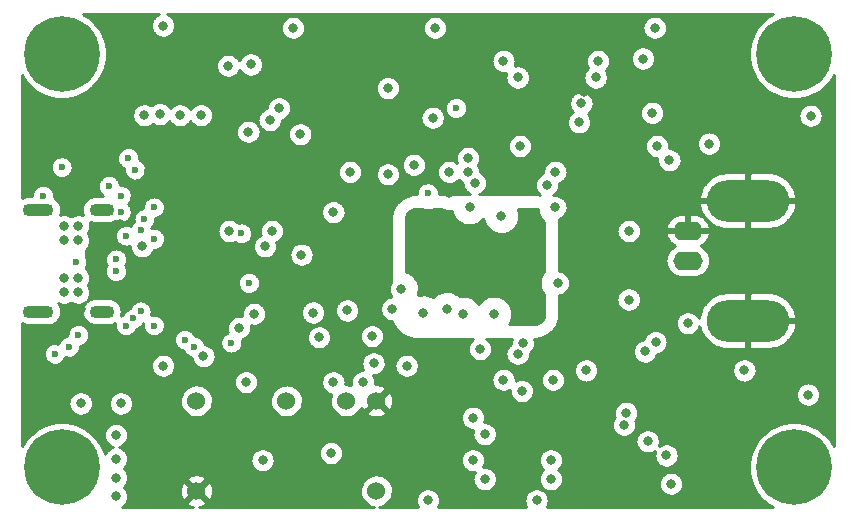
<source format=gbr>
%TF.GenerationSoftware,KiCad,Pcbnew,(5.99.0-7424-ge38b34a4eb)*%
%TF.CreationDate,2020-12-20T18:04:03+03:00*%
%TF.ProjectId,uSMU_v05,75534d55-5f76-4303-952e-6b696361645f,rev?*%
%TF.SameCoordinates,Original*%
%TF.FileFunction,Copper,L2,Inr*%
%TF.FilePolarity,Positive*%
%FSLAX46Y46*%
G04 Gerber Fmt 4.6, Leading zero omitted, Abs format (unit mm)*
G04 Created by KiCad (PCBNEW (5.99.0-7424-ge38b34a4eb)) date 2020-12-20 18:04:03*
%MOMM*%
%LPD*%
G01*
G04 APERTURE LIST*
%TA.AperFunction,ComponentPad*%
%ADD10C,1.524000*%
%TD*%
%TA.AperFunction,ComponentPad*%
%ADD11O,2.500000X1.600000*%
%TD*%
%TA.AperFunction,ComponentPad*%
%ADD12O,7.000000X3.500000*%
%TD*%
%TA.AperFunction,ComponentPad*%
%ADD13C,0.800000*%
%TD*%
%TA.AperFunction,ComponentPad*%
%ADD14C,6.400000*%
%TD*%
%TA.AperFunction,ComponentPad*%
%ADD15O,2.100000X1.100000*%
%TD*%
%TA.AperFunction,ComponentPad*%
%ADD16O,2.600000X1.100000*%
%TD*%
%TA.AperFunction,ViaPad*%
%ADD17C,0.800000*%
%TD*%
%TA.AperFunction,ViaPad*%
%ADD18C,0.600000*%
%TD*%
%TA.AperFunction,Conductor*%
%ADD19C,0.254000*%
%TD*%
G04 APERTURE END LIST*
D10*
%TO.N,GND*%
%TO.C,U3*%
X115400000Y-141000000D03*
%TO.N,N/C*%
X130640000Y-141000000D03*
%TO.N,GND*%
X130640000Y-133380000D03*
%TO.N,+7V*%
X128100000Y-133380000D03*
%TO.N,-7V*%
X123020000Y-133380000D03*
%TO.N,Net-(L1-Pad2)*%
X115400000Y-133380000D03*
%TD*%
D11*
%TO.N,Net-(J1-Pad1)*%
%TO.C,J1*%
X157000000Y-121500000D03*
D12*
%TO.N,GND*%
X162080000Y-116420000D03*
D11*
X157000000Y-118960000D03*
D12*
X162080000Y-126580000D03*
%TD*%
D13*
%TO.N,N/C*%
%TO.C,H1*%
X166000000Y-136600000D03*
X167697056Y-140697056D03*
X168400000Y-139000000D03*
X164302944Y-140697056D03*
D14*
X166000000Y-139000000D03*
D13*
X164302944Y-137302944D03*
X163600000Y-139000000D03*
X166000000Y-141400000D03*
X167697056Y-137302944D03*
%TD*%
%TO.N,N/C*%
%TO.C,H4*%
X104000000Y-106400000D03*
X101600000Y-104000000D03*
X105697056Y-105697056D03*
X106400000Y-104000000D03*
X102302944Y-105697056D03*
X104000000Y-101600000D03*
X105697056Y-102302944D03*
D14*
X104000000Y-104000000D03*
D13*
X102302944Y-102302944D03*
%TD*%
D15*
%TO.N,Net-(J2-PadS1)*%
%TO.C,J2*%
X107390000Y-125820000D03*
D16*
X102030000Y-125820000D03*
X102030000Y-117180000D03*
D15*
X107390000Y-117180000D03*
%TD*%
D13*
%TO.N,N/C*%
%TO.C,H3*%
X164302944Y-105697056D03*
X164302944Y-102302944D03*
X168400000Y-104000000D03*
X167697056Y-102302944D03*
X166000000Y-106400000D03*
D14*
X166000000Y-104000000D03*
D13*
X166000000Y-101600000D03*
X163600000Y-104000000D03*
X167697056Y-105697056D03*
%TD*%
%TO.N,N/C*%
%TO.C,H2*%
X106400000Y-139000000D03*
X104000000Y-141400000D03*
X105697056Y-140697056D03*
X102302944Y-140697056D03*
X104000000Y-136600000D03*
X105697056Y-137302944D03*
X101600000Y-139000000D03*
X102302944Y-137302944D03*
D14*
X104000000Y-139000000D03*
%TD*%
D17*
%TO.N,+7V*%
X139400000Y-129000000D03*
X155600000Y-140400000D03*
X127000000Y-117400000D03*
X152000000Y-119000000D03*
X153600000Y-136800000D03*
X136800000Y-114000000D03*
%TO.N,-7V*%
X144000000Y-120000000D03*
X144000000Y-122000000D03*
X142500000Y-120000000D03*
X135000000Y-141800000D03*
X134675010Y-121800000D03*
X142500000Y-124000000D03*
X155200000Y-138000000D03*
X144200000Y-141800000D03*
X144000000Y-118000000D03*
X142500000Y-122000000D03*
X142500000Y-126000000D03*
X144000000Y-124000000D03*
%TO.N,Net-(AmpOut1-Pad1)*%
X136600000Y-125600000D03*
X132000000Y-125600000D03*
X161800000Y-130800000D03*
X148400000Y-130800000D03*
X133200000Y-130400000D03*
%TO.N,VBUS*%
X105400000Y-123000000D03*
X130265000Y-127900000D03*
X148000000Y-108200000D03*
X153200000Y-104400000D03*
X104200000Y-123000000D03*
X120000000Y-104900000D03*
X108587500Y-139875000D03*
X104200000Y-119800000D03*
X125800000Y-128000000D03*
X104200000Y-124200000D03*
X105400000Y-118600000D03*
X105400000Y-124200000D03*
X112600000Y-130400000D03*
X108587500Y-138275000D03*
X108587500Y-136275000D03*
X104200000Y-118600000D03*
X105400000Y-119800000D03*
X108587500Y-141475000D03*
X130400000Y-130200000D03*
X118100000Y-105000000D03*
X147800000Y-109800000D03*
%TO.N,Net-(C16-Pad1)*%
X128175000Y-125725000D03*
X125300000Y-125900000D03*
%TO.N,Net-(R7-Pad2)*%
X140600000Y-126000000D03*
X152000000Y-124800000D03*
%TO.N,Net-(R33-Pad1)*%
X122400000Y-108600000D03*
D18*
X137387979Y-108591735D03*
D17*
%TO.N,Net-(R1-Pad2)*%
X133800000Y-113400000D03*
X128400000Y-114000000D03*
%TO.N,Net-(J1-Pad1)*%
X124200000Y-110800000D03*
X157000000Y-126800000D03*
X138000000Y-126000000D03*
X158800000Y-111600000D03*
%TO.N,Net-(D2-Pad1)*%
X145800000Y-117000000D03*
X138525000Y-117000000D03*
%TO.N,Net-(D1-Pad1)*%
X138400000Y-114000000D03*
X145800000Y-114000000D03*
%TO.N,GND*%
X119300000Y-116100000D03*
X148200000Y-107200000D03*
X156800000Y-134000000D03*
X113800000Y-124800000D03*
X151800000Y-121400000D03*
X123000000Y-131800000D03*
X108900000Y-118400000D03*
X101800000Y-129000000D03*
X121199999Y-124600000D03*
X127000000Y-113600000D03*
X107200000Y-131000000D03*
X141000000Y-129800000D03*
D18*
X111200000Y-114000000D03*
D17*
X127600000Y-120600000D03*
X105600000Y-125600000D03*
X139800000Y-132800000D03*
X132800000Y-136800000D03*
X109800000Y-102800000D03*
X106600000Y-115000000D03*
X140600000Y-115400000D03*
X116800000Y-124800000D03*
X117600000Y-131000000D03*
X116800000Y-122000000D03*
X114000000Y-104700000D03*
X144200000Y-129800000D03*
D18*
X141400000Y-112200000D03*
D17*
X139800000Y-106200000D03*
X122725000Y-117200000D03*
X113800000Y-122000000D03*
X136800000Y-115800000D03*
%TO.N,/SDA*%
X143047214Y-128505571D03*
X146000000Y-123400000D03*
D18*
X119849999Y-123400000D03*
D17*
X154275000Y-128400000D03*
%TO.N,/SCL*%
X119600000Y-131800000D03*
X153400000Y-129200000D03*
X142600000Y-129400000D03*
X120275000Y-126000000D03*
%TO.N,/I_LIM*%
X121800000Y-119000000D03*
X141200000Y-117725000D03*
%TO.N,/DAC_SDA*%
X145400000Y-140000000D03*
X139800000Y-136200000D03*
X151600000Y-135400000D03*
X139800000Y-140000000D03*
%TO.N,/DAC_SCL*%
X151800000Y-134400000D03*
X138800000Y-134800000D03*
X145400000Y-138400000D03*
X138800000Y-138400000D03*
D18*
%TO.N,/AMP_EN*%
X110200000Y-113800000D03*
D17*
X138961500Y-114925001D03*
X145100000Y-115100000D03*
%TO.N,/ADC_SDA*%
X141400000Y-104600000D03*
X149400000Y-104600000D03*
%TO.N,/ADC_SCL*%
X149200000Y-106000000D03*
X142600000Y-106000000D03*
%TO.N,/2.048V_REF*%
X131600000Y-114200000D03*
X138400000Y-112800000D03*
X155450010Y-113000000D03*
%TO.N,/+4V096*%
X126800000Y-137800000D03*
X121600000Y-109600000D03*
X141400000Y-131600000D03*
X121000000Y-138400000D03*
X135400000Y-109400000D03*
X145600000Y-131600000D03*
X129500000Y-131800000D03*
X127000000Y-131800000D03*
%TO.N,Net-(Isense1-Pad1)*%
X142800000Y-111800000D03*
X154400000Y-111800000D03*
%TO.N,+3V3*%
X154000000Y-109000000D03*
X118200000Y-119000000D03*
D18*
X111800000Y-117000000D03*
D17*
X111000000Y-109200000D03*
X154200000Y-101800000D03*
X109000000Y-133600000D03*
X105600000Y-133600000D03*
X114000000Y-109200000D03*
X112600000Y-101600000D03*
D18*
X118350000Y-128450000D03*
D17*
X119800000Y-110600000D03*
X123600000Y-101800000D03*
X142950000Y-132550000D03*
X167200000Y-132850000D03*
X135600000Y-101800000D03*
D18*
X111800000Y-127000000D03*
D17*
X167400000Y-109250000D03*
X115800000Y-109200000D03*
D18*
%TO.N,/USB_D+*%
X108600000Y-121400000D03*
X105200000Y-121600000D03*
X115200000Y-128800000D03*
%TO.N,/USB_D-*%
X114400000Y-128200000D03*
X108600000Y-122400000D03*
D17*
%TO.N,/SWDIO*%
X134600000Y-125900000D03*
X116000000Y-129600000D03*
%TO.N,/SWCLK*%
X132700000Y-123900000D03*
X119000000Y-127200000D03*
%TO.N,/NRST*%
X112300000Y-109100000D03*
X131600000Y-106900000D03*
D18*
%TO.N,/ADC_ALERT*%
X119200000Y-119200000D03*
X135000000Y-115800000D03*
%TO.N,/TIM2_CH1*%
X111000000Y-118000000D03*
X108000000Y-115200000D03*
%TO.N,/TIM2_CH2*%
X109000000Y-116000000D03*
X102400000Y-116000000D03*
X110700010Y-118949999D03*
X109000000Y-117400000D03*
%TO.N,/TIM2_CH3*%
X111800000Y-119675000D03*
X109450010Y-119400000D03*
X109625001Y-112825001D03*
X104000000Y-113600000D03*
%TO.N,/TIM3_CH1*%
X105400000Y-127800000D03*
X109425000Y-127000000D03*
D17*
%TO.N,/I_DAC*%
X110800011Y-120300000D03*
X124300000Y-121000000D03*
X121200000Y-120300000D03*
D18*
%TO.N,/TIM3_CH2*%
X110050000Y-126400000D03*
X104600000Y-128800000D03*
%TO.N,/TIM3_CH3*%
X103400000Y-129400000D03*
X110675000Y-125800000D03*
%TD*%
%TO.N,-7V*%
D19*
X134500243Y-117140964D02*
X134520882Y-117148476D01*
X134740691Y-117207374D01*
X134762321Y-117211188D01*
X134989019Y-117231021D01*
X135010981Y-117231021D01*
X135237679Y-117211188D01*
X135259309Y-117207374D01*
X135479118Y-117148476D01*
X135499757Y-117140964D01*
X135531847Y-117126000D01*
X136040746Y-117126000D01*
X136083591Y-117153138D01*
X136102489Y-117162976D01*
X136321822Y-117254500D01*
X136342109Y-117261013D01*
X136573727Y-117314273D01*
X136594820Y-117317275D01*
X136832101Y-117330749D01*
X136853398Y-117330154D01*
X137028841Y-117310320D01*
X137036852Y-117360057D01*
X137042007Y-117380731D01*
X137118794Y-117605648D01*
X137127358Y-117625157D01*
X137240943Y-117833920D01*
X137252671Y-117851707D01*
X137399807Y-118038347D01*
X137414365Y-118053904D01*
X137590844Y-118213086D01*
X137607815Y-118225967D01*
X137808591Y-118353138D01*
X137827489Y-118362976D01*
X138046822Y-118454500D01*
X138067109Y-118461013D01*
X138298727Y-118514273D01*
X138319820Y-118517275D01*
X138557101Y-118530749D01*
X138578398Y-118530154D01*
X138814556Y-118503456D01*
X138835449Y-118499282D01*
X139063733Y-118433175D01*
X139083624Y-118425539D01*
X139297506Y-118321914D01*
X139315826Y-118311037D01*
X139509191Y-118172857D01*
X139525416Y-118159048D01*
X139692734Y-117990263D01*
X139695962Y-117986403D01*
X139711852Y-118085058D01*
X139717007Y-118105731D01*
X139793794Y-118330648D01*
X139802358Y-118350157D01*
X139915943Y-118558920D01*
X139927671Y-118576707D01*
X140074807Y-118763347D01*
X140089365Y-118778904D01*
X140265844Y-118938086D01*
X140282815Y-118950967D01*
X140483591Y-119078138D01*
X140502489Y-119087976D01*
X140721822Y-119179500D01*
X140742109Y-119186013D01*
X140973727Y-119239273D01*
X140994820Y-119242275D01*
X141232101Y-119255749D01*
X141253398Y-119255154D01*
X141489556Y-119228456D01*
X141510449Y-119224282D01*
X141738733Y-119158175D01*
X141758624Y-119150539D01*
X141972506Y-119046914D01*
X141990826Y-119036037D01*
X142184191Y-118897857D01*
X142200416Y-118884048D01*
X142367734Y-118715263D01*
X142381401Y-118698918D01*
X142517888Y-118504356D01*
X142528605Y-118485941D01*
X142630360Y-118271162D01*
X142637822Y-118251206D01*
X142701934Y-118022354D01*
X142705926Y-118001425D01*
X142730562Y-117765043D01*
X142731235Y-117753191D01*
X142731494Y-117726209D01*
X142731049Y-117714347D01*
X142710955Y-117477535D01*
X142707365Y-117456533D01*
X142647658Y-117226493D01*
X142640581Y-117206398D01*
X142604365Y-117126000D01*
X143993813Y-117126000D01*
X144170387Y-117143391D01*
X144282428Y-117177378D01*
X144311852Y-117360058D01*
X144317007Y-117380731D01*
X144393794Y-117605648D01*
X144402358Y-117625157D01*
X144515943Y-117833920D01*
X144527671Y-117851707D01*
X144674807Y-118038347D01*
X144689365Y-118053904D01*
X144865844Y-118213086D01*
X144874000Y-118219276D01*
X144874000Y-122365791D01*
X144744257Y-122524025D01*
X144732189Y-122541584D01*
X144614617Y-122748128D01*
X144605680Y-122767469D01*
X144524589Y-122990870D01*
X144519039Y-123011440D01*
X144476749Y-123245310D01*
X144474744Y-123266521D01*
X144472462Y-123504173D01*
X144474059Y-123525420D01*
X144511852Y-123760058D01*
X144517007Y-123780731D01*
X144593794Y-124005648D01*
X144602358Y-124025157D01*
X144715943Y-124233920D01*
X144727671Y-124251707D01*
X144874000Y-124437323D01*
X144874000Y-125993813D01*
X144856609Y-126170387D01*
X144806907Y-126334233D01*
X144726197Y-126485232D01*
X144617581Y-126617581D01*
X144485232Y-126726197D01*
X144334233Y-126806907D01*
X144170387Y-126856609D01*
X143993813Y-126874000D01*
X141851494Y-126874000D01*
X141917888Y-126779356D01*
X141928605Y-126760941D01*
X142030360Y-126546162D01*
X142037822Y-126526206D01*
X142101934Y-126297354D01*
X142105926Y-126276425D01*
X142130562Y-126040043D01*
X142131235Y-126028191D01*
X142131494Y-126001209D01*
X142131049Y-125989347D01*
X142110955Y-125752535D01*
X142107365Y-125731533D01*
X142047658Y-125501493D01*
X142040581Y-125481398D01*
X141942969Y-125264706D01*
X141932607Y-125246089D01*
X141799880Y-125048941D01*
X141786529Y-125032336D01*
X141622481Y-124860371D01*
X141606525Y-124846254D01*
X141415849Y-124704387D01*
X141397741Y-124693159D01*
X141185888Y-124585447D01*
X141166147Y-124577432D01*
X140939175Y-124506955D01*
X140918366Y-124502379D01*
X140682763Y-124471152D01*
X140661481Y-124470149D01*
X140423986Y-124479065D01*
X140402839Y-124481661D01*
X140170241Y-124530465D01*
X140149833Y-124536588D01*
X139928783Y-124623885D01*
X139909699Y-124633358D01*
X139706519Y-124756651D01*
X139689305Y-124769204D01*
X139509802Y-124924968D01*
X139494948Y-124940243D01*
X139344257Y-125124025D01*
X139332189Y-125141584D01*
X139300147Y-125197874D01*
X139199880Y-125048941D01*
X139186529Y-125032336D01*
X139022481Y-124860371D01*
X139006525Y-124846254D01*
X138815849Y-124704387D01*
X138797741Y-124693159D01*
X138585888Y-124585447D01*
X138566147Y-124577432D01*
X138339175Y-124506955D01*
X138318366Y-124502379D01*
X138082763Y-124471152D01*
X138061481Y-124470149D01*
X137823986Y-124479065D01*
X137802839Y-124481661D01*
X137669484Y-124509642D01*
X137622482Y-124460371D01*
X137606525Y-124446254D01*
X137415849Y-124304387D01*
X137397741Y-124293159D01*
X137185888Y-124185447D01*
X137166147Y-124177432D01*
X136939175Y-124106955D01*
X136918366Y-124102379D01*
X136682763Y-124071152D01*
X136661481Y-124070149D01*
X136423986Y-124079065D01*
X136402839Y-124081661D01*
X136170241Y-124130465D01*
X136149833Y-124136588D01*
X135928783Y-124223885D01*
X135909699Y-124233358D01*
X135706519Y-124356651D01*
X135689305Y-124369204D01*
X135509802Y-124524968D01*
X135494947Y-124540243D01*
X135432310Y-124616635D01*
X135415849Y-124604387D01*
X135397741Y-124593159D01*
X135185888Y-124485447D01*
X135166147Y-124477432D01*
X134939175Y-124406955D01*
X134918366Y-124402379D01*
X134682763Y-124371152D01*
X134661481Y-124370149D01*
X134423986Y-124379065D01*
X134402839Y-124381661D01*
X134170241Y-124430465D01*
X134149833Y-124436588D01*
X134131186Y-124443952D01*
X134137822Y-124426206D01*
X134201934Y-124197354D01*
X134205926Y-124176425D01*
X134230562Y-123940043D01*
X134231235Y-123928191D01*
X134231494Y-123901209D01*
X134231049Y-123889347D01*
X134210955Y-123652535D01*
X134207365Y-123631533D01*
X134147658Y-123401493D01*
X134140581Y-123381398D01*
X134042969Y-123164706D01*
X134032607Y-123146089D01*
X133899880Y-122948941D01*
X133886529Y-122932336D01*
X133722481Y-122760371D01*
X133706525Y-122746254D01*
X133515849Y-122604387D01*
X133497741Y-122593159D01*
X133285888Y-122485447D01*
X133266147Y-122477432D01*
X133126000Y-122433915D01*
X133126000Y-118006187D01*
X133143391Y-117829613D01*
X133193093Y-117665767D01*
X133273803Y-117514768D01*
X133382419Y-117382419D01*
X133514768Y-117273803D01*
X133665767Y-117193093D01*
X133829613Y-117143391D01*
X134006187Y-117126000D01*
X134468153Y-117126000D01*
X134500243Y-117140964D01*
%TA.AperFunction,Conductor*%
G36*
X134500243Y-117140964D02*
G01*
X134520882Y-117148476D01*
X134740691Y-117207374D01*
X134762321Y-117211188D01*
X134989019Y-117231021D01*
X135010981Y-117231021D01*
X135237679Y-117211188D01*
X135259309Y-117207374D01*
X135479118Y-117148476D01*
X135499757Y-117140964D01*
X135531847Y-117126000D01*
X136040746Y-117126000D01*
X136083591Y-117153138D01*
X136102489Y-117162976D01*
X136321822Y-117254500D01*
X136342109Y-117261013D01*
X136573727Y-117314273D01*
X136594820Y-117317275D01*
X136832101Y-117330749D01*
X136853398Y-117330154D01*
X137028841Y-117310320D01*
X137036852Y-117360057D01*
X137042007Y-117380731D01*
X137118794Y-117605648D01*
X137127358Y-117625157D01*
X137240943Y-117833920D01*
X137252671Y-117851707D01*
X137399807Y-118038347D01*
X137414365Y-118053904D01*
X137590844Y-118213086D01*
X137607815Y-118225967D01*
X137808591Y-118353138D01*
X137827489Y-118362976D01*
X138046822Y-118454500D01*
X138067109Y-118461013D01*
X138298727Y-118514273D01*
X138319820Y-118517275D01*
X138557101Y-118530749D01*
X138578398Y-118530154D01*
X138814556Y-118503456D01*
X138835449Y-118499282D01*
X139063733Y-118433175D01*
X139083624Y-118425539D01*
X139297506Y-118321914D01*
X139315826Y-118311037D01*
X139509191Y-118172857D01*
X139525416Y-118159048D01*
X139692734Y-117990263D01*
X139695962Y-117986403D01*
X139711852Y-118085058D01*
X139717007Y-118105731D01*
X139793794Y-118330648D01*
X139802358Y-118350157D01*
X139915943Y-118558920D01*
X139927671Y-118576707D01*
X140074807Y-118763347D01*
X140089365Y-118778904D01*
X140265844Y-118938086D01*
X140282815Y-118950967D01*
X140483591Y-119078138D01*
X140502489Y-119087976D01*
X140721822Y-119179500D01*
X140742109Y-119186013D01*
X140973727Y-119239273D01*
X140994820Y-119242275D01*
X141232101Y-119255749D01*
X141253398Y-119255154D01*
X141489556Y-119228456D01*
X141510449Y-119224282D01*
X141738733Y-119158175D01*
X141758624Y-119150539D01*
X141972506Y-119046914D01*
X141990826Y-119036037D01*
X142184191Y-118897857D01*
X142200416Y-118884048D01*
X142367734Y-118715263D01*
X142381401Y-118698918D01*
X142517888Y-118504356D01*
X142528605Y-118485941D01*
X142630360Y-118271162D01*
X142637822Y-118251206D01*
X142701934Y-118022354D01*
X142705926Y-118001425D01*
X142730562Y-117765043D01*
X142731235Y-117753191D01*
X142731494Y-117726209D01*
X142731049Y-117714347D01*
X142710955Y-117477535D01*
X142707365Y-117456533D01*
X142647658Y-117226493D01*
X142640581Y-117206398D01*
X142604365Y-117126000D01*
X143993813Y-117126000D01*
X144170387Y-117143391D01*
X144282428Y-117177378D01*
X144311852Y-117360058D01*
X144317007Y-117380731D01*
X144393794Y-117605648D01*
X144402358Y-117625157D01*
X144515943Y-117833920D01*
X144527671Y-117851707D01*
X144674807Y-118038347D01*
X144689365Y-118053904D01*
X144865844Y-118213086D01*
X144874000Y-118219276D01*
X144874000Y-122365791D01*
X144744257Y-122524025D01*
X144732189Y-122541584D01*
X144614617Y-122748128D01*
X144605680Y-122767469D01*
X144524589Y-122990870D01*
X144519039Y-123011440D01*
X144476749Y-123245310D01*
X144474744Y-123266521D01*
X144472462Y-123504173D01*
X144474059Y-123525420D01*
X144511852Y-123760058D01*
X144517007Y-123780731D01*
X144593794Y-124005648D01*
X144602358Y-124025157D01*
X144715943Y-124233920D01*
X144727671Y-124251707D01*
X144874000Y-124437323D01*
X144874000Y-125993813D01*
X144856609Y-126170387D01*
X144806907Y-126334233D01*
X144726197Y-126485232D01*
X144617581Y-126617581D01*
X144485232Y-126726197D01*
X144334233Y-126806907D01*
X144170387Y-126856609D01*
X143993813Y-126874000D01*
X141851494Y-126874000D01*
X141917888Y-126779356D01*
X141928605Y-126760941D01*
X142030360Y-126546162D01*
X142037822Y-126526206D01*
X142101934Y-126297354D01*
X142105926Y-126276425D01*
X142130562Y-126040043D01*
X142131235Y-126028191D01*
X142131494Y-126001209D01*
X142131049Y-125989347D01*
X142110955Y-125752535D01*
X142107365Y-125731533D01*
X142047658Y-125501493D01*
X142040581Y-125481398D01*
X141942969Y-125264706D01*
X141932607Y-125246089D01*
X141799880Y-125048941D01*
X141786529Y-125032336D01*
X141622481Y-124860371D01*
X141606525Y-124846254D01*
X141415849Y-124704387D01*
X141397741Y-124693159D01*
X141185888Y-124585447D01*
X141166147Y-124577432D01*
X140939175Y-124506955D01*
X140918366Y-124502379D01*
X140682763Y-124471152D01*
X140661481Y-124470149D01*
X140423986Y-124479065D01*
X140402839Y-124481661D01*
X140170241Y-124530465D01*
X140149833Y-124536588D01*
X139928783Y-124623885D01*
X139909699Y-124633358D01*
X139706519Y-124756651D01*
X139689305Y-124769204D01*
X139509802Y-124924968D01*
X139494948Y-124940243D01*
X139344257Y-125124025D01*
X139332189Y-125141584D01*
X139300147Y-125197874D01*
X139199880Y-125048941D01*
X139186529Y-125032336D01*
X139022481Y-124860371D01*
X139006525Y-124846254D01*
X138815849Y-124704387D01*
X138797741Y-124693159D01*
X138585888Y-124585447D01*
X138566147Y-124577432D01*
X138339175Y-124506955D01*
X138318366Y-124502379D01*
X138082763Y-124471152D01*
X138061481Y-124470149D01*
X137823986Y-124479065D01*
X137802839Y-124481661D01*
X137669484Y-124509642D01*
X137622482Y-124460371D01*
X137606525Y-124446254D01*
X137415849Y-124304387D01*
X137397741Y-124293159D01*
X137185888Y-124185447D01*
X137166147Y-124177432D01*
X136939175Y-124106955D01*
X136918366Y-124102379D01*
X136682763Y-124071152D01*
X136661481Y-124070149D01*
X136423986Y-124079065D01*
X136402839Y-124081661D01*
X136170241Y-124130465D01*
X136149833Y-124136588D01*
X135928783Y-124223885D01*
X135909699Y-124233358D01*
X135706519Y-124356651D01*
X135689305Y-124369204D01*
X135509802Y-124524968D01*
X135494947Y-124540243D01*
X135432310Y-124616635D01*
X135415849Y-124604387D01*
X135397741Y-124593159D01*
X135185888Y-124485447D01*
X135166147Y-124477432D01*
X134939175Y-124406955D01*
X134918366Y-124402379D01*
X134682763Y-124371152D01*
X134661481Y-124370149D01*
X134423986Y-124379065D01*
X134402839Y-124381661D01*
X134170241Y-124430465D01*
X134149833Y-124436588D01*
X134131186Y-124443952D01*
X134137822Y-124426206D01*
X134201934Y-124197354D01*
X134205926Y-124176425D01*
X134230562Y-123940043D01*
X134231235Y-123928191D01*
X134231494Y-123901209D01*
X134231049Y-123889347D01*
X134210955Y-123652535D01*
X134207365Y-123631533D01*
X134147658Y-123401493D01*
X134140581Y-123381398D01*
X134042969Y-123164706D01*
X134032607Y-123146089D01*
X133899880Y-122948941D01*
X133886529Y-122932336D01*
X133722481Y-122760371D01*
X133706525Y-122746254D01*
X133515849Y-122604387D01*
X133497741Y-122593159D01*
X133285888Y-122485447D01*
X133266147Y-122477432D01*
X133126000Y-122433915D01*
X133126000Y-118006187D01*
X133143391Y-117829613D01*
X133193093Y-117665767D01*
X133273803Y-117514768D01*
X133382419Y-117382419D01*
X133514768Y-117273803D01*
X133665767Y-117193093D01*
X133829613Y-117143391D01*
X134006187Y-117126000D01*
X134468153Y-117126000D01*
X134500243Y-117140964D01*
G37*
%TD.AperFunction*%
%TD*%
%TO.N,GND*%
X112096001Y-100700707D02*
X112073189Y-100713878D01*
X111920041Y-100825146D01*
X111900466Y-100842772D01*
X111773799Y-100983450D01*
X111758316Y-101004760D01*
X111663666Y-101168700D01*
X111652952Y-101192763D01*
X111594454Y-101372799D01*
X111588977Y-101398566D01*
X111569190Y-101586830D01*
X111569190Y-101613170D01*
X111588977Y-101801434D01*
X111594454Y-101827201D01*
X111652952Y-102007237D01*
X111663666Y-102031300D01*
X111758316Y-102195240D01*
X111773799Y-102216550D01*
X111900466Y-102357228D01*
X111920041Y-102374854D01*
X112073189Y-102486122D01*
X112096001Y-102499293D01*
X112268936Y-102576289D01*
X112293988Y-102584429D01*
X112479152Y-102623787D01*
X112505349Y-102626540D01*
X112694651Y-102626540D01*
X112720848Y-102623787D01*
X112906012Y-102584429D01*
X112931064Y-102576289D01*
X113103999Y-102499293D01*
X113126811Y-102486122D01*
X113279959Y-102374854D01*
X113299534Y-102357228D01*
X113426201Y-102216550D01*
X113441684Y-102195240D01*
X113536334Y-102031300D01*
X113547048Y-102007237D01*
X113605546Y-101827201D01*
X113611023Y-101801434D01*
X113612557Y-101786830D01*
X122569190Y-101786830D01*
X122569190Y-101813170D01*
X122588977Y-102001434D01*
X122594454Y-102027201D01*
X122652952Y-102207237D01*
X122663666Y-102231300D01*
X122758316Y-102395240D01*
X122773799Y-102416550D01*
X122900466Y-102557228D01*
X122920041Y-102574854D01*
X123073189Y-102686122D01*
X123096001Y-102699293D01*
X123268936Y-102776289D01*
X123293988Y-102784429D01*
X123479152Y-102823787D01*
X123505349Y-102826540D01*
X123694651Y-102826540D01*
X123720848Y-102823787D01*
X123906012Y-102784429D01*
X123931064Y-102776289D01*
X124103999Y-102699293D01*
X124126811Y-102686122D01*
X124279959Y-102574854D01*
X124299534Y-102557228D01*
X124426201Y-102416550D01*
X124441684Y-102395240D01*
X124536334Y-102231300D01*
X124547048Y-102207237D01*
X124605546Y-102027201D01*
X124611023Y-102001434D01*
X124630810Y-101813170D01*
X124630810Y-101786830D01*
X134569190Y-101786830D01*
X134569190Y-101813170D01*
X134588977Y-102001434D01*
X134594454Y-102027201D01*
X134652952Y-102207237D01*
X134663666Y-102231300D01*
X134758316Y-102395240D01*
X134773799Y-102416550D01*
X134900466Y-102557228D01*
X134920041Y-102574854D01*
X135073189Y-102686122D01*
X135096001Y-102699293D01*
X135268936Y-102776289D01*
X135293988Y-102784429D01*
X135479152Y-102823787D01*
X135505349Y-102826540D01*
X135694651Y-102826540D01*
X135720848Y-102823787D01*
X135906012Y-102784429D01*
X135931064Y-102776289D01*
X136103999Y-102699293D01*
X136126811Y-102686122D01*
X136279959Y-102574854D01*
X136299534Y-102557228D01*
X136426201Y-102416550D01*
X136441684Y-102395240D01*
X136536334Y-102231300D01*
X136547048Y-102207237D01*
X136605546Y-102027201D01*
X136611023Y-102001434D01*
X136630810Y-101813170D01*
X136630810Y-101786830D01*
X153169190Y-101786830D01*
X153169190Y-101813170D01*
X153188977Y-102001434D01*
X153194454Y-102027201D01*
X153252952Y-102207237D01*
X153263666Y-102231300D01*
X153358316Y-102395240D01*
X153373799Y-102416550D01*
X153500466Y-102557228D01*
X153520041Y-102574854D01*
X153673189Y-102686122D01*
X153696001Y-102699293D01*
X153868936Y-102776289D01*
X153893988Y-102784429D01*
X154079152Y-102823787D01*
X154105349Y-102826540D01*
X154294651Y-102826540D01*
X154320848Y-102823787D01*
X154506012Y-102784429D01*
X154531064Y-102776289D01*
X154703999Y-102699293D01*
X154726811Y-102686122D01*
X154879959Y-102574854D01*
X154899534Y-102557228D01*
X155026201Y-102416550D01*
X155041684Y-102395240D01*
X155136334Y-102231300D01*
X155147048Y-102207237D01*
X155205546Y-102027201D01*
X155211023Y-102001434D01*
X155230810Y-101813170D01*
X155230810Y-101786830D01*
X155211023Y-101598566D01*
X155205546Y-101572799D01*
X155147048Y-101392763D01*
X155136334Y-101368700D01*
X155041684Y-101204760D01*
X155026201Y-101183450D01*
X154899534Y-101042772D01*
X154879959Y-101025146D01*
X154726811Y-100913878D01*
X154703999Y-100900707D01*
X154531064Y-100823711D01*
X154506012Y-100815571D01*
X154320848Y-100776213D01*
X154294651Y-100773460D01*
X154105349Y-100773460D01*
X154079152Y-100776213D01*
X153893988Y-100815571D01*
X153868936Y-100823711D01*
X153696001Y-100900707D01*
X153673189Y-100913878D01*
X153520041Y-101025146D01*
X153500466Y-101042772D01*
X153373799Y-101183450D01*
X153358316Y-101204760D01*
X153263666Y-101368700D01*
X153252952Y-101392763D01*
X153194454Y-101572799D01*
X153188977Y-101598566D01*
X153169190Y-101786830D01*
X136630810Y-101786830D01*
X136611023Y-101598566D01*
X136605546Y-101572799D01*
X136547048Y-101392763D01*
X136536334Y-101368700D01*
X136441684Y-101204760D01*
X136426201Y-101183450D01*
X136299534Y-101042772D01*
X136279959Y-101025146D01*
X136126811Y-100913878D01*
X136103999Y-100900707D01*
X135931064Y-100823711D01*
X135906012Y-100815571D01*
X135720848Y-100776213D01*
X135694651Y-100773460D01*
X135505349Y-100773460D01*
X135479152Y-100776213D01*
X135293988Y-100815571D01*
X135268936Y-100823711D01*
X135096001Y-100900707D01*
X135073189Y-100913878D01*
X134920041Y-101025146D01*
X134900466Y-101042772D01*
X134773799Y-101183450D01*
X134758316Y-101204760D01*
X134663666Y-101368700D01*
X134652952Y-101392763D01*
X134594454Y-101572799D01*
X134588977Y-101598566D01*
X134569190Y-101786830D01*
X124630810Y-101786830D01*
X124611023Y-101598566D01*
X124605546Y-101572799D01*
X124547048Y-101392763D01*
X124536334Y-101368700D01*
X124441684Y-101204760D01*
X124426201Y-101183450D01*
X124299534Y-101042772D01*
X124279959Y-101025146D01*
X124126811Y-100913878D01*
X124103999Y-100900707D01*
X123931064Y-100823711D01*
X123906012Y-100815571D01*
X123720848Y-100776213D01*
X123694651Y-100773460D01*
X123505349Y-100773460D01*
X123479152Y-100776213D01*
X123293988Y-100815571D01*
X123268936Y-100823711D01*
X123096001Y-100900707D01*
X123073189Y-100913878D01*
X122920041Y-101025146D01*
X122900466Y-101042772D01*
X122773799Y-101183450D01*
X122758316Y-101204760D01*
X122663666Y-101368700D01*
X122652952Y-101392763D01*
X122594454Y-101572799D01*
X122588977Y-101598566D01*
X122569190Y-101786830D01*
X113612557Y-101786830D01*
X113630810Y-101613170D01*
X113630810Y-101586830D01*
X113611023Y-101398566D01*
X113605546Y-101372799D01*
X113547048Y-101192763D01*
X113536334Y-101168700D01*
X113441684Y-101004760D01*
X113426201Y-100983450D01*
X113299534Y-100842772D01*
X113279959Y-100825146D01*
X113126811Y-100713878D01*
X113103999Y-100700707D01*
X112936205Y-100626000D01*
X164193429Y-100626000D01*
X164090047Y-100678676D01*
X164078625Y-100685271D01*
X163753337Y-100896516D01*
X163742668Y-100904268D01*
X163441243Y-101148357D01*
X163431442Y-101157182D01*
X163157182Y-101431442D01*
X163148357Y-101441243D01*
X162904268Y-101742668D01*
X162896516Y-101753337D01*
X162685271Y-102078625D01*
X162678676Y-102090047D01*
X162502590Y-102435634D01*
X162497226Y-102447683D01*
X162358229Y-102809784D01*
X162354153Y-102822327D01*
X162253767Y-103196972D01*
X162251025Y-103209872D01*
X162190350Y-103592959D01*
X162188972Y-103606076D01*
X162168673Y-103993406D01*
X162168673Y-104006594D01*
X162188972Y-104393924D01*
X162190350Y-104407041D01*
X162251025Y-104790128D01*
X162253767Y-104803028D01*
X162354153Y-105177673D01*
X162358229Y-105190216D01*
X162497226Y-105552317D01*
X162502590Y-105564366D01*
X162678676Y-105909953D01*
X162685271Y-105921375D01*
X162896516Y-106246663D01*
X162904268Y-106257332D01*
X163148357Y-106558757D01*
X163157182Y-106568558D01*
X163431442Y-106842818D01*
X163441243Y-106851643D01*
X163742668Y-107095732D01*
X163753337Y-107103484D01*
X164078625Y-107314729D01*
X164090047Y-107321324D01*
X164435634Y-107497410D01*
X164447683Y-107502774D01*
X164809784Y-107641771D01*
X164822327Y-107645847D01*
X165196972Y-107746233D01*
X165209872Y-107748975D01*
X165592959Y-107809650D01*
X165606076Y-107811028D01*
X165993406Y-107831327D01*
X166006594Y-107831327D01*
X166393924Y-107811028D01*
X166407041Y-107809650D01*
X166790128Y-107748975D01*
X166803028Y-107746233D01*
X167177673Y-107645847D01*
X167190216Y-107641771D01*
X167552317Y-107502774D01*
X167564366Y-107497410D01*
X167909953Y-107321324D01*
X167921375Y-107314729D01*
X168246663Y-107103484D01*
X168257332Y-107095732D01*
X168558757Y-106851643D01*
X168568558Y-106842818D01*
X168842818Y-106568558D01*
X168851643Y-106558757D01*
X169095732Y-106257332D01*
X169103484Y-106246663D01*
X169314729Y-105921375D01*
X169321324Y-105909953D01*
X169374000Y-105806571D01*
X169374000Y-137193429D01*
X169321324Y-137090047D01*
X169314729Y-137078625D01*
X169103484Y-136753337D01*
X169095732Y-136742668D01*
X168851643Y-136441243D01*
X168842818Y-136431442D01*
X168568558Y-136157182D01*
X168558757Y-136148357D01*
X168257332Y-135904268D01*
X168246663Y-135896516D01*
X167921375Y-135685271D01*
X167909953Y-135678676D01*
X167564366Y-135502590D01*
X167552317Y-135497226D01*
X167190216Y-135358229D01*
X167177673Y-135354153D01*
X166803028Y-135253767D01*
X166790128Y-135251025D01*
X166407041Y-135190350D01*
X166393924Y-135188972D01*
X166006594Y-135168673D01*
X165993406Y-135168673D01*
X165606076Y-135188972D01*
X165592959Y-135190350D01*
X165209872Y-135251025D01*
X165196972Y-135253767D01*
X164822327Y-135354153D01*
X164809784Y-135358229D01*
X164447683Y-135497226D01*
X164435634Y-135502590D01*
X164090047Y-135678676D01*
X164078625Y-135685271D01*
X163753337Y-135896516D01*
X163742668Y-135904268D01*
X163441243Y-136148357D01*
X163431442Y-136157182D01*
X163157182Y-136431442D01*
X163148357Y-136441243D01*
X162904268Y-136742668D01*
X162896516Y-136753337D01*
X162685271Y-137078625D01*
X162678676Y-137090047D01*
X162502590Y-137435634D01*
X162497226Y-137447683D01*
X162358229Y-137809784D01*
X162354153Y-137822327D01*
X162253767Y-138196972D01*
X162251025Y-138209872D01*
X162190350Y-138592959D01*
X162188972Y-138606076D01*
X162168673Y-138993406D01*
X162168673Y-139006594D01*
X162188972Y-139393924D01*
X162190350Y-139407041D01*
X162251025Y-139790128D01*
X162253767Y-139803028D01*
X162354153Y-140177673D01*
X162358229Y-140190216D01*
X162497226Y-140552317D01*
X162502590Y-140564366D01*
X162678676Y-140909953D01*
X162685271Y-140921375D01*
X162896516Y-141246663D01*
X162904268Y-141257332D01*
X163148357Y-141558757D01*
X163157182Y-141568558D01*
X163431442Y-141842818D01*
X163441243Y-141851643D01*
X163742668Y-142095732D01*
X163753337Y-142103484D01*
X164078625Y-142314729D01*
X164090047Y-142321324D01*
X164193429Y-142374000D01*
X145053947Y-142374000D01*
X145136334Y-142231300D01*
X145147048Y-142207237D01*
X145205546Y-142027201D01*
X145211023Y-142001434D01*
X145230810Y-141813170D01*
X145230810Y-141786830D01*
X145211023Y-141598566D01*
X145205546Y-141572799D01*
X145147048Y-141392763D01*
X145136334Y-141368700D01*
X145041684Y-141204760D01*
X145026201Y-141183450D01*
X144899534Y-141042772D01*
X144879959Y-141025146D01*
X144726811Y-140913878D01*
X144703999Y-140900707D01*
X144531064Y-140823711D01*
X144506012Y-140815571D01*
X144320848Y-140776213D01*
X144294651Y-140773460D01*
X144105349Y-140773460D01*
X144079152Y-140776213D01*
X143893988Y-140815571D01*
X143868936Y-140823711D01*
X143696001Y-140900707D01*
X143673189Y-140913878D01*
X143520041Y-141025146D01*
X143500466Y-141042772D01*
X143373799Y-141183450D01*
X143358316Y-141204760D01*
X143263666Y-141368700D01*
X143252952Y-141392763D01*
X143194454Y-141572799D01*
X143188977Y-141598566D01*
X143169190Y-141786830D01*
X143169190Y-141813170D01*
X143188977Y-142001434D01*
X143194454Y-142027201D01*
X143252952Y-142207237D01*
X143263666Y-142231300D01*
X143346053Y-142374000D01*
X135853947Y-142374000D01*
X135936334Y-142231300D01*
X135947048Y-142207237D01*
X136005546Y-142027201D01*
X136011023Y-142001434D01*
X136030810Y-141813170D01*
X136030810Y-141786830D01*
X136011023Y-141598566D01*
X136005546Y-141572799D01*
X135947048Y-141392763D01*
X135936334Y-141368700D01*
X135841684Y-141204760D01*
X135826201Y-141183450D01*
X135699534Y-141042772D01*
X135679959Y-141025146D01*
X135526811Y-140913878D01*
X135503999Y-140900707D01*
X135331064Y-140823711D01*
X135306012Y-140815571D01*
X135120848Y-140776213D01*
X135094651Y-140773460D01*
X134905349Y-140773460D01*
X134879152Y-140776213D01*
X134693988Y-140815571D01*
X134668936Y-140823711D01*
X134496001Y-140900707D01*
X134473189Y-140913878D01*
X134320041Y-141025146D01*
X134300466Y-141042772D01*
X134173799Y-141183450D01*
X134158316Y-141204760D01*
X134063666Y-141368700D01*
X134052952Y-141392763D01*
X133994454Y-141572799D01*
X133988977Y-141598566D01*
X133969190Y-141786830D01*
X133969190Y-141813170D01*
X133988977Y-142001434D01*
X133994454Y-142027201D01*
X134052952Y-142207237D01*
X134063666Y-142231300D01*
X134146053Y-142374000D01*
X130845723Y-142374000D01*
X131003818Y-142344699D01*
X131025394Y-142338675D01*
X131236193Y-142259020D01*
X131256361Y-142249270D01*
X131449724Y-142133545D01*
X131467847Y-142120378D01*
X131637660Y-141972240D01*
X131653165Y-141956072D01*
X131794062Y-141780205D01*
X131806459Y-141761546D01*
X131913985Y-141563507D01*
X131922882Y-141542948D01*
X131993639Y-141328998D01*
X131998754Y-141307189D01*
X132030506Y-141084090D01*
X132031720Y-141069634D01*
X132033457Y-141003298D01*
X132033001Y-140988799D01*
X132012969Y-140764344D01*
X132009002Y-140742297D01*
X131949539Y-140524937D01*
X131941731Y-140503941D01*
X131844717Y-140300546D01*
X131833313Y-140281264D01*
X131701813Y-140098263D01*
X131687176Y-140081305D01*
X131525349Y-139924483D01*
X131507940Y-139910385D01*
X131320899Y-139784699D01*
X131301268Y-139773907D01*
X131094926Y-139683330D01*
X131073695Y-139676185D01*
X130854574Y-139623578D01*
X130832413Y-139620306D01*
X130607440Y-139607334D01*
X130585049Y-139608038D01*
X130361334Y-139635111D01*
X130339423Y-139639768D01*
X130124038Y-139706029D01*
X130103297Y-139714493D01*
X129903050Y-139817848D01*
X129884136Y-139829852D01*
X129705356Y-139967035D01*
X129688867Y-139982197D01*
X129537205Y-140148871D01*
X129523661Y-140166715D01*
X129403912Y-140357611D01*
X129393742Y-140377571D01*
X129309691Y-140586656D01*
X129303216Y-140608101D01*
X129257518Y-140828766D01*
X129254943Y-140851019D01*
X129249044Y-141076289D01*
X129250451Y-141098646D01*
X129284537Y-141321400D01*
X129289880Y-141343155D01*
X129362874Y-141556353D01*
X129371986Y-141576817D01*
X129481580Y-141773719D01*
X129494171Y-141792247D01*
X129636902Y-141966629D01*
X129652576Y-141982634D01*
X129823931Y-142128985D01*
X129842191Y-142141962D01*
X130036755Y-142255656D01*
X130057024Y-142265194D01*
X130268646Y-142342637D01*
X130290284Y-142348435D01*
X130436763Y-142374000D01*
X115646715Y-142374000D01*
X115765835Y-142351922D01*
X115787411Y-142345898D01*
X115999458Y-142265772D01*
X116019626Y-142256022D01*
X116165874Y-142168495D01*
X116214054Y-142116350D01*
X116226394Y-142046434D01*
X116198975Y-141980945D01*
X116190264Y-141971284D01*
X115489096Y-141270115D01*
X115426783Y-141236090D01*
X115355968Y-141241154D01*
X115310904Y-141270115D01*
X114609248Y-141971772D01*
X114575223Y-142034084D01*
X114580288Y-142104900D01*
X114622835Y-142161735D01*
X114634774Y-142169655D01*
X114793561Y-142262442D01*
X114813830Y-142271980D01*
X115026705Y-142349881D01*
X115048343Y-142355679D01*
X115153317Y-142374000D01*
X109092006Y-142374000D01*
X109114311Y-142361122D01*
X109267459Y-142249854D01*
X109287034Y-142232228D01*
X109413701Y-142091550D01*
X109429184Y-142070240D01*
X109523834Y-141906300D01*
X109534548Y-141882237D01*
X109593046Y-141702201D01*
X109598523Y-141676434D01*
X109618310Y-141488170D01*
X109618310Y-141461830D01*
X109598523Y-141273566D01*
X109593046Y-141247799D01*
X109537472Y-141076760D01*
X114001559Y-141076760D01*
X114002966Y-141099117D01*
X114037254Y-141323189D01*
X114042597Y-141344944D01*
X114116023Y-141559403D01*
X114125135Y-141579867D01*
X114227747Y-141764225D01*
X114278353Y-141814019D01*
X114347847Y-141828549D01*
X114414165Y-141803201D01*
X114426937Y-141792043D01*
X115129885Y-141089096D01*
X115163910Y-141026783D01*
X115160080Y-140973217D01*
X115636090Y-140973217D01*
X115641154Y-141044032D01*
X115670115Y-141089096D01*
X116373869Y-141792849D01*
X116436181Y-141826874D01*
X116506997Y-141821809D01*
X116563832Y-141779262D01*
X116573695Y-141763875D01*
X116680868Y-141566486D01*
X116689765Y-141545927D01*
X116760941Y-141330710D01*
X116766056Y-141308901D01*
X116797996Y-141084482D01*
X116799210Y-141070026D01*
X116800957Y-141003298D01*
X116800501Y-140988799D01*
X116780350Y-140763016D01*
X116776383Y-140740969D01*
X116716569Y-140522323D01*
X116708761Y-140501326D01*
X116611172Y-140296727D01*
X116599769Y-140277447D01*
X116562470Y-140225539D01*
X116506476Y-140181890D01*
X116435773Y-140175444D01*
X116371052Y-140209968D01*
X115670115Y-140910904D01*
X115636090Y-140973217D01*
X115160080Y-140973217D01*
X115158846Y-140955968D01*
X115129885Y-140910904D01*
X114429382Y-140210402D01*
X114367070Y-140176377D01*
X114296254Y-140181442D01*
X114239419Y-140223989D01*
X114233550Y-140232542D01*
X114157230Y-140354206D01*
X114147060Y-140374165D01*
X114062511Y-140584487D01*
X114056036Y-140605933D01*
X114010068Y-140827904D01*
X114007493Y-140850157D01*
X114001559Y-141076760D01*
X109537472Y-141076760D01*
X109534548Y-141067763D01*
X109523834Y-141043700D01*
X109429184Y-140879760D01*
X109413701Y-140858450D01*
X109287034Y-140717772D01*
X109267459Y-140700146D01*
X109232848Y-140675000D01*
X109267459Y-140649854D01*
X109287034Y-140632228D01*
X109413701Y-140491550D01*
X109429184Y-140470240D01*
X109523834Y-140306300D01*
X109534548Y-140282237D01*
X109593046Y-140102201D01*
X109598523Y-140076434D01*
X109610072Y-139966542D01*
X114574716Y-139966542D01*
X114608414Y-140027394D01*
X115310904Y-140729885D01*
X115373217Y-140763910D01*
X115444032Y-140758846D01*
X115489096Y-140729885D01*
X116189364Y-140029616D01*
X116223389Y-139967304D01*
X116218324Y-139896488D01*
X116170545Y-139835940D01*
X116084513Y-139778128D01*
X116064882Y-139767336D01*
X115857319Y-139676222D01*
X115836087Y-139669076D01*
X115615670Y-139616159D01*
X115593509Y-139612887D01*
X115367204Y-139599838D01*
X115344814Y-139600542D01*
X115119776Y-139627775D01*
X115097864Y-139632432D01*
X114881204Y-139699085D01*
X114860463Y-139707549D01*
X114659031Y-139811516D01*
X114640120Y-139823517D01*
X114620809Y-139838334D01*
X114578940Y-139895671D01*
X114574716Y-139966542D01*
X109610072Y-139966542D01*
X109618310Y-139888170D01*
X109618310Y-139861830D01*
X109598523Y-139673566D01*
X109593046Y-139647799D01*
X109534548Y-139467763D01*
X109523834Y-139443700D01*
X109429184Y-139279760D01*
X109413701Y-139258450D01*
X109287034Y-139117772D01*
X109267459Y-139100146D01*
X109232848Y-139075000D01*
X109267459Y-139049854D01*
X109287034Y-139032228D01*
X109413701Y-138891550D01*
X109429184Y-138870240D01*
X109523834Y-138706300D01*
X109534548Y-138682237D01*
X109593046Y-138502201D01*
X109598523Y-138476434D01*
X109607940Y-138386830D01*
X119969190Y-138386830D01*
X119969190Y-138413170D01*
X119988977Y-138601434D01*
X119994454Y-138627201D01*
X120052952Y-138807237D01*
X120063666Y-138831300D01*
X120158316Y-138995240D01*
X120173799Y-139016550D01*
X120300466Y-139157228D01*
X120320041Y-139174854D01*
X120473189Y-139286122D01*
X120496001Y-139299293D01*
X120668936Y-139376289D01*
X120693988Y-139384429D01*
X120879152Y-139423787D01*
X120905349Y-139426540D01*
X121094651Y-139426540D01*
X121120848Y-139423787D01*
X121306012Y-139384429D01*
X121331064Y-139376289D01*
X121503999Y-139299293D01*
X121526811Y-139286122D01*
X121679959Y-139174854D01*
X121699534Y-139157228D01*
X121826201Y-139016550D01*
X121841684Y-138995240D01*
X121936334Y-138831300D01*
X121947048Y-138807237D01*
X122005546Y-138627201D01*
X122011023Y-138601434D01*
X122030810Y-138413170D01*
X122030810Y-138386830D01*
X122011023Y-138198566D01*
X122005546Y-138172799D01*
X121947048Y-137992763D01*
X121936334Y-137968700D01*
X121841684Y-137804760D01*
X121828657Y-137786830D01*
X125769190Y-137786830D01*
X125769190Y-137813170D01*
X125788977Y-138001434D01*
X125794454Y-138027201D01*
X125852952Y-138207237D01*
X125863666Y-138231300D01*
X125958316Y-138395240D01*
X125973799Y-138416550D01*
X126100466Y-138557228D01*
X126120041Y-138574854D01*
X126273189Y-138686122D01*
X126296001Y-138699293D01*
X126468936Y-138776289D01*
X126493988Y-138784429D01*
X126679152Y-138823787D01*
X126705349Y-138826540D01*
X126894651Y-138826540D01*
X126920848Y-138823787D01*
X127106012Y-138784429D01*
X127131064Y-138776289D01*
X127303999Y-138699293D01*
X127326811Y-138686122D01*
X127479959Y-138574854D01*
X127499534Y-138557228D01*
X127626201Y-138416550D01*
X127641684Y-138395240D01*
X127646539Y-138386830D01*
X137769190Y-138386830D01*
X137769190Y-138413170D01*
X137788977Y-138601434D01*
X137794454Y-138627201D01*
X137852952Y-138807237D01*
X137863666Y-138831300D01*
X137958316Y-138995240D01*
X137973799Y-139016550D01*
X138100466Y-139157228D01*
X138120041Y-139174854D01*
X138273189Y-139286122D01*
X138296001Y-139299293D01*
X138468936Y-139376289D01*
X138493988Y-139384429D01*
X138679152Y-139423787D01*
X138705349Y-139426540D01*
X138894651Y-139426540D01*
X138920848Y-139423787D01*
X138951035Y-139417370D01*
X138863666Y-139568700D01*
X138852952Y-139592763D01*
X138794454Y-139772799D01*
X138788977Y-139798566D01*
X138769190Y-139986830D01*
X138769190Y-140013170D01*
X138788977Y-140201434D01*
X138794454Y-140227201D01*
X138852952Y-140407237D01*
X138863666Y-140431300D01*
X138958316Y-140595240D01*
X138973799Y-140616550D01*
X139100466Y-140757228D01*
X139120041Y-140774854D01*
X139273189Y-140886122D01*
X139296001Y-140899293D01*
X139468936Y-140976289D01*
X139493988Y-140984429D01*
X139679152Y-141023787D01*
X139705349Y-141026540D01*
X139894651Y-141026540D01*
X139920848Y-141023787D01*
X140106012Y-140984429D01*
X140131064Y-140976289D01*
X140303999Y-140899293D01*
X140326811Y-140886122D01*
X140479959Y-140774854D01*
X140499534Y-140757228D01*
X140626201Y-140616550D01*
X140641684Y-140595240D01*
X140736334Y-140431300D01*
X140747048Y-140407237D01*
X140805546Y-140227201D01*
X140811023Y-140201434D01*
X140830810Y-140013170D01*
X140830810Y-139986830D01*
X140811023Y-139798566D01*
X140805546Y-139772799D01*
X140747048Y-139592763D01*
X140736334Y-139568700D01*
X140641684Y-139404760D01*
X140626201Y-139383450D01*
X140499534Y-139242772D01*
X140479959Y-139225146D01*
X140326811Y-139113878D01*
X140303999Y-139100707D01*
X140131064Y-139023711D01*
X140106012Y-139015571D01*
X139920848Y-138976213D01*
X139894651Y-138973460D01*
X139705349Y-138973460D01*
X139679152Y-138976213D01*
X139648965Y-138982630D01*
X139736334Y-138831300D01*
X139747048Y-138807237D01*
X139805546Y-138627201D01*
X139811023Y-138601434D01*
X139830810Y-138413170D01*
X139830810Y-138386830D01*
X144369190Y-138386830D01*
X144369190Y-138413170D01*
X144388977Y-138601434D01*
X144394454Y-138627201D01*
X144452952Y-138807237D01*
X144463666Y-138831300D01*
X144558316Y-138995240D01*
X144573799Y-139016550D01*
X144700466Y-139157228D01*
X144720041Y-139174854D01*
X144754652Y-139200000D01*
X144720041Y-139225146D01*
X144700466Y-139242772D01*
X144573799Y-139383450D01*
X144558316Y-139404760D01*
X144463666Y-139568700D01*
X144452952Y-139592763D01*
X144394454Y-139772799D01*
X144388977Y-139798566D01*
X144369190Y-139986830D01*
X144369190Y-140013170D01*
X144388977Y-140201434D01*
X144394454Y-140227201D01*
X144452952Y-140407237D01*
X144463666Y-140431300D01*
X144558316Y-140595240D01*
X144573799Y-140616550D01*
X144700466Y-140757228D01*
X144720041Y-140774854D01*
X144873189Y-140886122D01*
X144896001Y-140899293D01*
X145068936Y-140976289D01*
X145093988Y-140984429D01*
X145279152Y-141023787D01*
X145305349Y-141026540D01*
X145494651Y-141026540D01*
X145520848Y-141023787D01*
X145706012Y-140984429D01*
X145731064Y-140976289D01*
X145903999Y-140899293D01*
X145926811Y-140886122D01*
X146079959Y-140774854D01*
X146099534Y-140757228D01*
X146226201Y-140616550D01*
X146241684Y-140595240D01*
X146336334Y-140431300D01*
X146347048Y-140407237D01*
X146353678Y-140386830D01*
X154569190Y-140386830D01*
X154569190Y-140413170D01*
X154588977Y-140601434D01*
X154594454Y-140627201D01*
X154652952Y-140807237D01*
X154663666Y-140831300D01*
X154758316Y-140995240D01*
X154773799Y-141016550D01*
X154900466Y-141157228D01*
X154920041Y-141174854D01*
X155073189Y-141286122D01*
X155096001Y-141299293D01*
X155268936Y-141376289D01*
X155293988Y-141384429D01*
X155479152Y-141423787D01*
X155505349Y-141426540D01*
X155694651Y-141426540D01*
X155720848Y-141423787D01*
X155906012Y-141384429D01*
X155931064Y-141376289D01*
X156103999Y-141299293D01*
X156126811Y-141286122D01*
X156279959Y-141174854D01*
X156299534Y-141157228D01*
X156426201Y-141016550D01*
X156441684Y-140995240D01*
X156536334Y-140831300D01*
X156547048Y-140807237D01*
X156605546Y-140627201D01*
X156611023Y-140601434D01*
X156630810Y-140413170D01*
X156630810Y-140386830D01*
X156611023Y-140198566D01*
X156605546Y-140172799D01*
X156547048Y-139992763D01*
X156536334Y-139968700D01*
X156441684Y-139804760D01*
X156426201Y-139783450D01*
X156299534Y-139642772D01*
X156279959Y-139625146D01*
X156126811Y-139513878D01*
X156103999Y-139500707D01*
X155931064Y-139423711D01*
X155906012Y-139415571D01*
X155720848Y-139376213D01*
X155694651Y-139373460D01*
X155505349Y-139373460D01*
X155479152Y-139376213D01*
X155293988Y-139415571D01*
X155268936Y-139423711D01*
X155096001Y-139500707D01*
X155073189Y-139513878D01*
X154920041Y-139625146D01*
X154900466Y-139642772D01*
X154773799Y-139783450D01*
X154758316Y-139804760D01*
X154663666Y-139968700D01*
X154652952Y-139992763D01*
X154594454Y-140172799D01*
X154588977Y-140198566D01*
X154569190Y-140386830D01*
X146353678Y-140386830D01*
X146405546Y-140227201D01*
X146411023Y-140201434D01*
X146430810Y-140013170D01*
X146430810Y-139986830D01*
X146411023Y-139798566D01*
X146405546Y-139772799D01*
X146347048Y-139592763D01*
X146336334Y-139568700D01*
X146241684Y-139404760D01*
X146226201Y-139383450D01*
X146099534Y-139242772D01*
X146079959Y-139225146D01*
X146045348Y-139200000D01*
X146079959Y-139174854D01*
X146099534Y-139157228D01*
X146226201Y-139016550D01*
X146241684Y-138995240D01*
X146336334Y-138831300D01*
X146347048Y-138807237D01*
X146405546Y-138627201D01*
X146411023Y-138601434D01*
X146430810Y-138413170D01*
X146430810Y-138386830D01*
X146411023Y-138198566D01*
X146405546Y-138172799D01*
X146347048Y-137992763D01*
X146336334Y-137968700D01*
X146241684Y-137804760D01*
X146226201Y-137783450D01*
X146099534Y-137642772D01*
X146079959Y-137625146D01*
X145926811Y-137513878D01*
X145903999Y-137500707D01*
X145731064Y-137423711D01*
X145706012Y-137415571D01*
X145520848Y-137376213D01*
X145494651Y-137373460D01*
X145305349Y-137373460D01*
X145279152Y-137376213D01*
X145093988Y-137415571D01*
X145068936Y-137423711D01*
X144896001Y-137500707D01*
X144873189Y-137513878D01*
X144720041Y-137625146D01*
X144700466Y-137642772D01*
X144573799Y-137783450D01*
X144558316Y-137804760D01*
X144463666Y-137968700D01*
X144452952Y-137992763D01*
X144394454Y-138172799D01*
X144388977Y-138198566D01*
X144369190Y-138386830D01*
X139830810Y-138386830D01*
X139811023Y-138198566D01*
X139805546Y-138172799D01*
X139747048Y-137992763D01*
X139736334Y-137968700D01*
X139641684Y-137804760D01*
X139626201Y-137783450D01*
X139499534Y-137642772D01*
X139479959Y-137625146D01*
X139326811Y-137513878D01*
X139303999Y-137500707D01*
X139131064Y-137423711D01*
X139106012Y-137415571D01*
X138920848Y-137376213D01*
X138894651Y-137373460D01*
X138705349Y-137373460D01*
X138679152Y-137376213D01*
X138493988Y-137415571D01*
X138468936Y-137423711D01*
X138296001Y-137500707D01*
X138273189Y-137513878D01*
X138120041Y-137625146D01*
X138100466Y-137642772D01*
X137973799Y-137783450D01*
X137958316Y-137804760D01*
X137863666Y-137968700D01*
X137852952Y-137992763D01*
X137794454Y-138172799D01*
X137788977Y-138198566D01*
X137769190Y-138386830D01*
X127646539Y-138386830D01*
X127736334Y-138231300D01*
X127747048Y-138207237D01*
X127805546Y-138027201D01*
X127811023Y-138001434D01*
X127830810Y-137813170D01*
X127830810Y-137786830D01*
X127811023Y-137598566D01*
X127805546Y-137572799D01*
X127747048Y-137392763D01*
X127736334Y-137368700D01*
X127641684Y-137204760D01*
X127626201Y-137183450D01*
X127499534Y-137042772D01*
X127479959Y-137025146D01*
X127326811Y-136913878D01*
X127303999Y-136900707D01*
X127131064Y-136823711D01*
X127106012Y-136815571D01*
X126920848Y-136776213D01*
X126894651Y-136773460D01*
X126705349Y-136773460D01*
X126679152Y-136776213D01*
X126493988Y-136815571D01*
X126468936Y-136823711D01*
X126296001Y-136900707D01*
X126273189Y-136913878D01*
X126120041Y-137025146D01*
X126100466Y-137042772D01*
X125973799Y-137183450D01*
X125958316Y-137204760D01*
X125863666Y-137368700D01*
X125852952Y-137392763D01*
X125794454Y-137572799D01*
X125788977Y-137598566D01*
X125769190Y-137786830D01*
X121828657Y-137786830D01*
X121826201Y-137783450D01*
X121699534Y-137642772D01*
X121679959Y-137625146D01*
X121526811Y-137513878D01*
X121503999Y-137500707D01*
X121331064Y-137423711D01*
X121306012Y-137415571D01*
X121120848Y-137376213D01*
X121094651Y-137373460D01*
X120905349Y-137373460D01*
X120879152Y-137376213D01*
X120693988Y-137415571D01*
X120668936Y-137423711D01*
X120496001Y-137500707D01*
X120473189Y-137513878D01*
X120320041Y-137625146D01*
X120300466Y-137642772D01*
X120173799Y-137783450D01*
X120158316Y-137804760D01*
X120063666Y-137968700D01*
X120052952Y-137992763D01*
X119994454Y-138172799D01*
X119988977Y-138198566D01*
X119969190Y-138386830D01*
X109607940Y-138386830D01*
X109618310Y-138288170D01*
X109618310Y-138261830D01*
X109598523Y-138073566D01*
X109593046Y-138047799D01*
X109534548Y-137867763D01*
X109523834Y-137843700D01*
X109429184Y-137679760D01*
X109413701Y-137658450D01*
X109287034Y-137517772D01*
X109267459Y-137500146D01*
X109114311Y-137388878D01*
X109091499Y-137375707D01*
X108918564Y-137298711D01*
X108893512Y-137290571D01*
X108820257Y-137275000D01*
X108893512Y-137259429D01*
X108918564Y-137251289D01*
X109091499Y-137174293D01*
X109114311Y-137161122D01*
X109267459Y-137049854D01*
X109287034Y-137032228D01*
X109413701Y-136891550D01*
X109429184Y-136870240D01*
X109523834Y-136706300D01*
X109534548Y-136682237D01*
X109593046Y-136502201D01*
X109598523Y-136476434D01*
X109618310Y-136288170D01*
X109618310Y-136261830D01*
X109598523Y-136073566D01*
X109593046Y-136047799D01*
X109534548Y-135867763D01*
X109523834Y-135843700D01*
X109429184Y-135679760D01*
X109413701Y-135658450D01*
X109287034Y-135517772D01*
X109267459Y-135500146D01*
X109114311Y-135388878D01*
X109091499Y-135375707D01*
X108918564Y-135298711D01*
X108893512Y-135290571D01*
X108708348Y-135251213D01*
X108682151Y-135248460D01*
X108492849Y-135248460D01*
X108466652Y-135251213D01*
X108281488Y-135290571D01*
X108256436Y-135298711D01*
X108083501Y-135375707D01*
X108060689Y-135388878D01*
X107907541Y-135500146D01*
X107887966Y-135517772D01*
X107761299Y-135658450D01*
X107745816Y-135679760D01*
X107651166Y-135843700D01*
X107640452Y-135867763D01*
X107581954Y-136047799D01*
X107576477Y-136073566D01*
X107556690Y-136261830D01*
X107556690Y-136288170D01*
X107576477Y-136476434D01*
X107581954Y-136502201D01*
X107640452Y-136682237D01*
X107651166Y-136706300D01*
X107745816Y-136870240D01*
X107761299Y-136891550D01*
X107887966Y-137032228D01*
X107907541Y-137049854D01*
X108060689Y-137161122D01*
X108083501Y-137174293D01*
X108256436Y-137251289D01*
X108281488Y-137259429D01*
X108354743Y-137275000D01*
X108281488Y-137290571D01*
X108256436Y-137298711D01*
X108083501Y-137375707D01*
X108060689Y-137388878D01*
X107907541Y-137500146D01*
X107887966Y-137517772D01*
X107761299Y-137658450D01*
X107745816Y-137679760D01*
X107651445Y-137843217D01*
X107645847Y-137822327D01*
X107641771Y-137809784D01*
X107502774Y-137447683D01*
X107497410Y-137435634D01*
X107321324Y-137090047D01*
X107314729Y-137078625D01*
X107103484Y-136753337D01*
X107095732Y-136742668D01*
X106851643Y-136441243D01*
X106842818Y-136431442D01*
X106568558Y-136157182D01*
X106558757Y-136148357D01*
X106257332Y-135904268D01*
X106246663Y-135896516D01*
X105921375Y-135685271D01*
X105909953Y-135678676D01*
X105564366Y-135502590D01*
X105552317Y-135497226D01*
X105190216Y-135358229D01*
X105177673Y-135354153D01*
X104803028Y-135253767D01*
X104790128Y-135251025D01*
X104407041Y-135190350D01*
X104393924Y-135188972D01*
X104006594Y-135168673D01*
X103993406Y-135168673D01*
X103606076Y-135188972D01*
X103592959Y-135190350D01*
X103209872Y-135251025D01*
X103196972Y-135253767D01*
X102822327Y-135354153D01*
X102809784Y-135358229D01*
X102447683Y-135497226D01*
X102435634Y-135502590D01*
X102090047Y-135678676D01*
X102078625Y-135685271D01*
X101753337Y-135896516D01*
X101742668Y-135904268D01*
X101441243Y-136148357D01*
X101431442Y-136157182D01*
X101157182Y-136431442D01*
X101148357Y-136441243D01*
X100904268Y-136742668D01*
X100896516Y-136753337D01*
X100685271Y-137078625D01*
X100678676Y-137090047D01*
X100626000Y-137193429D01*
X100626000Y-134786830D01*
X137769190Y-134786830D01*
X137769190Y-134813170D01*
X137788977Y-135001434D01*
X137794454Y-135027201D01*
X137852952Y-135207237D01*
X137863666Y-135231300D01*
X137958316Y-135395240D01*
X137973799Y-135416550D01*
X138100466Y-135557228D01*
X138120041Y-135574854D01*
X138273189Y-135686122D01*
X138296001Y-135699293D01*
X138468936Y-135776289D01*
X138493988Y-135784429D01*
X138679152Y-135823787D01*
X138705349Y-135826540D01*
X138841977Y-135826540D01*
X138794454Y-135972799D01*
X138788977Y-135998566D01*
X138769190Y-136186830D01*
X138769190Y-136213170D01*
X138788977Y-136401434D01*
X138794454Y-136427201D01*
X138852952Y-136607237D01*
X138863666Y-136631300D01*
X138958316Y-136795240D01*
X138973799Y-136816550D01*
X139100466Y-136957228D01*
X139120041Y-136974854D01*
X139273189Y-137086122D01*
X139296001Y-137099293D01*
X139468936Y-137176289D01*
X139493988Y-137184429D01*
X139679152Y-137223787D01*
X139705349Y-137226540D01*
X139894651Y-137226540D01*
X139920848Y-137223787D01*
X140106012Y-137184429D01*
X140131064Y-137176289D01*
X140303999Y-137099293D01*
X140326811Y-137086122D01*
X140479959Y-136974854D01*
X140499534Y-136957228D01*
X140626201Y-136816550D01*
X140641684Y-136795240D01*
X140646539Y-136786830D01*
X152569190Y-136786830D01*
X152569190Y-136813170D01*
X152588977Y-137001434D01*
X152594454Y-137027201D01*
X152652952Y-137207237D01*
X152663666Y-137231300D01*
X152758316Y-137395240D01*
X152773799Y-137416550D01*
X152900466Y-137557228D01*
X152920041Y-137574854D01*
X153073189Y-137686122D01*
X153096001Y-137699293D01*
X153268936Y-137776289D01*
X153293988Y-137784429D01*
X153479152Y-137823787D01*
X153505349Y-137826540D01*
X153694651Y-137826540D01*
X153720848Y-137823787D01*
X153906012Y-137784429D01*
X153931064Y-137776289D01*
X154103999Y-137699293D01*
X154126811Y-137686122D01*
X154252224Y-137595005D01*
X154194454Y-137772799D01*
X154188977Y-137798566D01*
X154169190Y-137986830D01*
X154169190Y-138013170D01*
X154188977Y-138201434D01*
X154194454Y-138227201D01*
X154252952Y-138407237D01*
X154263666Y-138431300D01*
X154358316Y-138595240D01*
X154373799Y-138616550D01*
X154500466Y-138757228D01*
X154520041Y-138774854D01*
X154673189Y-138886122D01*
X154696001Y-138899293D01*
X154868936Y-138976289D01*
X154893988Y-138984429D01*
X155079152Y-139023787D01*
X155105349Y-139026540D01*
X155294651Y-139026540D01*
X155320848Y-139023787D01*
X155506012Y-138984429D01*
X155531064Y-138976289D01*
X155703999Y-138899293D01*
X155726811Y-138886122D01*
X155879959Y-138774854D01*
X155899534Y-138757228D01*
X156026201Y-138616550D01*
X156041684Y-138595240D01*
X156136334Y-138431300D01*
X156147048Y-138407237D01*
X156205546Y-138227201D01*
X156211023Y-138201434D01*
X156230810Y-138013170D01*
X156230810Y-137986830D01*
X156211023Y-137798566D01*
X156205546Y-137772799D01*
X156147048Y-137592763D01*
X156136334Y-137568700D01*
X156041684Y-137404760D01*
X156026201Y-137383450D01*
X155899534Y-137242772D01*
X155879959Y-137225146D01*
X155726811Y-137113878D01*
X155703999Y-137100707D01*
X155531064Y-137023711D01*
X155506012Y-137015571D01*
X155320848Y-136976213D01*
X155294651Y-136973460D01*
X155105349Y-136973460D01*
X155079152Y-136976213D01*
X154893988Y-137015571D01*
X154868936Y-137023711D01*
X154696001Y-137100707D01*
X154673189Y-137113878D01*
X154547776Y-137204995D01*
X154605546Y-137027201D01*
X154611023Y-137001434D01*
X154630810Y-136813170D01*
X154630810Y-136786830D01*
X154611023Y-136598566D01*
X154605546Y-136572799D01*
X154547048Y-136392763D01*
X154536334Y-136368700D01*
X154441684Y-136204760D01*
X154426201Y-136183450D01*
X154299534Y-136042772D01*
X154279959Y-136025146D01*
X154126811Y-135913878D01*
X154103999Y-135900707D01*
X153931064Y-135823711D01*
X153906012Y-135815571D01*
X153720848Y-135776213D01*
X153694651Y-135773460D01*
X153505349Y-135773460D01*
X153479152Y-135776213D01*
X153293988Y-135815571D01*
X153268936Y-135823711D01*
X153096001Y-135900707D01*
X153073189Y-135913878D01*
X152920041Y-136025146D01*
X152900466Y-136042772D01*
X152773799Y-136183450D01*
X152758316Y-136204760D01*
X152663666Y-136368700D01*
X152652952Y-136392763D01*
X152594454Y-136572799D01*
X152588977Y-136598566D01*
X152569190Y-136786830D01*
X140646539Y-136786830D01*
X140736334Y-136631300D01*
X140747048Y-136607237D01*
X140805546Y-136427201D01*
X140811023Y-136401434D01*
X140830810Y-136213170D01*
X140830810Y-136186830D01*
X140811023Y-135998566D01*
X140805546Y-135972799D01*
X140747048Y-135792763D01*
X140736334Y-135768700D01*
X140641684Y-135604760D01*
X140626201Y-135583450D01*
X140499534Y-135442772D01*
X140479959Y-135425146D01*
X140427222Y-135386830D01*
X150569190Y-135386830D01*
X150569190Y-135413170D01*
X150588977Y-135601434D01*
X150594454Y-135627201D01*
X150652952Y-135807237D01*
X150663666Y-135831300D01*
X150758316Y-135995240D01*
X150773799Y-136016550D01*
X150900466Y-136157228D01*
X150920041Y-136174854D01*
X151073189Y-136286122D01*
X151096001Y-136299293D01*
X151268936Y-136376289D01*
X151293988Y-136384429D01*
X151479152Y-136423787D01*
X151505349Y-136426540D01*
X151694651Y-136426540D01*
X151720848Y-136423787D01*
X151906012Y-136384429D01*
X151931064Y-136376289D01*
X152103999Y-136299293D01*
X152126811Y-136286122D01*
X152279959Y-136174854D01*
X152299534Y-136157228D01*
X152426201Y-136016550D01*
X152441684Y-135995240D01*
X152536334Y-135831300D01*
X152547048Y-135807237D01*
X152605546Y-135627201D01*
X152611023Y-135601434D01*
X152630810Y-135413170D01*
X152630810Y-135386830D01*
X152611023Y-135198566D01*
X152605546Y-135172800D01*
X152573717Y-135074840D01*
X152626201Y-135016550D01*
X152641684Y-134995240D01*
X152736334Y-134831300D01*
X152747048Y-134807237D01*
X152805546Y-134627201D01*
X152811023Y-134601434D01*
X152830810Y-134413170D01*
X152830810Y-134386830D01*
X152811023Y-134198566D01*
X152805546Y-134172799D01*
X152747048Y-133992763D01*
X152736334Y-133968700D01*
X152641684Y-133804760D01*
X152626201Y-133783450D01*
X152499534Y-133642772D01*
X152479959Y-133625146D01*
X152326811Y-133513878D01*
X152303999Y-133500707D01*
X152131064Y-133423711D01*
X152106012Y-133415571D01*
X151920848Y-133376213D01*
X151894651Y-133373460D01*
X151705349Y-133373460D01*
X151679152Y-133376213D01*
X151493988Y-133415571D01*
X151468936Y-133423711D01*
X151296001Y-133500707D01*
X151273189Y-133513878D01*
X151120041Y-133625146D01*
X151100466Y-133642772D01*
X150973799Y-133783450D01*
X150958316Y-133804760D01*
X150863666Y-133968700D01*
X150852952Y-133992763D01*
X150794454Y-134172799D01*
X150788977Y-134198566D01*
X150769190Y-134386830D01*
X150769190Y-134413170D01*
X150788977Y-134601434D01*
X150794454Y-134627200D01*
X150826283Y-134725160D01*
X150773799Y-134783450D01*
X150758316Y-134804760D01*
X150663666Y-134968700D01*
X150652952Y-134992763D01*
X150594454Y-135172799D01*
X150588977Y-135198566D01*
X150569190Y-135386830D01*
X140427222Y-135386830D01*
X140326811Y-135313878D01*
X140303999Y-135300707D01*
X140131064Y-135223711D01*
X140106012Y-135215571D01*
X139920848Y-135176213D01*
X139894651Y-135173460D01*
X139758023Y-135173460D01*
X139805546Y-135027201D01*
X139811023Y-135001434D01*
X139830810Y-134813170D01*
X139830810Y-134786830D01*
X139811023Y-134598566D01*
X139805546Y-134572799D01*
X139747048Y-134392763D01*
X139736334Y-134368700D01*
X139641684Y-134204760D01*
X139626201Y-134183450D01*
X139499534Y-134042772D01*
X139479959Y-134025146D01*
X139326811Y-133913878D01*
X139303999Y-133900707D01*
X139131064Y-133823711D01*
X139106012Y-133815571D01*
X138920848Y-133776213D01*
X138894651Y-133773460D01*
X138705349Y-133773460D01*
X138679152Y-133776213D01*
X138493988Y-133815571D01*
X138468936Y-133823711D01*
X138296001Y-133900707D01*
X138273189Y-133913878D01*
X138120041Y-134025146D01*
X138100466Y-134042772D01*
X137973799Y-134183450D01*
X137958316Y-134204760D01*
X137863666Y-134368700D01*
X137852952Y-134392763D01*
X137794454Y-134572799D01*
X137788977Y-134598566D01*
X137769190Y-134786830D01*
X100626000Y-134786830D01*
X100626000Y-133586830D01*
X104569190Y-133586830D01*
X104569190Y-133613170D01*
X104588977Y-133801434D01*
X104594454Y-133827201D01*
X104652952Y-134007237D01*
X104663666Y-134031300D01*
X104758316Y-134195240D01*
X104773799Y-134216550D01*
X104900466Y-134357228D01*
X104920041Y-134374854D01*
X105073189Y-134486122D01*
X105096001Y-134499293D01*
X105268936Y-134576289D01*
X105293988Y-134584429D01*
X105479152Y-134623787D01*
X105505349Y-134626540D01*
X105694651Y-134626540D01*
X105720848Y-134623787D01*
X105906012Y-134584429D01*
X105931064Y-134576289D01*
X106103999Y-134499293D01*
X106126811Y-134486122D01*
X106279959Y-134374854D01*
X106299534Y-134357228D01*
X106426201Y-134216550D01*
X106441684Y-134195240D01*
X106536334Y-134031300D01*
X106547048Y-134007237D01*
X106605546Y-133827201D01*
X106611023Y-133801434D01*
X106630810Y-133613170D01*
X106630810Y-133586830D01*
X107969190Y-133586830D01*
X107969190Y-133613170D01*
X107988977Y-133801434D01*
X107994454Y-133827201D01*
X108052952Y-134007237D01*
X108063666Y-134031300D01*
X108158316Y-134195240D01*
X108173799Y-134216550D01*
X108300466Y-134357228D01*
X108320041Y-134374854D01*
X108473189Y-134486122D01*
X108496001Y-134499293D01*
X108668936Y-134576289D01*
X108693988Y-134584429D01*
X108879152Y-134623787D01*
X108905349Y-134626540D01*
X109094651Y-134626540D01*
X109120848Y-134623787D01*
X109306012Y-134584429D01*
X109331064Y-134576289D01*
X109503999Y-134499293D01*
X109526811Y-134486122D01*
X109679959Y-134374854D01*
X109699534Y-134357228D01*
X109826201Y-134216550D01*
X109841684Y-134195240D01*
X109936334Y-134031300D01*
X109947048Y-134007237D01*
X110005546Y-133827201D01*
X110011023Y-133801434D01*
X110030810Y-133613170D01*
X110030810Y-133586830D01*
X110017090Y-133456289D01*
X114009044Y-133456289D01*
X114010451Y-133478646D01*
X114044537Y-133701400D01*
X114049880Y-133723155D01*
X114122874Y-133936353D01*
X114131986Y-133956817D01*
X114241580Y-134153719D01*
X114254171Y-134172247D01*
X114396902Y-134346629D01*
X114412576Y-134362634D01*
X114583931Y-134508985D01*
X114602191Y-134521962D01*
X114796755Y-134635656D01*
X114817024Y-134645194D01*
X115028646Y-134722637D01*
X115050284Y-134728435D01*
X115272275Y-134767179D01*
X115294598Y-134769053D01*
X115519942Y-134767873D01*
X115542244Y-134765765D01*
X115763818Y-134724699D01*
X115785394Y-134718675D01*
X115996193Y-134639020D01*
X116016361Y-134629270D01*
X116209724Y-134513545D01*
X116227847Y-134500378D01*
X116397660Y-134352240D01*
X116413165Y-134336072D01*
X116554062Y-134160205D01*
X116566459Y-134141546D01*
X116673985Y-133943507D01*
X116682882Y-133922948D01*
X116753639Y-133708998D01*
X116758754Y-133687189D01*
X116790506Y-133464090D01*
X116791161Y-133456289D01*
X121629044Y-133456289D01*
X121630451Y-133478646D01*
X121664537Y-133701400D01*
X121669880Y-133723155D01*
X121742874Y-133936353D01*
X121751986Y-133956817D01*
X121861580Y-134153719D01*
X121874171Y-134172247D01*
X122016902Y-134346629D01*
X122032576Y-134362634D01*
X122203931Y-134508985D01*
X122222191Y-134521962D01*
X122416755Y-134635656D01*
X122437024Y-134645194D01*
X122648646Y-134722637D01*
X122670284Y-134728435D01*
X122892275Y-134767179D01*
X122914598Y-134769053D01*
X123139942Y-134767873D01*
X123162244Y-134765765D01*
X123383818Y-134724699D01*
X123405394Y-134718675D01*
X123616193Y-134639020D01*
X123636361Y-134629270D01*
X123829724Y-134513545D01*
X123847847Y-134500378D01*
X124017660Y-134352240D01*
X124033165Y-134336072D01*
X124174062Y-134160205D01*
X124186459Y-134141546D01*
X124293985Y-133943507D01*
X124302882Y-133922948D01*
X124373639Y-133708998D01*
X124378754Y-133687189D01*
X124410506Y-133464090D01*
X124411720Y-133449634D01*
X124413457Y-133383298D01*
X124413001Y-133368799D01*
X124392969Y-133144344D01*
X124389002Y-133122297D01*
X124329539Y-132904937D01*
X124321731Y-132883941D01*
X124224717Y-132680546D01*
X124213313Y-132661264D01*
X124081813Y-132478263D01*
X124067176Y-132461305D01*
X123905349Y-132304483D01*
X123887940Y-132290385D01*
X123700899Y-132164699D01*
X123681268Y-132153907D01*
X123474926Y-132063330D01*
X123453695Y-132056185D01*
X123234574Y-132003578D01*
X123212413Y-132000306D01*
X122987440Y-131987334D01*
X122965049Y-131988038D01*
X122741334Y-132015111D01*
X122719423Y-132019768D01*
X122504038Y-132086029D01*
X122483297Y-132094493D01*
X122283050Y-132197848D01*
X122264136Y-132209852D01*
X122085356Y-132347035D01*
X122068867Y-132362197D01*
X121917205Y-132528871D01*
X121903661Y-132546715D01*
X121783912Y-132737611D01*
X121773742Y-132757571D01*
X121689691Y-132966656D01*
X121683216Y-132988101D01*
X121637518Y-133208766D01*
X121634943Y-133231019D01*
X121629044Y-133456289D01*
X116791161Y-133456289D01*
X116791720Y-133449634D01*
X116793457Y-133383298D01*
X116793001Y-133368799D01*
X116772969Y-133144344D01*
X116769002Y-133122297D01*
X116709539Y-132904937D01*
X116701731Y-132883941D01*
X116604717Y-132680546D01*
X116593313Y-132661264D01*
X116461813Y-132478263D01*
X116447176Y-132461305D01*
X116285349Y-132304483D01*
X116267940Y-132290385D01*
X116080899Y-132164699D01*
X116061268Y-132153907D01*
X115854926Y-132063330D01*
X115833695Y-132056185D01*
X115614574Y-132003578D01*
X115592413Y-132000306D01*
X115367440Y-131987334D01*
X115345049Y-131988038D01*
X115121334Y-132015111D01*
X115099423Y-132019768D01*
X114884038Y-132086029D01*
X114863297Y-132094493D01*
X114663050Y-132197848D01*
X114644136Y-132209852D01*
X114465356Y-132347035D01*
X114448867Y-132362197D01*
X114297205Y-132528871D01*
X114283661Y-132546715D01*
X114163912Y-132737611D01*
X114153742Y-132757571D01*
X114069691Y-132966656D01*
X114063216Y-132988101D01*
X114017518Y-133208766D01*
X114014943Y-133231019D01*
X114009044Y-133456289D01*
X110017090Y-133456289D01*
X110011023Y-133398566D01*
X110005546Y-133372799D01*
X109947048Y-133192763D01*
X109936334Y-133168700D01*
X109841684Y-133004760D01*
X109826201Y-132983450D01*
X109699534Y-132842772D01*
X109679959Y-132825146D01*
X109526811Y-132713878D01*
X109503999Y-132700707D01*
X109331064Y-132623711D01*
X109306012Y-132615571D01*
X109120848Y-132576213D01*
X109094651Y-132573460D01*
X108905349Y-132573460D01*
X108879152Y-132576213D01*
X108693988Y-132615571D01*
X108668936Y-132623711D01*
X108496001Y-132700707D01*
X108473189Y-132713878D01*
X108320041Y-132825146D01*
X108300466Y-132842772D01*
X108173799Y-132983450D01*
X108158316Y-133004760D01*
X108063666Y-133168700D01*
X108052952Y-133192763D01*
X107994454Y-133372799D01*
X107988977Y-133398566D01*
X107969190Y-133586830D01*
X106630810Y-133586830D01*
X106611023Y-133398566D01*
X106605546Y-133372799D01*
X106547048Y-133192763D01*
X106536334Y-133168700D01*
X106441684Y-133004760D01*
X106426201Y-132983450D01*
X106299534Y-132842772D01*
X106279959Y-132825146D01*
X106126811Y-132713878D01*
X106103999Y-132700707D01*
X105931064Y-132623711D01*
X105906012Y-132615571D01*
X105720848Y-132576213D01*
X105694651Y-132573460D01*
X105505349Y-132573460D01*
X105479152Y-132576213D01*
X105293988Y-132615571D01*
X105268936Y-132623711D01*
X105096001Y-132700707D01*
X105073189Y-132713878D01*
X104920041Y-132825146D01*
X104900466Y-132842772D01*
X104773799Y-132983450D01*
X104758316Y-133004760D01*
X104663666Y-133168700D01*
X104652952Y-133192763D01*
X104594454Y-133372799D01*
X104588977Y-133398566D01*
X104569190Y-133586830D01*
X100626000Y-133586830D01*
X100626000Y-131786830D01*
X118569190Y-131786830D01*
X118569190Y-131813170D01*
X118588977Y-132001434D01*
X118594454Y-132027201D01*
X118652952Y-132207237D01*
X118663666Y-132231300D01*
X118758316Y-132395240D01*
X118773799Y-132416550D01*
X118900466Y-132557228D01*
X118920041Y-132574854D01*
X119073189Y-132686122D01*
X119096001Y-132699293D01*
X119268936Y-132776289D01*
X119293988Y-132784429D01*
X119479152Y-132823787D01*
X119505349Y-132826540D01*
X119694651Y-132826540D01*
X119720848Y-132823787D01*
X119906012Y-132784429D01*
X119931064Y-132776289D01*
X120103999Y-132699293D01*
X120126811Y-132686122D01*
X120279959Y-132574854D01*
X120299534Y-132557228D01*
X120426201Y-132416550D01*
X120441684Y-132395240D01*
X120536334Y-132231300D01*
X120547048Y-132207237D01*
X120605546Y-132027201D01*
X120611023Y-132001434D01*
X120630810Y-131813170D01*
X120630810Y-131786830D01*
X125969190Y-131786830D01*
X125969190Y-131813170D01*
X125988977Y-132001434D01*
X125994454Y-132027201D01*
X126052952Y-132207237D01*
X126063666Y-132231300D01*
X126158316Y-132395240D01*
X126173799Y-132416550D01*
X126300466Y-132557228D01*
X126320041Y-132574854D01*
X126473189Y-132686122D01*
X126496001Y-132699293D01*
X126668936Y-132776289D01*
X126693988Y-132784429D01*
X126831219Y-132813599D01*
X126769691Y-132966656D01*
X126763216Y-132988101D01*
X126717518Y-133208766D01*
X126714943Y-133231019D01*
X126709044Y-133456289D01*
X126710451Y-133478646D01*
X126744537Y-133701400D01*
X126749880Y-133723155D01*
X126822874Y-133936353D01*
X126831986Y-133956817D01*
X126941580Y-134153719D01*
X126954171Y-134172247D01*
X127096902Y-134346629D01*
X127112576Y-134362634D01*
X127283931Y-134508985D01*
X127302191Y-134521962D01*
X127496755Y-134635656D01*
X127517024Y-134645194D01*
X127728646Y-134722637D01*
X127750284Y-134728435D01*
X127972275Y-134767179D01*
X127994598Y-134769053D01*
X128219942Y-134767873D01*
X128242244Y-134765765D01*
X128463818Y-134724699D01*
X128485394Y-134718675D01*
X128696193Y-134639020D01*
X128716361Y-134629270D01*
X128909724Y-134513545D01*
X128927847Y-134500378D01*
X129026767Y-134414084D01*
X129815223Y-134414084D01*
X129820288Y-134484900D01*
X129862835Y-134541735D01*
X129874774Y-134549655D01*
X130033561Y-134642442D01*
X130053830Y-134651980D01*
X130266705Y-134729881D01*
X130288343Y-134735679D01*
X130511648Y-134774652D01*
X130533970Y-134776526D01*
X130760647Y-134775340D01*
X130782950Y-134773232D01*
X131005835Y-134731922D01*
X131027411Y-134725898D01*
X131239458Y-134645772D01*
X131259626Y-134636022D01*
X131405874Y-134548495D01*
X131454054Y-134496350D01*
X131466394Y-134426434D01*
X131438975Y-134360945D01*
X131430264Y-134351284D01*
X130729096Y-133650115D01*
X130666783Y-133616090D01*
X130595968Y-133621154D01*
X130550904Y-133650115D01*
X129849248Y-134351772D01*
X129815223Y-134414084D01*
X129026767Y-134414084D01*
X129097660Y-134352240D01*
X129113165Y-134336072D01*
X129254062Y-134160205D01*
X129266459Y-134141546D01*
X129365120Y-133959834D01*
X129365135Y-133959867D01*
X129467747Y-134144225D01*
X129518353Y-134194019D01*
X129587847Y-134208549D01*
X129654165Y-134183201D01*
X129666937Y-134172042D01*
X130485762Y-133353217D01*
X130876090Y-133353217D01*
X130881154Y-133424032D01*
X130910115Y-133469096D01*
X131613869Y-134172849D01*
X131676181Y-134206874D01*
X131746997Y-134201809D01*
X131803832Y-134159262D01*
X131813695Y-134143875D01*
X131920868Y-133946486D01*
X131929765Y-133925927D01*
X132000941Y-133710710D01*
X132006056Y-133688901D01*
X132037996Y-133464482D01*
X132039210Y-133450026D01*
X132040957Y-133383298D01*
X132040501Y-133368799D01*
X132020350Y-133143016D01*
X132016383Y-133120969D01*
X131956569Y-132902323D01*
X131948761Y-132881326D01*
X131851172Y-132676727D01*
X131839769Y-132657447D01*
X131802470Y-132605539D01*
X131746476Y-132561890D01*
X131675773Y-132555444D01*
X131611052Y-132589968D01*
X130910115Y-133290904D01*
X130876090Y-133353217D01*
X130485762Y-133353217D01*
X130729095Y-133109885D01*
X131429363Y-132409616D01*
X131463388Y-132347304D01*
X131458324Y-132276489D01*
X131410545Y-132215940D01*
X131324513Y-132158128D01*
X131304882Y-132147336D01*
X131097319Y-132056222D01*
X131076087Y-132049076D01*
X130855670Y-131996159D01*
X130833509Y-131992887D01*
X130607204Y-131979838D01*
X130584814Y-131980542D01*
X130512296Y-131989318D01*
X130530810Y-131813170D01*
X130530810Y-131786830D01*
X130511023Y-131598566D01*
X130508529Y-131586830D01*
X140369190Y-131586830D01*
X140369190Y-131613170D01*
X140388977Y-131801434D01*
X140394454Y-131827201D01*
X140452952Y-132007237D01*
X140463666Y-132031300D01*
X140558316Y-132195240D01*
X140573799Y-132216550D01*
X140700466Y-132357228D01*
X140720041Y-132374854D01*
X140873189Y-132486122D01*
X140896001Y-132499293D01*
X141068936Y-132576289D01*
X141093988Y-132584429D01*
X141279152Y-132623787D01*
X141305349Y-132626540D01*
X141494651Y-132626540D01*
X141520848Y-132623787D01*
X141706012Y-132584429D01*
X141731064Y-132576289D01*
X141903999Y-132499293D01*
X141924371Y-132487531D01*
X141919190Y-132536830D01*
X141919190Y-132563170D01*
X141938977Y-132751434D01*
X141944454Y-132777201D01*
X142002952Y-132957237D01*
X142013666Y-132981300D01*
X142108316Y-133145240D01*
X142123799Y-133166550D01*
X142250466Y-133307228D01*
X142270041Y-133324854D01*
X142423189Y-133436122D01*
X142446001Y-133449293D01*
X142618936Y-133526289D01*
X142643988Y-133534429D01*
X142829152Y-133573787D01*
X142855349Y-133576540D01*
X143044651Y-133576540D01*
X143070848Y-133573787D01*
X143256012Y-133534429D01*
X143281064Y-133526289D01*
X143453999Y-133449293D01*
X143476811Y-133436122D01*
X143629959Y-133324854D01*
X143649534Y-133307228D01*
X143776201Y-133166550D01*
X143791684Y-133145240D01*
X143886334Y-132981300D01*
X143897048Y-132957237D01*
X143936171Y-132836830D01*
X166169190Y-132836830D01*
X166169190Y-132863170D01*
X166188977Y-133051434D01*
X166194454Y-133077201D01*
X166252952Y-133257237D01*
X166263666Y-133281300D01*
X166358316Y-133445240D01*
X166373799Y-133466550D01*
X166500466Y-133607228D01*
X166520041Y-133624854D01*
X166673189Y-133736122D01*
X166696001Y-133749293D01*
X166868936Y-133826289D01*
X166893988Y-133834429D01*
X167079152Y-133873787D01*
X167105349Y-133876540D01*
X167294651Y-133876540D01*
X167320848Y-133873787D01*
X167506012Y-133834429D01*
X167531064Y-133826289D01*
X167703999Y-133749293D01*
X167726811Y-133736122D01*
X167879959Y-133624854D01*
X167899534Y-133607228D01*
X168026201Y-133466550D01*
X168041684Y-133445240D01*
X168136334Y-133281300D01*
X168147048Y-133257237D01*
X168205546Y-133077201D01*
X168211023Y-133051434D01*
X168230810Y-132863170D01*
X168230810Y-132836830D01*
X168211023Y-132648566D01*
X168205546Y-132622799D01*
X168147048Y-132442763D01*
X168136334Y-132418700D01*
X168041684Y-132254760D01*
X168026201Y-132233450D01*
X167899534Y-132092772D01*
X167879959Y-132075146D01*
X167726811Y-131963878D01*
X167703999Y-131950707D01*
X167531064Y-131873711D01*
X167506012Y-131865571D01*
X167320848Y-131826213D01*
X167294651Y-131823460D01*
X167105349Y-131823460D01*
X167079152Y-131826213D01*
X166893988Y-131865571D01*
X166868936Y-131873711D01*
X166696001Y-131950707D01*
X166673189Y-131963878D01*
X166520041Y-132075146D01*
X166500466Y-132092772D01*
X166373799Y-132233450D01*
X166358316Y-132254760D01*
X166263666Y-132418700D01*
X166252952Y-132442763D01*
X166194454Y-132622799D01*
X166188977Y-132648566D01*
X166169190Y-132836830D01*
X143936171Y-132836830D01*
X143955546Y-132777201D01*
X143961023Y-132751434D01*
X143980810Y-132563170D01*
X143980810Y-132536830D01*
X143961023Y-132348566D01*
X143955546Y-132322799D01*
X143897048Y-132142763D01*
X143886334Y-132118700D01*
X143791684Y-131954760D01*
X143776201Y-131933450D01*
X143649534Y-131792772D01*
X143629959Y-131775146D01*
X143476811Y-131663878D01*
X143453999Y-131650707D01*
X143310530Y-131586830D01*
X144569190Y-131586830D01*
X144569190Y-131613170D01*
X144588977Y-131801434D01*
X144594454Y-131827201D01*
X144652952Y-132007237D01*
X144663666Y-132031300D01*
X144758316Y-132195240D01*
X144773799Y-132216550D01*
X144900466Y-132357228D01*
X144920041Y-132374854D01*
X145073189Y-132486122D01*
X145096001Y-132499293D01*
X145268936Y-132576289D01*
X145293988Y-132584429D01*
X145479152Y-132623787D01*
X145505349Y-132626540D01*
X145694651Y-132626540D01*
X145720848Y-132623787D01*
X145906012Y-132584429D01*
X145931064Y-132576289D01*
X146103999Y-132499293D01*
X146126811Y-132486122D01*
X146279959Y-132374854D01*
X146299534Y-132357228D01*
X146426201Y-132216550D01*
X146441684Y-132195240D01*
X146536334Y-132031300D01*
X146547048Y-132007237D01*
X146605546Y-131827201D01*
X146611023Y-131801434D01*
X146630810Y-131613170D01*
X146630810Y-131586830D01*
X146611023Y-131398566D01*
X146605546Y-131372799D01*
X146547048Y-131192763D01*
X146536334Y-131168700D01*
X146441684Y-131004760D01*
X146426201Y-130983450D01*
X146299534Y-130842772D01*
X146279959Y-130825146D01*
X146227222Y-130786830D01*
X147369190Y-130786830D01*
X147369190Y-130813170D01*
X147388977Y-131001434D01*
X147394454Y-131027201D01*
X147452952Y-131207237D01*
X147463666Y-131231300D01*
X147558316Y-131395240D01*
X147573799Y-131416550D01*
X147700466Y-131557228D01*
X147720041Y-131574854D01*
X147873189Y-131686122D01*
X147896001Y-131699293D01*
X148068936Y-131776289D01*
X148093988Y-131784429D01*
X148279152Y-131823787D01*
X148305349Y-131826540D01*
X148494651Y-131826540D01*
X148520848Y-131823787D01*
X148706012Y-131784429D01*
X148731064Y-131776289D01*
X148903999Y-131699293D01*
X148926811Y-131686122D01*
X149079959Y-131574854D01*
X149099534Y-131557228D01*
X149226201Y-131416550D01*
X149241684Y-131395240D01*
X149336334Y-131231300D01*
X149347048Y-131207237D01*
X149405546Y-131027201D01*
X149411023Y-131001434D01*
X149430810Y-130813170D01*
X149430810Y-130786830D01*
X160769190Y-130786830D01*
X160769190Y-130813170D01*
X160788977Y-131001434D01*
X160794454Y-131027201D01*
X160852952Y-131207237D01*
X160863666Y-131231300D01*
X160958316Y-131395240D01*
X160973799Y-131416550D01*
X161100466Y-131557228D01*
X161120041Y-131574854D01*
X161273189Y-131686122D01*
X161296001Y-131699293D01*
X161468936Y-131776289D01*
X161493988Y-131784429D01*
X161679152Y-131823787D01*
X161705349Y-131826540D01*
X161894651Y-131826540D01*
X161920848Y-131823787D01*
X162106012Y-131784429D01*
X162131064Y-131776289D01*
X162303999Y-131699293D01*
X162326811Y-131686122D01*
X162479959Y-131574854D01*
X162499534Y-131557228D01*
X162626201Y-131416550D01*
X162641684Y-131395240D01*
X162736334Y-131231300D01*
X162747048Y-131207237D01*
X162805546Y-131027201D01*
X162811023Y-131001434D01*
X162830810Y-130813170D01*
X162830810Y-130786830D01*
X162811023Y-130598566D01*
X162805546Y-130572799D01*
X162747048Y-130392763D01*
X162736334Y-130368700D01*
X162641684Y-130204760D01*
X162626201Y-130183450D01*
X162499534Y-130042772D01*
X162479959Y-130025146D01*
X162326811Y-129913878D01*
X162303999Y-129900707D01*
X162131064Y-129823711D01*
X162106012Y-129815571D01*
X161920848Y-129776213D01*
X161894651Y-129773460D01*
X161705349Y-129773460D01*
X161679152Y-129776213D01*
X161493988Y-129815571D01*
X161468936Y-129823711D01*
X161296001Y-129900707D01*
X161273189Y-129913878D01*
X161120041Y-130025146D01*
X161100466Y-130042772D01*
X160973799Y-130183450D01*
X160958316Y-130204760D01*
X160863666Y-130368700D01*
X160852952Y-130392763D01*
X160794454Y-130572799D01*
X160788977Y-130598566D01*
X160769190Y-130786830D01*
X149430810Y-130786830D01*
X149411023Y-130598566D01*
X149405546Y-130572799D01*
X149347048Y-130392763D01*
X149336334Y-130368700D01*
X149241684Y-130204760D01*
X149226201Y-130183450D01*
X149099534Y-130042772D01*
X149079959Y-130025146D01*
X148926811Y-129913878D01*
X148903999Y-129900707D01*
X148731064Y-129823711D01*
X148706012Y-129815571D01*
X148520848Y-129776213D01*
X148494651Y-129773460D01*
X148305349Y-129773460D01*
X148279152Y-129776213D01*
X148093988Y-129815571D01*
X148068936Y-129823711D01*
X147896001Y-129900707D01*
X147873189Y-129913878D01*
X147720041Y-130025146D01*
X147700466Y-130042772D01*
X147573799Y-130183450D01*
X147558316Y-130204760D01*
X147463666Y-130368700D01*
X147452952Y-130392763D01*
X147394454Y-130572799D01*
X147388977Y-130598566D01*
X147369190Y-130786830D01*
X146227222Y-130786830D01*
X146126811Y-130713878D01*
X146103999Y-130700707D01*
X145931064Y-130623711D01*
X145906012Y-130615571D01*
X145720848Y-130576213D01*
X145694651Y-130573460D01*
X145505349Y-130573460D01*
X145479152Y-130576213D01*
X145293988Y-130615571D01*
X145268936Y-130623711D01*
X145096001Y-130700707D01*
X145073189Y-130713878D01*
X144920041Y-130825146D01*
X144900466Y-130842772D01*
X144773799Y-130983450D01*
X144758316Y-131004760D01*
X144663666Y-131168700D01*
X144652952Y-131192763D01*
X144594454Y-131372799D01*
X144588977Y-131398566D01*
X144569190Y-131586830D01*
X143310530Y-131586830D01*
X143281064Y-131573711D01*
X143256012Y-131565571D01*
X143070848Y-131526213D01*
X143044651Y-131523460D01*
X142855349Y-131523460D01*
X142829152Y-131526213D01*
X142643988Y-131565571D01*
X142618936Y-131573711D01*
X142446001Y-131650707D01*
X142425629Y-131662469D01*
X142430810Y-131613170D01*
X142430810Y-131586830D01*
X142411023Y-131398566D01*
X142405546Y-131372799D01*
X142347048Y-131192763D01*
X142336334Y-131168700D01*
X142241684Y-131004760D01*
X142226201Y-130983450D01*
X142099534Y-130842772D01*
X142079959Y-130825146D01*
X141926811Y-130713878D01*
X141903999Y-130700707D01*
X141731064Y-130623711D01*
X141706012Y-130615571D01*
X141520848Y-130576213D01*
X141494651Y-130573460D01*
X141305349Y-130573460D01*
X141279152Y-130576213D01*
X141093988Y-130615571D01*
X141068936Y-130623711D01*
X140896001Y-130700707D01*
X140873189Y-130713878D01*
X140720041Y-130825146D01*
X140700466Y-130842772D01*
X140573799Y-130983450D01*
X140558316Y-131004760D01*
X140463666Y-131168700D01*
X140452952Y-131192763D01*
X140394454Y-131372799D01*
X140388977Y-131398566D01*
X140369190Y-131586830D01*
X130508529Y-131586830D01*
X130505546Y-131572799D01*
X130447048Y-131392763D01*
X130436334Y-131368700D01*
X130354259Y-131226540D01*
X130494651Y-131226540D01*
X130520848Y-131223787D01*
X130706012Y-131184429D01*
X130731064Y-131176289D01*
X130903999Y-131099293D01*
X130926811Y-131086122D01*
X131079959Y-130974854D01*
X131099534Y-130957228D01*
X131226201Y-130816550D01*
X131241684Y-130795240D01*
X131336334Y-130631300D01*
X131347048Y-130607237D01*
X131405546Y-130427201D01*
X131411023Y-130401434D01*
X131412557Y-130386830D01*
X132169190Y-130386830D01*
X132169190Y-130413170D01*
X132188977Y-130601434D01*
X132194454Y-130627201D01*
X132252952Y-130807237D01*
X132263666Y-130831300D01*
X132358316Y-130995240D01*
X132373799Y-131016550D01*
X132500466Y-131157228D01*
X132520041Y-131174854D01*
X132673189Y-131286122D01*
X132696001Y-131299293D01*
X132868936Y-131376289D01*
X132893988Y-131384429D01*
X133079152Y-131423787D01*
X133105349Y-131426540D01*
X133294651Y-131426540D01*
X133320848Y-131423787D01*
X133506012Y-131384429D01*
X133531064Y-131376289D01*
X133703999Y-131299293D01*
X133726811Y-131286122D01*
X133879959Y-131174854D01*
X133899534Y-131157228D01*
X134026201Y-131016550D01*
X134041684Y-130995240D01*
X134136334Y-130831300D01*
X134147048Y-130807237D01*
X134205546Y-130627201D01*
X134211023Y-130601434D01*
X134230810Y-130413170D01*
X134230810Y-130386830D01*
X134211023Y-130198566D01*
X134205546Y-130172799D01*
X134147048Y-129992763D01*
X134136334Y-129968700D01*
X134041684Y-129804760D01*
X134026201Y-129783450D01*
X133899534Y-129642772D01*
X133879959Y-129625146D01*
X133726811Y-129513878D01*
X133703999Y-129500707D01*
X133531064Y-129423711D01*
X133506012Y-129415571D01*
X133320848Y-129376213D01*
X133294651Y-129373460D01*
X133105349Y-129373460D01*
X133079152Y-129376213D01*
X132893988Y-129415571D01*
X132868936Y-129423711D01*
X132696001Y-129500707D01*
X132673189Y-129513878D01*
X132520041Y-129625146D01*
X132500466Y-129642772D01*
X132373799Y-129783450D01*
X132358316Y-129804760D01*
X132263666Y-129968700D01*
X132252952Y-129992763D01*
X132194454Y-130172799D01*
X132188977Y-130198566D01*
X132169190Y-130386830D01*
X131412557Y-130386830D01*
X131430810Y-130213170D01*
X131430810Y-130186830D01*
X131411023Y-129998566D01*
X131405546Y-129972799D01*
X131347048Y-129792763D01*
X131336334Y-129768700D01*
X131241684Y-129604760D01*
X131226201Y-129583450D01*
X131099534Y-129442772D01*
X131079959Y-129425146D01*
X130926811Y-129313878D01*
X130903999Y-129300707D01*
X130731064Y-129223711D01*
X130706012Y-129215571D01*
X130520848Y-129176213D01*
X130494651Y-129173460D01*
X130305349Y-129173460D01*
X130279152Y-129176213D01*
X130093988Y-129215571D01*
X130068936Y-129223711D01*
X129896001Y-129300707D01*
X129873189Y-129313878D01*
X129720041Y-129425146D01*
X129700466Y-129442772D01*
X129573799Y-129583450D01*
X129558316Y-129604760D01*
X129463666Y-129768700D01*
X129452952Y-129792763D01*
X129394454Y-129972799D01*
X129388977Y-129998566D01*
X129369190Y-130186830D01*
X129369190Y-130213170D01*
X129388977Y-130401434D01*
X129394454Y-130427201D01*
X129452952Y-130607237D01*
X129463666Y-130631300D01*
X129545741Y-130773460D01*
X129405349Y-130773460D01*
X129379152Y-130776213D01*
X129193988Y-130815571D01*
X129168936Y-130823711D01*
X128996001Y-130900707D01*
X128973189Y-130913878D01*
X128820041Y-131025146D01*
X128800466Y-131042772D01*
X128673799Y-131183450D01*
X128658316Y-131204760D01*
X128563666Y-131368700D01*
X128552952Y-131392763D01*
X128494454Y-131572799D01*
X128488977Y-131598566D01*
X128469190Y-131786830D01*
X128469190Y-131813170D01*
X128488977Y-132001434D01*
X128494454Y-132027201D01*
X128501348Y-132048419D01*
X128314574Y-132003578D01*
X128292413Y-132000306D01*
X128067440Y-131987334D01*
X128045049Y-131988038D01*
X128012011Y-131992036D01*
X128030810Y-131813170D01*
X128030810Y-131786830D01*
X128011023Y-131598566D01*
X128005546Y-131572799D01*
X127947048Y-131392763D01*
X127936334Y-131368700D01*
X127841684Y-131204760D01*
X127826201Y-131183450D01*
X127699534Y-131042772D01*
X127679959Y-131025146D01*
X127526811Y-130913878D01*
X127503999Y-130900707D01*
X127331064Y-130823711D01*
X127306012Y-130815571D01*
X127120848Y-130776213D01*
X127094651Y-130773460D01*
X126905349Y-130773460D01*
X126879152Y-130776213D01*
X126693988Y-130815571D01*
X126668936Y-130823711D01*
X126496001Y-130900707D01*
X126473189Y-130913878D01*
X126320041Y-131025146D01*
X126300466Y-131042772D01*
X126173799Y-131183450D01*
X126158316Y-131204760D01*
X126063666Y-131368700D01*
X126052952Y-131392763D01*
X125994454Y-131572799D01*
X125988977Y-131598566D01*
X125969190Y-131786830D01*
X120630810Y-131786830D01*
X120611023Y-131598566D01*
X120605546Y-131572799D01*
X120547048Y-131392763D01*
X120536334Y-131368700D01*
X120441684Y-131204760D01*
X120426201Y-131183450D01*
X120299534Y-131042772D01*
X120279959Y-131025146D01*
X120126811Y-130913878D01*
X120103999Y-130900707D01*
X119931064Y-130823711D01*
X119906012Y-130815571D01*
X119720848Y-130776213D01*
X119694651Y-130773460D01*
X119505349Y-130773460D01*
X119479152Y-130776213D01*
X119293988Y-130815571D01*
X119268936Y-130823711D01*
X119096001Y-130900707D01*
X119073189Y-130913878D01*
X118920041Y-131025146D01*
X118900466Y-131042772D01*
X118773799Y-131183450D01*
X118758316Y-131204760D01*
X118663666Y-131368700D01*
X118652952Y-131392763D01*
X118594454Y-131572799D01*
X118588977Y-131598566D01*
X118569190Y-131786830D01*
X100626000Y-131786830D01*
X100626000Y-130386830D01*
X111569190Y-130386830D01*
X111569190Y-130413170D01*
X111588977Y-130601434D01*
X111594454Y-130627201D01*
X111652952Y-130807237D01*
X111663666Y-130831300D01*
X111758316Y-130995240D01*
X111773799Y-131016550D01*
X111900466Y-131157228D01*
X111920041Y-131174854D01*
X112073189Y-131286122D01*
X112096001Y-131299293D01*
X112268936Y-131376289D01*
X112293988Y-131384429D01*
X112479152Y-131423787D01*
X112505349Y-131426540D01*
X112694651Y-131426540D01*
X112720848Y-131423787D01*
X112906012Y-131384429D01*
X112931064Y-131376289D01*
X113103999Y-131299293D01*
X113126811Y-131286122D01*
X113279959Y-131174854D01*
X113299534Y-131157228D01*
X113426201Y-131016550D01*
X113441684Y-130995240D01*
X113536334Y-130831300D01*
X113547048Y-130807237D01*
X113605546Y-130627201D01*
X113611023Y-130601434D01*
X113630810Y-130413170D01*
X113630810Y-130386830D01*
X113611023Y-130198566D01*
X113605546Y-130172799D01*
X113547048Y-129992763D01*
X113536334Y-129968700D01*
X113441684Y-129804760D01*
X113426201Y-129783450D01*
X113299534Y-129642772D01*
X113279959Y-129625146D01*
X113126811Y-129513878D01*
X113103999Y-129500707D01*
X112931064Y-129423711D01*
X112906012Y-129415571D01*
X112720848Y-129376213D01*
X112694651Y-129373460D01*
X112505349Y-129373460D01*
X112479152Y-129376213D01*
X112293988Y-129415571D01*
X112268936Y-129423711D01*
X112096001Y-129500707D01*
X112073189Y-129513878D01*
X111920041Y-129625146D01*
X111900466Y-129642772D01*
X111773799Y-129783450D01*
X111758316Y-129804760D01*
X111663666Y-129968700D01*
X111652952Y-129992763D01*
X111594454Y-130172799D01*
X111588977Y-130198566D01*
X111569190Y-130386830D01*
X100626000Y-130386830D01*
X100626000Y-129401048D01*
X102469180Y-129401048D01*
X102486703Y-129579768D01*
X102492544Y-129607245D01*
X102549227Y-129777641D01*
X102561009Y-129803141D01*
X102654035Y-129956744D01*
X102671174Y-129978999D01*
X102795918Y-130108175D01*
X102817562Y-130126080D01*
X102967825Y-130224410D01*
X102992898Y-130237076D01*
X103161212Y-130299671D01*
X103188468Y-130306466D01*
X103366467Y-130330216D01*
X103394550Y-130330804D01*
X103573387Y-130314529D01*
X103600904Y-130308881D01*
X103771692Y-130253389D01*
X103797273Y-130241785D01*
X103951522Y-130149834D01*
X103973897Y-130132850D01*
X104103941Y-130009010D01*
X104121997Y-129987492D01*
X104221373Y-129837919D01*
X104234213Y-129812936D01*
X104287633Y-129672307D01*
X104361212Y-129699671D01*
X104388468Y-129706466D01*
X104566467Y-129730216D01*
X104594550Y-129730804D01*
X104773387Y-129714529D01*
X104800904Y-129708881D01*
X104971692Y-129653389D01*
X104997273Y-129641785D01*
X105151522Y-129549834D01*
X105173897Y-129532850D01*
X105303941Y-129409010D01*
X105321997Y-129387492D01*
X105421373Y-129237919D01*
X105434213Y-129212936D01*
X105497982Y-129045064D01*
X105504968Y-129017856D01*
X105529960Y-128840027D01*
X105531174Y-128824250D01*
X105531488Y-128801759D01*
X105530715Y-128785955D01*
X105523215Y-128719095D01*
X105573387Y-128714529D01*
X105600904Y-128708881D01*
X105771692Y-128653389D01*
X105797273Y-128641785D01*
X105951522Y-128549834D01*
X105973897Y-128532850D01*
X106103941Y-128409010D01*
X106121997Y-128387492D01*
X106221373Y-128237919D01*
X106234213Y-128212936D01*
X106238728Y-128201048D01*
X113469180Y-128201048D01*
X113486703Y-128379768D01*
X113492544Y-128407245D01*
X113549227Y-128577641D01*
X113561009Y-128603141D01*
X113654035Y-128756744D01*
X113671174Y-128778999D01*
X113795918Y-128908175D01*
X113817562Y-128926080D01*
X113967825Y-129024410D01*
X113992898Y-129037076D01*
X114161212Y-129099671D01*
X114188468Y-129106466D01*
X114331918Y-129125606D01*
X114349227Y-129177640D01*
X114361009Y-129203141D01*
X114454035Y-129356744D01*
X114471174Y-129378999D01*
X114595918Y-129508175D01*
X114617562Y-129526080D01*
X114767825Y-129624410D01*
X114792898Y-129637076D01*
X114961212Y-129699671D01*
X114978741Y-129704041D01*
X114988977Y-129801434D01*
X114994454Y-129827201D01*
X115052952Y-130007237D01*
X115063666Y-130031300D01*
X115158316Y-130195240D01*
X115173799Y-130216550D01*
X115300466Y-130357228D01*
X115320041Y-130374854D01*
X115473189Y-130486122D01*
X115496001Y-130499293D01*
X115668936Y-130576289D01*
X115693988Y-130584429D01*
X115879152Y-130623787D01*
X115905349Y-130626540D01*
X116094651Y-130626540D01*
X116120848Y-130623787D01*
X116306012Y-130584429D01*
X116331064Y-130576289D01*
X116503999Y-130499293D01*
X116526811Y-130486122D01*
X116679959Y-130374854D01*
X116699534Y-130357228D01*
X116826201Y-130216550D01*
X116841684Y-130195240D01*
X116936334Y-130031300D01*
X116947048Y-130007237D01*
X117005546Y-129827201D01*
X117011023Y-129801434D01*
X117030810Y-129613170D01*
X117030810Y-129586830D01*
X117011023Y-129398566D01*
X117005546Y-129372799D01*
X116947048Y-129192763D01*
X116936334Y-129168700D01*
X116841684Y-129004760D01*
X116826201Y-128983450D01*
X116699534Y-128842772D01*
X116679959Y-128825146D01*
X116526811Y-128713878D01*
X116503999Y-128700707D01*
X116331064Y-128623711D01*
X116306012Y-128615571D01*
X116120848Y-128576213D01*
X116102445Y-128574279D01*
X116059532Y-128451048D01*
X117419180Y-128451048D01*
X117436703Y-128629768D01*
X117442544Y-128657245D01*
X117499227Y-128827641D01*
X117511009Y-128853141D01*
X117604035Y-129006744D01*
X117621174Y-129028999D01*
X117745918Y-129158175D01*
X117767562Y-129176080D01*
X117917825Y-129274410D01*
X117942898Y-129287076D01*
X118111212Y-129349671D01*
X118138468Y-129356466D01*
X118316467Y-129380216D01*
X118344550Y-129380804D01*
X118523387Y-129364529D01*
X118550904Y-129358881D01*
X118721692Y-129303389D01*
X118747273Y-129291785D01*
X118901522Y-129199834D01*
X118923897Y-129182850D01*
X119053941Y-129059010D01*
X119071997Y-129037492D01*
X119171373Y-128887919D01*
X119184213Y-128862936D01*
X119247982Y-128695064D01*
X119254968Y-128667856D01*
X119279960Y-128490027D01*
X119281174Y-128474250D01*
X119281488Y-128451759D01*
X119280715Y-128435955D01*
X119260698Y-128257498D01*
X119254474Y-128230106D01*
X119243216Y-128197777D01*
X119306012Y-128184429D01*
X119331064Y-128176289D01*
X119503999Y-128099293D01*
X119526811Y-128086122D01*
X119663475Y-127986830D01*
X124769190Y-127986830D01*
X124769190Y-128013170D01*
X124788977Y-128201434D01*
X124794454Y-128227201D01*
X124852952Y-128407237D01*
X124863666Y-128431300D01*
X124958316Y-128595240D01*
X124973799Y-128616550D01*
X125100466Y-128757228D01*
X125120041Y-128774854D01*
X125273189Y-128886122D01*
X125296001Y-128899293D01*
X125468936Y-128976289D01*
X125493988Y-128984429D01*
X125679152Y-129023787D01*
X125705349Y-129026540D01*
X125894651Y-129026540D01*
X125920848Y-129023787D01*
X126106012Y-128984429D01*
X126131064Y-128976289D01*
X126303999Y-128899293D01*
X126326811Y-128886122D01*
X126479959Y-128774854D01*
X126499534Y-128757228D01*
X126626201Y-128616550D01*
X126641684Y-128595240D01*
X126736334Y-128431300D01*
X126747048Y-128407237D01*
X126805546Y-128227201D01*
X126811023Y-128201434D01*
X126830810Y-128013170D01*
X126830810Y-127986830D01*
X126820300Y-127886830D01*
X129234190Y-127886830D01*
X129234190Y-127913170D01*
X129253977Y-128101434D01*
X129259454Y-128127201D01*
X129317952Y-128307237D01*
X129328666Y-128331300D01*
X129423316Y-128495240D01*
X129438799Y-128516550D01*
X129565466Y-128657228D01*
X129585041Y-128674854D01*
X129738189Y-128786122D01*
X129761001Y-128799293D01*
X129933936Y-128876289D01*
X129958988Y-128884429D01*
X130144152Y-128923787D01*
X130170349Y-128926540D01*
X130359651Y-128926540D01*
X130385848Y-128923787D01*
X130571012Y-128884429D01*
X130596064Y-128876289D01*
X130768999Y-128799293D01*
X130791811Y-128786122D01*
X130944959Y-128674854D01*
X130964534Y-128657228D01*
X131091201Y-128516550D01*
X131106684Y-128495240D01*
X131201334Y-128331300D01*
X131212048Y-128307237D01*
X131270546Y-128127201D01*
X131276023Y-128101434D01*
X131295810Y-127913170D01*
X131295810Y-127886830D01*
X131276023Y-127698566D01*
X131270546Y-127672799D01*
X131212048Y-127492763D01*
X131201334Y-127468700D01*
X131106684Y-127304760D01*
X131091201Y-127283450D01*
X130964534Y-127142772D01*
X130944959Y-127125146D01*
X130791811Y-127013878D01*
X130768999Y-127000707D01*
X130596064Y-126923711D01*
X130571012Y-126915571D01*
X130385848Y-126876213D01*
X130359651Y-126873460D01*
X130170349Y-126873460D01*
X130144152Y-126876213D01*
X129958988Y-126915571D01*
X129933936Y-126923711D01*
X129761001Y-127000707D01*
X129738189Y-127013878D01*
X129585041Y-127125146D01*
X129565466Y-127142772D01*
X129438799Y-127283450D01*
X129423316Y-127304760D01*
X129328666Y-127468700D01*
X129317952Y-127492763D01*
X129259454Y-127672799D01*
X129253977Y-127698566D01*
X129234190Y-127886830D01*
X126820300Y-127886830D01*
X126811023Y-127798566D01*
X126805546Y-127772799D01*
X126747048Y-127592763D01*
X126736334Y-127568700D01*
X126641684Y-127404760D01*
X126626201Y-127383450D01*
X126499534Y-127242772D01*
X126479959Y-127225146D01*
X126326811Y-127113878D01*
X126303999Y-127100707D01*
X126131064Y-127023711D01*
X126106012Y-127015571D01*
X125920848Y-126976213D01*
X125894651Y-126973460D01*
X125705349Y-126973460D01*
X125679152Y-126976213D01*
X125493988Y-127015571D01*
X125468936Y-127023711D01*
X125296001Y-127100707D01*
X125273189Y-127113878D01*
X125120041Y-127225146D01*
X125100466Y-127242772D01*
X124973799Y-127383450D01*
X124958316Y-127404760D01*
X124863666Y-127568700D01*
X124852952Y-127592763D01*
X124794454Y-127772799D01*
X124788977Y-127798566D01*
X124769190Y-127986830D01*
X119663475Y-127986830D01*
X119679959Y-127974854D01*
X119699534Y-127957228D01*
X119826201Y-127816550D01*
X119841684Y-127795240D01*
X119936334Y-127631300D01*
X119947048Y-127607237D01*
X120005546Y-127427201D01*
X120011023Y-127401434D01*
X120030810Y-127213170D01*
X120030810Y-127186830D01*
X120011023Y-126998566D01*
X120009865Y-126993118D01*
X120154152Y-127023787D01*
X120180349Y-127026540D01*
X120369651Y-127026540D01*
X120395848Y-127023787D01*
X120581012Y-126984429D01*
X120606064Y-126976289D01*
X120778999Y-126899293D01*
X120801811Y-126886122D01*
X120954959Y-126774854D01*
X120974534Y-126757228D01*
X121101201Y-126616550D01*
X121116684Y-126595240D01*
X121211334Y-126431300D01*
X121222048Y-126407237D01*
X121280546Y-126227201D01*
X121286023Y-126201434D01*
X121305810Y-126013170D01*
X121305810Y-125986830D01*
X121295300Y-125886830D01*
X124269190Y-125886830D01*
X124269190Y-125913170D01*
X124288977Y-126101434D01*
X124294454Y-126127201D01*
X124352952Y-126307237D01*
X124363666Y-126331300D01*
X124458316Y-126495240D01*
X124473799Y-126516550D01*
X124600466Y-126657228D01*
X124620041Y-126674854D01*
X124773189Y-126786122D01*
X124796001Y-126799293D01*
X124968936Y-126876289D01*
X124993988Y-126884429D01*
X125179152Y-126923787D01*
X125205349Y-126926540D01*
X125394651Y-126926540D01*
X125420848Y-126923787D01*
X125606012Y-126884429D01*
X125631064Y-126876289D01*
X125803999Y-126799293D01*
X125826811Y-126786122D01*
X125979959Y-126674854D01*
X125999534Y-126657228D01*
X126126201Y-126516550D01*
X126141684Y-126495240D01*
X126236334Y-126331300D01*
X126247048Y-126307237D01*
X126305546Y-126127201D01*
X126311023Y-126101434D01*
X126330810Y-125913170D01*
X126330810Y-125886830D01*
X126312418Y-125711830D01*
X127144190Y-125711830D01*
X127144190Y-125738170D01*
X127163977Y-125926434D01*
X127169454Y-125952201D01*
X127227952Y-126132237D01*
X127238666Y-126156300D01*
X127333316Y-126320240D01*
X127348799Y-126341550D01*
X127475466Y-126482228D01*
X127495041Y-126499854D01*
X127648189Y-126611122D01*
X127671001Y-126624293D01*
X127843936Y-126701289D01*
X127868988Y-126709429D01*
X128054152Y-126748787D01*
X128080349Y-126751540D01*
X128269651Y-126751540D01*
X128295848Y-126748787D01*
X128481012Y-126709429D01*
X128506064Y-126701289D01*
X128678999Y-126624293D01*
X128701811Y-126611122D01*
X128854959Y-126499854D01*
X128874534Y-126482228D01*
X129001201Y-126341550D01*
X129016684Y-126320240D01*
X129111334Y-126156300D01*
X129122048Y-126132237D01*
X129180546Y-125952201D01*
X129186023Y-125926434D01*
X129205810Y-125738170D01*
X129205810Y-125711830D01*
X129192673Y-125586830D01*
X130969190Y-125586830D01*
X130969190Y-125613170D01*
X130988977Y-125801434D01*
X130994454Y-125827201D01*
X131052952Y-126007237D01*
X131063666Y-126031300D01*
X131158316Y-126195240D01*
X131173799Y-126216550D01*
X131300466Y-126357228D01*
X131320041Y-126374854D01*
X131473189Y-126486122D01*
X131496001Y-126499293D01*
X131668936Y-126576289D01*
X131693988Y-126584429D01*
X131879152Y-126623787D01*
X131905349Y-126626540D01*
X131973426Y-126626540D01*
X131998604Y-126709540D01*
X132002770Y-126721182D01*
X132077790Y-126902298D01*
X132083077Y-126913476D01*
X132175487Y-127086363D01*
X132181844Y-127096969D01*
X132290754Y-127259965D01*
X132298120Y-127269896D01*
X132422483Y-127421433D01*
X132430787Y-127430595D01*
X132569405Y-127569213D01*
X132578567Y-127577517D01*
X132730104Y-127701880D01*
X132740035Y-127709246D01*
X132903031Y-127818156D01*
X132913637Y-127824513D01*
X133086524Y-127916923D01*
X133097702Y-127922210D01*
X133278818Y-127997230D01*
X133290461Y-128001396D01*
X133478054Y-128058301D01*
X133490047Y-128061305D01*
X133682309Y-128099549D01*
X133694541Y-128101363D01*
X133889631Y-128120578D01*
X133895799Y-128121033D01*
X133993818Y-128125848D01*
X134000000Y-128126000D01*
X138856504Y-128126000D01*
X138720041Y-128225146D01*
X138700466Y-128242772D01*
X138573799Y-128383450D01*
X138558316Y-128404760D01*
X138463666Y-128568700D01*
X138452952Y-128592763D01*
X138394454Y-128772799D01*
X138388977Y-128798566D01*
X138369190Y-128986830D01*
X138369190Y-129013170D01*
X138388977Y-129201434D01*
X138394454Y-129227201D01*
X138452952Y-129407237D01*
X138463666Y-129431300D01*
X138558316Y-129595240D01*
X138573799Y-129616550D01*
X138700466Y-129757228D01*
X138720041Y-129774854D01*
X138873189Y-129886122D01*
X138896001Y-129899293D01*
X139068936Y-129976289D01*
X139093988Y-129984429D01*
X139279152Y-130023787D01*
X139305349Y-130026540D01*
X139494651Y-130026540D01*
X139520848Y-130023787D01*
X139706012Y-129984429D01*
X139731064Y-129976289D01*
X139903999Y-129899293D01*
X139926811Y-129886122D01*
X140079959Y-129774854D01*
X140099534Y-129757228D01*
X140226201Y-129616550D01*
X140241684Y-129595240D01*
X140336334Y-129431300D01*
X140347048Y-129407237D01*
X140405546Y-129227201D01*
X140411023Y-129201434D01*
X140430810Y-129013170D01*
X140430810Y-128986830D01*
X140411023Y-128798566D01*
X140405546Y-128772799D01*
X140347048Y-128592763D01*
X140336334Y-128568700D01*
X140241684Y-128404760D01*
X140226201Y-128383450D01*
X140099534Y-128242772D01*
X140079959Y-128225146D01*
X139943496Y-128126000D01*
X142091177Y-128126000D01*
X142041668Y-128278370D01*
X142036191Y-128304137D01*
X142016404Y-128492401D01*
X142016404Y-128518741D01*
X142019958Y-128552553D01*
X141920041Y-128625146D01*
X141900466Y-128642772D01*
X141773799Y-128783450D01*
X141758316Y-128804760D01*
X141663666Y-128968700D01*
X141652952Y-128992763D01*
X141594454Y-129172799D01*
X141588977Y-129198566D01*
X141569190Y-129386830D01*
X141569190Y-129413170D01*
X141588977Y-129601434D01*
X141594454Y-129627201D01*
X141652952Y-129807237D01*
X141663666Y-129831300D01*
X141758316Y-129995240D01*
X141773799Y-130016550D01*
X141900466Y-130157228D01*
X141920041Y-130174854D01*
X142073189Y-130286122D01*
X142096001Y-130299293D01*
X142268936Y-130376289D01*
X142293988Y-130384429D01*
X142479152Y-130423787D01*
X142505349Y-130426540D01*
X142694651Y-130426540D01*
X142720848Y-130423787D01*
X142906012Y-130384429D01*
X142931064Y-130376289D01*
X143103999Y-130299293D01*
X143126811Y-130286122D01*
X143279959Y-130174854D01*
X143299534Y-130157228D01*
X143426201Y-130016550D01*
X143441684Y-129995240D01*
X143536334Y-129831300D01*
X143547048Y-129807237D01*
X143605546Y-129627201D01*
X143611023Y-129601434D01*
X143630810Y-129413170D01*
X143630810Y-129386830D01*
X143627256Y-129353018D01*
X143727173Y-129280425D01*
X143746748Y-129262799D01*
X143815150Y-129186830D01*
X152369190Y-129186830D01*
X152369190Y-129213170D01*
X152388977Y-129401434D01*
X152394454Y-129427201D01*
X152452952Y-129607237D01*
X152463666Y-129631300D01*
X152558316Y-129795240D01*
X152573799Y-129816550D01*
X152700466Y-129957228D01*
X152720041Y-129974854D01*
X152873189Y-130086122D01*
X152896001Y-130099293D01*
X153068936Y-130176289D01*
X153093988Y-130184429D01*
X153279152Y-130223787D01*
X153305349Y-130226540D01*
X153494651Y-130226540D01*
X153520848Y-130223787D01*
X153706012Y-130184429D01*
X153731064Y-130176289D01*
X153903999Y-130099293D01*
X153926811Y-130086122D01*
X154079959Y-129974854D01*
X154099534Y-129957228D01*
X154226201Y-129816550D01*
X154241684Y-129795240D01*
X154336334Y-129631300D01*
X154347048Y-129607237D01*
X154405546Y-129427201D01*
X154406765Y-129421467D01*
X154581012Y-129384429D01*
X154606064Y-129376289D01*
X154778999Y-129299293D01*
X154801811Y-129286122D01*
X154954959Y-129174854D01*
X154974534Y-129157228D01*
X155101201Y-129016550D01*
X155116684Y-128995240D01*
X155211334Y-128831300D01*
X155222048Y-128807237D01*
X155280546Y-128627201D01*
X155286023Y-128601434D01*
X155305810Y-128413170D01*
X155305810Y-128386830D01*
X155286023Y-128198566D01*
X155280546Y-128172799D01*
X155222048Y-127992763D01*
X155211334Y-127968700D01*
X155116684Y-127804760D01*
X155101201Y-127783450D01*
X154974534Y-127642772D01*
X154954959Y-127625146D01*
X154801811Y-127513878D01*
X154778999Y-127500707D01*
X154606064Y-127423711D01*
X154581012Y-127415571D01*
X154395848Y-127376213D01*
X154369651Y-127373460D01*
X154180349Y-127373460D01*
X154154152Y-127376213D01*
X153968988Y-127415571D01*
X153943936Y-127423711D01*
X153771001Y-127500707D01*
X153748189Y-127513878D01*
X153595041Y-127625146D01*
X153575466Y-127642772D01*
X153448799Y-127783450D01*
X153433316Y-127804760D01*
X153338666Y-127968700D01*
X153327952Y-127992763D01*
X153269454Y-128172799D01*
X153268235Y-128178533D01*
X153093988Y-128215571D01*
X153068936Y-128223711D01*
X152896001Y-128300707D01*
X152873189Y-128313878D01*
X152720041Y-128425146D01*
X152700466Y-128442772D01*
X152573799Y-128583450D01*
X152558316Y-128604760D01*
X152463666Y-128768700D01*
X152452952Y-128792763D01*
X152394454Y-128972799D01*
X152388977Y-128998566D01*
X152369190Y-129186830D01*
X143815150Y-129186830D01*
X143873415Y-129122121D01*
X143888898Y-129100811D01*
X143983548Y-128936871D01*
X143994262Y-128912808D01*
X144052760Y-128732772D01*
X144058237Y-128707005D01*
X144078024Y-128518741D01*
X144078024Y-128492401D01*
X144058237Y-128304137D01*
X144052760Y-128278370D01*
X144003226Y-128125921D01*
X144006182Y-128125848D01*
X144104201Y-128121033D01*
X144110369Y-128120578D01*
X144305459Y-128101363D01*
X144317691Y-128099549D01*
X144509953Y-128061305D01*
X144521946Y-128058301D01*
X144709539Y-128001396D01*
X144721182Y-127997230D01*
X144902298Y-127922210D01*
X144913476Y-127916923D01*
X145086363Y-127824513D01*
X145096969Y-127818156D01*
X145259965Y-127709246D01*
X145269896Y-127701880D01*
X145421433Y-127577517D01*
X145430595Y-127569213D01*
X145569213Y-127430595D01*
X145577517Y-127421433D01*
X145701880Y-127269896D01*
X145709246Y-127259965D01*
X145818156Y-127096969D01*
X145824513Y-127086363D01*
X145916923Y-126913476D01*
X145922210Y-126902298D01*
X145970037Y-126786830D01*
X155969190Y-126786830D01*
X155969190Y-126813170D01*
X155988977Y-127001434D01*
X155994454Y-127027201D01*
X156052952Y-127207237D01*
X156063666Y-127231300D01*
X156158316Y-127395240D01*
X156173799Y-127416550D01*
X156300466Y-127557228D01*
X156320041Y-127574854D01*
X156473189Y-127686122D01*
X156496001Y-127699293D01*
X156668936Y-127776289D01*
X156693988Y-127784429D01*
X156879152Y-127823787D01*
X156905349Y-127826540D01*
X157094651Y-127826540D01*
X157120848Y-127823787D01*
X157306012Y-127784429D01*
X157331064Y-127776289D01*
X157503999Y-127699293D01*
X157526811Y-127686122D01*
X157679959Y-127574854D01*
X157699534Y-127557228D01*
X157826201Y-127416550D01*
X157841684Y-127395240D01*
X157936334Y-127231300D01*
X157947048Y-127207237D01*
X157994620Y-127060827D01*
X158036106Y-127246425D01*
X158040822Y-127262447D01*
X158144397Y-127543953D01*
X158151190Y-127559210D01*
X158291085Y-127824545D01*
X158299836Y-127838770D01*
X158473595Y-128083272D01*
X158484150Y-128096214D01*
X158688719Y-128315588D01*
X158700894Y-128327020D01*
X158932680Y-128517411D01*
X158946260Y-128527134D01*
X159201190Y-128685197D01*
X159215936Y-128693037D01*
X159489531Y-128815996D01*
X159505184Y-128821818D01*
X159792639Y-128907512D01*
X159808925Y-128911212D01*
X160105187Y-128958135D01*
X160119182Y-128959556D01*
X160214180Y-128963870D01*
X160219896Y-128964000D01*
X161826000Y-128964000D01*
X161894121Y-128943998D01*
X161940614Y-128890342D01*
X161952000Y-128838000D01*
X162207999Y-128838000D01*
X162228001Y-128906121D01*
X162281657Y-128952614D01*
X162333999Y-128964000D01*
X163905279Y-128964000D01*
X163913629Y-128963723D01*
X164137646Y-128948844D01*
X164154201Y-128946635D01*
X164448239Y-128887346D01*
X164464356Y-128882967D01*
X164747970Y-128785311D01*
X164763366Y-128778839D01*
X165031572Y-128644531D01*
X165045976Y-128636080D01*
X165294064Y-128467480D01*
X165307225Y-128457198D01*
X165530835Y-128257268D01*
X165542520Y-128245335D01*
X165737723Y-128017587D01*
X165747727Y-128004215D01*
X165911095Y-127752651D01*
X165919243Y-127738072D01*
X166047904Y-127467112D01*
X166054052Y-127451584D01*
X166145747Y-127165987D01*
X166149788Y-127149782D01*
X166202592Y-126856313D01*
X166194969Y-126785727D01*
X166150395Y-126730467D01*
X166078583Y-126708000D01*
X162334000Y-126707999D01*
X162265879Y-126728001D01*
X162219386Y-126781657D01*
X162208000Y-126833999D01*
X162207999Y-128838000D01*
X161952000Y-128838000D01*
X161952001Y-126833999D01*
X161952000Y-126833996D01*
X161952000Y-126326000D01*
X162207999Y-126326000D01*
X162228001Y-126394121D01*
X162281657Y-126440614D01*
X162333999Y-126452000D01*
X166074428Y-126452001D01*
X166142549Y-126431999D01*
X166189042Y-126378343D01*
X166199949Y-126315020D01*
X166191882Y-126222812D01*
X166189327Y-126206307D01*
X166123894Y-125913575D01*
X166119178Y-125897553D01*
X166015603Y-125616047D01*
X166008810Y-125600790D01*
X165868915Y-125335455D01*
X165860164Y-125321230D01*
X165686405Y-125076728D01*
X165675850Y-125063786D01*
X165471281Y-124844412D01*
X165459106Y-124832980D01*
X165227320Y-124642589D01*
X165213740Y-124632866D01*
X164958810Y-124474803D01*
X164944064Y-124466963D01*
X164670469Y-124344004D01*
X164654816Y-124338182D01*
X164367361Y-124252488D01*
X164351075Y-124248788D01*
X164054813Y-124201865D01*
X164040818Y-124200444D01*
X163945820Y-124196130D01*
X163940104Y-124196000D01*
X162334000Y-124196000D01*
X162265879Y-124216002D01*
X162219386Y-124269658D01*
X162208000Y-124322000D01*
X162207999Y-126326000D01*
X161952000Y-126326000D01*
X161952001Y-124322000D01*
X161931999Y-124253879D01*
X161878343Y-124207386D01*
X161826001Y-124196000D01*
X160254721Y-124196000D01*
X160246371Y-124196277D01*
X160022354Y-124211156D01*
X160005799Y-124213365D01*
X159711761Y-124272654D01*
X159695644Y-124277033D01*
X159412030Y-124374689D01*
X159396634Y-124381161D01*
X159128428Y-124515469D01*
X159114024Y-124523920D01*
X158865936Y-124692520D01*
X158852775Y-124702802D01*
X158629165Y-124902732D01*
X158617480Y-124914665D01*
X158422277Y-125142413D01*
X158412273Y-125155785D01*
X158248905Y-125407349D01*
X158240757Y-125421928D01*
X158112096Y-125692888D01*
X158105948Y-125708416D01*
X158014253Y-125994013D01*
X158010212Y-126010218D01*
X157957094Y-126305433D01*
X157955233Y-126322030D01*
X157951411Y-126406191D01*
X157947048Y-126392763D01*
X157936334Y-126368700D01*
X157841684Y-126204760D01*
X157826201Y-126183450D01*
X157699534Y-126042772D01*
X157679959Y-126025146D01*
X157526811Y-125913878D01*
X157503999Y-125900707D01*
X157331064Y-125823711D01*
X157306012Y-125815571D01*
X157120848Y-125776213D01*
X157094651Y-125773460D01*
X156905349Y-125773460D01*
X156879152Y-125776213D01*
X156693988Y-125815571D01*
X156668936Y-125823711D01*
X156496001Y-125900707D01*
X156473189Y-125913878D01*
X156320041Y-126025146D01*
X156300466Y-126042772D01*
X156173799Y-126183450D01*
X156158316Y-126204760D01*
X156063666Y-126368700D01*
X156052952Y-126392763D01*
X155994454Y-126572799D01*
X155988977Y-126598566D01*
X155969190Y-126786830D01*
X145970037Y-126786830D01*
X145997230Y-126721182D01*
X146001396Y-126709539D01*
X146058301Y-126521946D01*
X146061305Y-126509953D01*
X146099549Y-126317691D01*
X146101363Y-126305459D01*
X146120578Y-126110369D01*
X146121033Y-126104201D01*
X146125848Y-126006182D01*
X146126000Y-126000000D01*
X146126000Y-124786830D01*
X150969190Y-124786830D01*
X150969190Y-124813170D01*
X150988977Y-125001434D01*
X150994454Y-125027201D01*
X151052952Y-125207237D01*
X151063666Y-125231300D01*
X151158316Y-125395240D01*
X151173799Y-125416550D01*
X151300466Y-125557228D01*
X151320041Y-125574854D01*
X151473189Y-125686122D01*
X151496001Y-125699293D01*
X151668936Y-125776289D01*
X151693988Y-125784429D01*
X151879152Y-125823787D01*
X151905349Y-125826540D01*
X152094651Y-125826540D01*
X152120848Y-125823787D01*
X152306012Y-125784429D01*
X152331064Y-125776289D01*
X152503999Y-125699293D01*
X152526811Y-125686122D01*
X152679959Y-125574854D01*
X152699534Y-125557228D01*
X152826201Y-125416550D01*
X152841684Y-125395240D01*
X152936334Y-125231300D01*
X152947048Y-125207237D01*
X153005546Y-125027201D01*
X153011023Y-125001434D01*
X153030810Y-124813170D01*
X153030810Y-124786830D01*
X153011023Y-124598566D01*
X153005546Y-124572799D01*
X152947048Y-124392763D01*
X152936334Y-124368700D01*
X152841684Y-124204760D01*
X152826201Y-124183450D01*
X152699534Y-124042772D01*
X152679959Y-124025146D01*
X152526811Y-123913878D01*
X152503999Y-123900707D01*
X152331064Y-123823711D01*
X152306012Y-123815571D01*
X152120848Y-123776213D01*
X152094651Y-123773460D01*
X151905349Y-123773460D01*
X151879152Y-123776213D01*
X151693988Y-123815571D01*
X151668936Y-123823711D01*
X151496001Y-123900707D01*
X151473189Y-123913878D01*
X151320041Y-124025146D01*
X151300466Y-124042772D01*
X151173799Y-124183450D01*
X151158316Y-124204760D01*
X151063666Y-124368700D01*
X151052952Y-124392763D01*
X150994454Y-124572799D01*
X150988977Y-124598566D01*
X150969190Y-124786830D01*
X146126000Y-124786830D01*
X146126000Y-124422692D01*
X146306012Y-124384429D01*
X146331064Y-124376289D01*
X146503999Y-124299293D01*
X146526811Y-124286122D01*
X146679959Y-124174854D01*
X146699534Y-124157228D01*
X146826201Y-124016550D01*
X146841684Y-123995240D01*
X146936334Y-123831300D01*
X146947048Y-123807237D01*
X147005546Y-123627201D01*
X147011023Y-123601434D01*
X147030810Y-123413170D01*
X147030810Y-123386830D01*
X147011023Y-123198566D01*
X147005546Y-123172799D01*
X146947048Y-122992763D01*
X146936334Y-122968700D01*
X146841684Y-122804760D01*
X146826201Y-122783450D01*
X146699534Y-122642772D01*
X146679959Y-122625146D01*
X146526811Y-122513878D01*
X146503999Y-122500707D01*
X146331064Y-122423711D01*
X146306012Y-122415571D01*
X146126000Y-122377308D01*
X146126000Y-121489019D01*
X155118979Y-121489019D01*
X155118979Y-121510981D01*
X155138812Y-121737679D01*
X155142626Y-121759309D01*
X155201524Y-121979118D01*
X155209036Y-121999757D01*
X155305209Y-122206000D01*
X155316191Y-122225021D01*
X155446716Y-122411430D01*
X155460834Y-122428254D01*
X155621746Y-122589166D01*
X155638570Y-122603284D01*
X155824979Y-122733809D01*
X155844000Y-122744791D01*
X156050243Y-122840964D01*
X156070882Y-122848476D01*
X156290691Y-122907374D01*
X156312321Y-122911188D01*
X156481867Y-122926021D01*
X156492848Y-122926500D01*
X157507152Y-122926500D01*
X157518133Y-122926021D01*
X157687679Y-122911188D01*
X157709309Y-122907374D01*
X157929118Y-122848476D01*
X157949757Y-122840964D01*
X158156000Y-122744791D01*
X158175021Y-122733809D01*
X158361430Y-122603284D01*
X158378254Y-122589166D01*
X158539166Y-122428254D01*
X158553284Y-122411430D01*
X158683809Y-122225021D01*
X158694791Y-122206000D01*
X158790964Y-121999757D01*
X158798476Y-121979118D01*
X158857374Y-121759309D01*
X158861188Y-121737679D01*
X158881021Y-121510981D01*
X158881021Y-121489019D01*
X158861188Y-121262321D01*
X158857374Y-121240691D01*
X158798476Y-121020882D01*
X158790964Y-121000243D01*
X158694791Y-120794000D01*
X158683809Y-120774979D01*
X158553284Y-120588570D01*
X158539166Y-120571746D01*
X158378254Y-120410834D01*
X158361430Y-120396716D01*
X158175021Y-120266191D01*
X158156000Y-120255209D01*
X158110778Y-120234122D01*
X158159750Y-120211286D01*
X158178771Y-120200304D01*
X158366251Y-120069029D01*
X158383075Y-120054911D01*
X158544911Y-119893075D01*
X158559029Y-119876251D01*
X158690304Y-119688771D01*
X158701286Y-119669750D01*
X158798011Y-119462322D01*
X158805523Y-119441684D01*
X158857793Y-119246612D01*
X158856103Y-119175635D01*
X158816309Y-119116839D01*
X158751045Y-119088891D01*
X158736086Y-119088000D01*
X157253999Y-119087999D01*
X157253996Y-119088000D01*
X155263914Y-119087999D01*
X155195793Y-119108001D01*
X155149300Y-119161657D01*
X155139196Y-119231931D01*
X155142207Y-119246610D01*
X155194477Y-119441683D01*
X155201989Y-119462322D01*
X155298714Y-119669750D01*
X155309696Y-119688771D01*
X155440971Y-119876251D01*
X155455089Y-119893075D01*
X155616925Y-120054911D01*
X155633749Y-120069029D01*
X155821229Y-120200304D01*
X155840250Y-120211286D01*
X155889222Y-120234122D01*
X155844000Y-120255209D01*
X155824979Y-120266191D01*
X155638570Y-120396716D01*
X155621746Y-120410834D01*
X155460834Y-120571746D01*
X155446716Y-120588570D01*
X155316191Y-120774979D01*
X155305209Y-120794000D01*
X155209036Y-121000243D01*
X155201524Y-121020882D01*
X155142626Y-121240691D01*
X155138812Y-121262321D01*
X155118979Y-121489019D01*
X146126000Y-121489019D01*
X146126000Y-118986830D01*
X150969190Y-118986830D01*
X150969190Y-119013170D01*
X150988977Y-119201434D01*
X150994454Y-119227201D01*
X151052952Y-119407237D01*
X151063666Y-119431300D01*
X151158316Y-119595240D01*
X151173799Y-119616550D01*
X151300466Y-119757228D01*
X151320041Y-119774854D01*
X151473189Y-119886122D01*
X151496001Y-119899293D01*
X151668936Y-119976289D01*
X151693988Y-119984429D01*
X151879152Y-120023787D01*
X151905349Y-120026540D01*
X152094651Y-120026540D01*
X152120848Y-120023787D01*
X152306012Y-119984429D01*
X152331064Y-119976289D01*
X152503999Y-119899293D01*
X152526811Y-119886122D01*
X152679959Y-119774854D01*
X152699534Y-119757228D01*
X152826201Y-119616550D01*
X152841684Y-119595240D01*
X152936334Y-119431300D01*
X152947048Y-119407237D01*
X153005546Y-119227201D01*
X153011023Y-119201434D01*
X153030810Y-119013170D01*
X153030810Y-118986830D01*
X153011023Y-118798566D01*
X153005546Y-118772799D01*
X152973245Y-118673388D01*
X155142207Y-118673388D01*
X155143897Y-118744365D01*
X155183691Y-118803161D01*
X155248955Y-118831109D01*
X155263914Y-118832000D01*
X156746000Y-118832001D01*
X156814121Y-118811999D01*
X156860614Y-118758343D01*
X156872000Y-118706001D01*
X156872000Y-118706000D01*
X157127999Y-118706000D01*
X157148001Y-118774121D01*
X157201657Y-118820614D01*
X157253999Y-118832000D01*
X158736086Y-118832001D01*
X158804207Y-118811999D01*
X158850700Y-118758343D01*
X158860804Y-118688069D01*
X158857793Y-118673390D01*
X158805523Y-118478317D01*
X158798011Y-118457678D01*
X158701286Y-118250250D01*
X158690304Y-118231229D01*
X158559029Y-118043749D01*
X158544911Y-118026925D01*
X158383075Y-117865089D01*
X158366251Y-117850971D01*
X158178771Y-117719696D01*
X158159750Y-117708714D01*
X157952322Y-117611989D01*
X157931684Y-117604477D01*
X157710612Y-117545240D01*
X157688981Y-117541426D01*
X157518132Y-117526479D01*
X157507151Y-117526000D01*
X157254000Y-117526000D01*
X157185879Y-117546002D01*
X157139386Y-117599658D01*
X157128000Y-117652000D01*
X157127999Y-118706000D01*
X156872000Y-118706000D01*
X156872001Y-117652000D01*
X156851999Y-117583879D01*
X156798343Y-117537386D01*
X156746001Y-117526000D01*
X156492849Y-117526000D01*
X156481868Y-117526479D01*
X156311019Y-117541426D01*
X156289388Y-117545240D01*
X156068316Y-117604477D01*
X156047678Y-117611989D01*
X155840250Y-117708714D01*
X155821229Y-117719696D01*
X155633749Y-117850971D01*
X155616925Y-117865089D01*
X155455089Y-118026925D01*
X155440971Y-118043749D01*
X155309696Y-118231229D01*
X155298714Y-118250250D01*
X155201989Y-118457678D01*
X155194477Y-118478316D01*
X155142207Y-118673388D01*
X152973245Y-118673388D01*
X152947048Y-118592763D01*
X152936334Y-118568700D01*
X152841684Y-118404760D01*
X152826201Y-118383450D01*
X152699534Y-118242772D01*
X152679959Y-118225146D01*
X152526811Y-118113878D01*
X152503999Y-118100707D01*
X152331064Y-118023711D01*
X152306012Y-118015571D01*
X152120848Y-117976213D01*
X152094651Y-117973460D01*
X151905349Y-117973460D01*
X151879152Y-117976213D01*
X151693988Y-118015571D01*
X151668936Y-118023711D01*
X151496001Y-118100707D01*
X151473189Y-118113878D01*
X151320041Y-118225146D01*
X151300466Y-118242772D01*
X151173799Y-118383450D01*
X151158316Y-118404760D01*
X151063666Y-118568700D01*
X151052952Y-118592763D01*
X150994454Y-118772799D01*
X150988977Y-118798566D01*
X150969190Y-118986830D01*
X146126000Y-118986830D01*
X146126000Y-118000000D01*
X146125848Y-117993818D01*
X146125082Y-117978232D01*
X146131064Y-117976289D01*
X146303999Y-117899293D01*
X146326811Y-117886122D01*
X146479959Y-117774854D01*
X146499534Y-117757228D01*
X146626201Y-117616550D01*
X146641684Y-117595240D01*
X146736334Y-117431300D01*
X146747048Y-117407237D01*
X146805546Y-117227201D01*
X146811023Y-117201434D01*
X146830810Y-117013170D01*
X146830810Y-116986830D01*
X146811023Y-116798566D01*
X146805546Y-116772799D01*
X146777012Y-116684980D01*
X157960051Y-116684980D01*
X157968118Y-116777188D01*
X157970673Y-116793693D01*
X158036106Y-117086425D01*
X158040822Y-117102447D01*
X158144397Y-117383953D01*
X158151190Y-117399210D01*
X158291085Y-117664545D01*
X158299836Y-117678770D01*
X158473595Y-117923272D01*
X158484150Y-117936214D01*
X158688719Y-118155588D01*
X158700894Y-118167020D01*
X158932680Y-118357411D01*
X158946260Y-118367134D01*
X159201190Y-118525197D01*
X159215936Y-118533037D01*
X159489531Y-118655996D01*
X159505184Y-118661818D01*
X159792639Y-118747512D01*
X159808925Y-118751212D01*
X160105187Y-118798135D01*
X160119182Y-118799556D01*
X160214180Y-118803870D01*
X160219896Y-118804000D01*
X161826000Y-118804000D01*
X161894121Y-118783998D01*
X161940614Y-118730342D01*
X161952000Y-118678000D01*
X162207999Y-118678000D01*
X162228001Y-118746121D01*
X162281657Y-118792614D01*
X162333999Y-118804000D01*
X163905279Y-118804000D01*
X163913629Y-118803723D01*
X164137646Y-118788844D01*
X164154201Y-118786635D01*
X164448239Y-118727346D01*
X164464356Y-118722967D01*
X164747970Y-118625311D01*
X164763366Y-118618839D01*
X165031572Y-118484531D01*
X165045976Y-118476080D01*
X165294064Y-118307480D01*
X165307225Y-118297198D01*
X165530835Y-118097268D01*
X165542520Y-118085335D01*
X165737723Y-117857587D01*
X165747727Y-117844215D01*
X165911095Y-117592651D01*
X165919243Y-117578072D01*
X166047904Y-117307112D01*
X166054052Y-117291584D01*
X166145747Y-117005987D01*
X166149788Y-116989782D01*
X166202592Y-116696313D01*
X166194969Y-116625727D01*
X166150395Y-116570467D01*
X166078583Y-116548000D01*
X162334000Y-116547999D01*
X162265879Y-116568001D01*
X162219386Y-116621657D01*
X162208000Y-116673999D01*
X162207999Y-118678000D01*
X161952000Y-118678000D01*
X161952001Y-116674000D01*
X161931999Y-116605879D01*
X161878343Y-116559386D01*
X161826001Y-116548000D01*
X158085572Y-116547999D01*
X158017451Y-116568001D01*
X157970958Y-116621657D01*
X157960051Y-116684980D01*
X146777012Y-116684980D01*
X146747048Y-116592763D01*
X146736334Y-116568700D01*
X146641684Y-116404760D01*
X146626201Y-116383450D01*
X146499534Y-116242772D01*
X146479959Y-116225146D01*
X146367840Y-116143687D01*
X157957408Y-116143687D01*
X157965031Y-116214273D01*
X158009605Y-116269533D01*
X158081417Y-116292000D01*
X161826000Y-116292001D01*
X161894121Y-116271999D01*
X161940614Y-116218343D01*
X161952000Y-116166001D01*
X161952000Y-116166000D01*
X162207999Y-116166000D01*
X162228001Y-116234121D01*
X162281657Y-116280614D01*
X162333999Y-116292000D01*
X166074428Y-116292001D01*
X166142549Y-116271999D01*
X166189042Y-116218343D01*
X166199949Y-116155020D01*
X166191882Y-116062812D01*
X166189327Y-116046307D01*
X166123894Y-115753575D01*
X166119178Y-115737553D01*
X166015603Y-115456047D01*
X166008810Y-115440790D01*
X165868915Y-115175455D01*
X165860164Y-115161230D01*
X165686405Y-114916728D01*
X165675850Y-114903786D01*
X165471281Y-114684412D01*
X165459106Y-114672980D01*
X165227320Y-114482589D01*
X165213740Y-114472866D01*
X164958810Y-114314803D01*
X164944064Y-114306963D01*
X164670469Y-114184004D01*
X164654816Y-114178182D01*
X164367361Y-114092488D01*
X164351075Y-114088788D01*
X164054813Y-114041865D01*
X164040818Y-114040444D01*
X163945820Y-114036130D01*
X163940104Y-114036000D01*
X162334000Y-114036000D01*
X162265879Y-114056002D01*
X162219386Y-114109658D01*
X162208000Y-114162000D01*
X162207999Y-116166000D01*
X161952000Y-116166000D01*
X161952001Y-114162000D01*
X161931999Y-114093879D01*
X161878343Y-114047386D01*
X161826001Y-114036000D01*
X160254721Y-114036000D01*
X160246371Y-114036277D01*
X160022354Y-114051156D01*
X160005799Y-114053365D01*
X159711761Y-114112654D01*
X159695644Y-114117033D01*
X159412030Y-114214689D01*
X159396634Y-114221161D01*
X159128428Y-114355469D01*
X159114024Y-114363920D01*
X158865936Y-114532520D01*
X158852775Y-114542802D01*
X158629165Y-114742732D01*
X158617480Y-114754665D01*
X158422277Y-114982413D01*
X158412273Y-114995785D01*
X158248905Y-115247349D01*
X158240757Y-115261928D01*
X158112096Y-115532888D01*
X158105948Y-115548416D01*
X158014253Y-115834013D01*
X158010212Y-115850218D01*
X157957408Y-116143687D01*
X146367840Y-116143687D01*
X146326811Y-116113878D01*
X146303999Y-116100707D01*
X146131064Y-116023711D01*
X146106012Y-116015571D01*
X145920848Y-115976213D01*
X145894651Y-115973460D01*
X145705349Y-115973460D01*
X145679152Y-115976213D01*
X145623476Y-115988047D01*
X145626811Y-115986122D01*
X145779959Y-115874854D01*
X145799534Y-115857228D01*
X145926201Y-115716550D01*
X145941684Y-115695240D01*
X146036334Y-115531300D01*
X146047048Y-115507237D01*
X146105546Y-115327201D01*
X146111023Y-115301434D01*
X146130810Y-115113170D01*
X146130810Y-115086830D01*
X146119584Y-114980019D01*
X146131064Y-114976289D01*
X146303999Y-114899293D01*
X146326811Y-114886122D01*
X146479959Y-114774854D01*
X146499534Y-114757228D01*
X146626201Y-114616550D01*
X146641684Y-114595240D01*
X146736334Y-114431300D01*
X146747048Y-114407237D01*
X146805546Y-114227201D01*
X146811023Y-114201434D01*
X146830810Y-114013170D01*
X146830810Y-113986830D01*
X146811023Y-113798566D01*
X146805546Y-113772799D01*
X146747048Y-113592763D01*
X146736334Y-113568700D01*
X146641684Y-113404760D01*
X146626201Y-113383450D01*
X146499534Y-113242772D01*
X146479959Y-113225146D01*
X146326811Y-113113878D01*
X146303999Y-113100707D01*
X146131064Y-113023711D01*
X146106012Y-113015571D01*
X145920848Y-112976213D01*
X145894651Y-112973460D01*
X145705349Y-112973460D01*
X145679152Y-112976213D01*
X145493988Y-113015571D01*
X145468936Y-113023711D01*
X145296001Y-113100707D01*
X145273189Y-113113878D01*
X145120041Y-113225146D01*
X145100466Y-113242772D01*
X144973799Y-113383450D01*
X144958316Y-113404760D01*
X144863666Y-113568700D01*
X144852952Y-113592763D01*
X144794454Y-113772799D01*
X144788977Y-113798566D01*
X144769190Y-113986830D01*
X144769190Y-114013170D01*
X144780416Y-114119981D01*
X144768936Y-114123711D01*
X144596001Y-114200707D01*
X144573189Y-114213878D01*
X144420041Y-114325146D01*
X144400466Y-114342772D01*
X144273799Y-114483450D01*
X144258316Y-114504760D01*
X144163666Y-114668700D01*
X144152952Y-114692763D01*
X144094454Y-114872799D01*
X144088977Y-114898566D01*
X144069190Y-115086830D01*
X144069190Y-115113170D01*
X144088977Y-115301434D01*
X144094454Y-115327201D01*
X144152952Y-115507237D01*
X144163666Y-115531300D01*
X144258316Y-115695240D01*
X144273799Y-115716550D01*
X144400466Y-115857228D01*
X144420041Y-115874854D01*
X144507141Y-115938136D01*
X144317691Y-115900451D01*
X144305459Y-115898637D01*
X144110369Y-115879422D01*
X144104201Y-115878967D01*
X144006182Y-115874152D01*
X144000000Y-115874000D01*
X139353858Y-115874000D01*
X139465499Y-115824294D01*
X139488311Y-115811123D01*
X139641459Y-115699855D01*
X139661034Y-115682229D01*
X139787701Y-115541551D01*
X139803184Y-115520241D01*
X139897834Y-115356301D01*
X139908548Y-115332238D01*
X139967046Y-115152202D01*
X139972523Y-115126435D01*
X139992310Y-114938171D01*
X139992310Y-114911831D01*
X139972523Y-114723567D01*
X139967046Y-114697800D01*
X139908548Y-114517764D01*
X139897834Y-114493701D01*
X139803184Y-114329761D01*
X139787701Y-114308451D01*
X139661034Y-114167773D01*
X139641459Y-114150147D01*
X139488311Y-114038879D01*
X139465499Y-114025708D01*
X139430810Y-114010263D01*
X139430810Y-113986830D01*
X139411023Y-113798566D01*
X139405546Y-113772799D01*
X139347048Y-113592763D01*
X139336334Y-113568700D01*
X139241684Y-113404760D01*
X139238226Y-113400000D01*
X139241684Y-113395240D01*
X139336334Y-113231300D01*
X139347048Y-113207237D01*
X139405546Y-113027201D01*
X139411023Y-113001434D01*
X139430810Y-112813170D01*
X139430810Y-112786830D01*
X139411023Y-112598566D01*
X139405546Y-112572799D01*
X139347048Y-112392763D01*
X139336334Y-112368700D01*
X139241684Y-112204760D01*
X139226201Y-112183450D01*
X139099534Y-112042772D01*
X139079959Y-112025146D01*
X138926811Y-111913878D01*
X138903999Y-111900707D01*
X138731064Y-111823711D01*
X138706012Y-111815571D01*
X138570797Y-111786830D01*
X141769190Y-111786830D01*
X141769190Y-111813170D01*
X141788977Y-112001434D01*
X141794454Y-112027201D01*
X141852952Y-112207237D01*
X141863666Y-112231300D01*
X141958316Y-112395240D01*
X141973799Y-112416550D01*
X142100466Y-112557228D01*
X142120041Y-112574854D01*
X142273189Y-112686122D01*
X142296001Y-112699293D01*
X142468936Y-112776289D01*
X142493988Y-112784429D01*
X142679152Y-112823787D01*
X142705349Y-112826540D01*
X142894651Y-112826540D01*
X142920848Y-112823787D01*
X143106012Y-112784429D01*
X143131064Y-112776289D01*
X143303999Y-112699293D01*
X143326811Y-112686122D01*
X143479959Y-112574854D01*
X143499534Y-112557228D01*
X143626201Y-112416550D01*
X143641684Y-112395240D01*
X143736334Y-112231300D01*
X143747048Y-112207237D01*
X143805546Y-112027201D01*
X143811023Y-112001434D01*
X143830810Y-111813170D01*
X143830810Y-111786830D01*
X153369190Y-111786830D01*
X153369190Y-111813170D01*
X153388977Y-112001434D01*
X153394454Y-112027201D01*
X153452952Y-112207237D01*
X153463666Y-112231300D01*
X153558316Y-112395240D01*
X153573799Y-112416550D01*
X153700466Y-112557228D01*
X153720041Y-112574854D01*
X153873189Y-112686122D01*
X153896001Y-112699293D01*
X154068936Y-112776289D01*
X154093988Y-112784429D01*
X154279152Y-112823787D01*
X154305349Y-112826540D01*
X154436047Y-112826540D01*
X154419200Y-112986830D01*
X154419200Y-113013170D01*
X154438987Y-113201434D01*
X154444464Y-113227201D01*
X154502962Y-113407237D01*
X154513676Y-113431300D01*
X154608326Y-113595240D01*
X154623809Y-113616550D01*
X154750476Y-113757228D01*
X154770051Y-113774854D01*
X154923199Y-113886122D01*
X154946011Y-113899293D01*
X155118946Y-113976289D01*
X155143998Y-113984429D01*
X155329162Y-114023787D01*
X155355359Y-114026540D01*
X155544661Y-114026540D01*
X155570858Y-114023787D01*
X155756022Y-113984429D01*
X155781074Y-113976289D01*
X155954009Y-113899293D01*
X155976821Y-113886122D01*
X156129969Y-113774854D01*
X156149544Y-113757228D01*
X156276211Y-113616550D01*
X156291694Y-113595240D01*
X156386344Y-113431300D01*
X156397058Y-113407237D01*
X156455556Y-113227201D01*
X156461033Y-113201434D01*
X156480820Y-113013170D01*
X156480820Y-112986830D01*
X156461033Y-112798566D01*
X156455556Y-112772799D01*
X156397058Y-112592763D01*
X156386344Y-112568700D01*
X156291694Y-112404760D01*
X156276211Y-112383450D01*
X156149544Y-112242772D01*
X156129969Y-112225146D01*
X155976821Y-112113878D01*
X155954009Y-112100707D01*
X155781074Y-112023711D01*
X155756022Y-112015571D01*
X155570858Y-111976213D01*
X155544661Y-111973460D01*
X155413963Y-111973460D01*
X155430810Y-111813170D01*
X155430810Y-111786830D01*
X155411023Y-111598566D01*
X155408529Y-111586830D01*
X157769190Y-111586830D01*
X157769190Y-111613170D01*
X157788977Y-111801434D01*
X157794454Y-111827201D01*
X157852952Y-112007237D01*
X157863666Y-112031300D01*
X157958316Y-112195240D01*
X157973799Y-112216550D01*
X158100466Y-112357228D01*
X158120041Y-112374854D01*
X158273189Y-112486122D01*
X158296001Y-112499293D01*
X158468936Y-112576289D01*
X158493988Y-112584429D01*
X158679152Y-112623787D01*
X158705349Y-112626540D01*
X158894651Y-112626540D01*
X158920848Y-112623787D01*
X159106012Y-112584429D01*
X159131064Y-112576289D01*
X159303999Y-112499293D01*
X159326811Y-112486122D01*
X159479959Y-112374854D01*
X159499534Y-112357228D01*
X159626201Y-112216550D01*
X159641684Y-112195240D01*
X159736334Y-112031300D01*
X159747048Y-112007237D01*
X159805546Y-111827201D01*
X159811023Y-111801434D01*
X159830810Y-111613170D01*
X159830810Y-111586830D01*
X159811023Y-111398566D01*
X159805546Y-111372799D01*
X159747048Y-111192763D01*
X159736334Y-111168700D01*
X159641684Y-111004760D01*
X159626201Y-110983450D01*
X159499534Y-110842772D01*
X159479959Y-110825146D01*
X159326811Y-110713878D01*
X159303999Y-110700707D01*
X159131064Y-110623711D01*
X159106012Y-110615571D01*
X158920848Y-110576213D01*
X158894651Y-110573460D01*
X158705349Y-110573460D01*
X158679152Y-110576213D01*
X158493988Y-110615571D01*
X158468936Y-110623711D01*
X158296001Y-110700707D01*
X158273189Y-110713878D01*
X158120041Y-110825146D01*
X158100466Y-110842772D01*
X157973799Y-110983450D01*
X157958316Y-111004760D01*
X157863666Y-111168700D01*
X157852952Y-111192763D01*
X157794454Y-111372799D01*
X157788977Y-111398566D01*
X157769190Y-111586830D01*
X155408529Y-111586830D01*
X155405546Y-111572799D01*
X155347048Y-111392763D01*
X155336334Y-111368700D01*
X155241684Y-111204760D01*
X155226201Y-111183450D01*
X155099534Y-111042772D01*
X155079959Y-111025146D01*
X154926811Y-110913878D01*
X154903999Y-110900707D01*
X154731064Y-110823711D01*
X154706012Y-110815571D01*
X154520848Y-110776213D01*
X154494651Y-110773460D01*
X154305349Y-110773460D01*
X154279152Y-110776213D01*
X154093988Y-110815571D01*
X154068936Y-110823711D01*
X153896001Y-110900707D01*
X153873189Y-110913878D01*
X153720041Y-111025146D01*
X153700466Y-111042772D01*
X153573799Y-111183450D01*
X153558316Y-111204760D01*
X153463666Y-111368700D01*
X153452952Y-111392763D01*
X153394454Y-111572799D01*
X153388977Y-111598566D01*
X153369190Y-111786830D01*
X143830810Y-111786830D01*
X143811023Y-111598566D01*
X143805546Y-111572799D01*
X143747048Y-111392763D01*
X143736334Y-111368700D01*
X143641684Y-111204760D01*
X143626201Y-111183450D01*
X143499534Y-111042772D01*
X143479959Y-111025146D01*
X143326811Y-110913878D01*
X143303999Y-110900707D01*
X143131064Y-110823711D01*
X143106012Y-110815571D01*
X142920848Y-110776213D01*
X142894651Y-110773460D01*
X142705349Y-110773460D01*
X142679152Y-110776213D01*
X142493988Y-110815571D01*
X142468936Y-110823711D01*
X142296001Y-110900707D01*
X142273189Y-110913878D01*
X142120041Y-111025146D01*
X142100466Y-111042772D01*
X141973799Y-111183450D01*
X141958316Y-111204760D01*
X141863666Y-111368700D01*
X141852952Y-111392763D01*
X141794454Y-111572799D01*
X141788977Y-111598566D01*
X141769190Y-111786830D01*
X138570797Y-111786830D01*
X138520848Y-111776213D01*
X138494651Y-111773460D01*
X138305349Y-111773460D01*
X138279152Y-111776213D01*
X138093988Y-111815571D01*
X138068936Y-111823711D01*
X137896001Y-111900707D01*
X137873189Y-111913878D01*
X137720041Y-112025146D01*
X137700466Y-112042772D01*
X137573799Y-112183450D01*
X137558316Y-112204760D01*
X137463666Y-112368700D01*
X137452952Y-112392763D01*
X137394454Y-112572799D01*
X137388977Y-112598566D01*
X137369190Y-112786830D01*
X137369190Y-112813170D01*
X137388977Y-113001434D01*
X137394454Y-113027201D01*
X137452224Y-113204995D01*
X137326811Y-113113878D01*
X137303999Y-113100707D01*
X137131064Y-113023711D01*
X137106012Y-113015571D01*
X136920848Y-112976213D01*
X136894651Y-112973460D01*
X136705349Y-112973460D01*
X136679152Y-112976213D01*
X136493988Y-113015571D01*
X136468936Y-113023711D01*
X136296001Y-113100707D01*
X136273189Y-113113878D01*
X136120041Y-113225146D01*
X136100466Y-113242772D01*
X135973799Y-113383450D01*
X135958316Y-113404760D01*
X135863666Y-113568700D01*
X135852952Y-113592763D01*
X135794454Y-113772799D01*
X135788977Y-113798566D01*
X135769190Y-113986830D01*
X135769190Y-114013170D01*
X135788977Y-114201434D01*
X135794454Y-114227201D01*
X135852952Y-114407237D01*
X135863666Y-114431300D01*
X135958316Y-114595240D01*
X135973799Y-114616550D01*
X136100466Y-114757228D01*
X136120041Y-114774854D01*
X136273189Y-114886122D01*
X136296001Y-114899293D01*
X136468936Y-114976289D01*
X136493988Y-114984429D01*
X136679152Y-115023787D01*
X136705349Y-115026540D01*
X136894651Y-115026540D01*
X136920848Y-115023787D01*
X137106012Y-114984429D01*
X137131064Y-114976289D01*
X137303999Y-114899293D01*
X137326811Y-114886122D01*
X137479959Y-114774854D01*
X137499534Y-114757228D01*
X137600000Y-114645649D01*
X137700466Y-114757228D01*
X137720041Y-114774854D01*
X137873189Y-114886122D01*
X137896001Y-114899293D01*
X137930690Y-114914738D01*
X137930690Y-114938171D01*
X137950477Y-115126435D01*
X137955954Y-115152202D01*
X138014452Y-115332238D01*
X138025166Y-115356301D01*
X138119816Y-115520241D01*
X138135299Y-115541551D01*
X138261966Y-115682229D01*
X138281541Y-115699855D01*
X138434689Y-115811123D01*
X138457501Y-115824294D01*
X138569142Y-115874000D01*
X135925185Y-115874000D01*
X135929960Y-115840027D01*
X135931174Y-115824250D01*
X135931488Y-115801759D01*
X135930715Y-115785955D01*
X135910698Y-115607498D01*
X135904474Y-115580106D01*
X135845417Y-115410518D01*
X135833280Y-115385185D01*
X135738119Y-115232895D01*
X135720671Y-115210881D01*
X135594135Y-115083459D01*
X135572243Y-115065858D01*
X135420622Y-114969636D01*
X135395375Y-114957322D01*
X135226204Y-114897083D01*
X135198855Y-114890668D01*
X135020541Y-114869406D01*
X134992453Y-114869210D01*
X134813861Y-114887980D01*
X134786425Y-114894012D01*
X134616429Y-114951884D01*
X134591013Y-114963844D01*
X134438063Y-115057939D01*
X134415928Y-115075233D01*
X134287625Y-115200876D01*
X134269871Y-115222645D01*
X134172593Y-115373591D01*
X134160103Y-115398751D01*
X134098684Y-115567498D01*
X134092078Y-115594802D01*
X134069572Y-115772962D01*
X134069180Y-115801048D01*
X134076333Y-115874000D01*
X134000000Y-115874000D01*
X133993818Y-115874152D01*
X133895799Y-115878967D01*
X133889631Y-115879422D01*
X133694541Y-115898637D01*
X133682309Y-115900451D01*
X133490047Y-115938695D01*
X133478054Y-115941699D01*
X133290461Y-115998604D01*
X133278818Y-116002770D01*
X133097702Y-116077790D01*
X133086524Y-116083077D01*
X132913637Y-116175487D01*
X132903031Y-116181844D01*
X132740035Y-116290754D01*
X132730104Y-116298120D01*
X132578567Y-116422483D01*
X132569405Y-116430787D01*
X132430787Y-116569405D01*
X132422483Y-116578567D01*
X132298120Y-116730104D01*
X132290754Y-116740035D01*
X132181844Y-116903031D01*
X132175487Y-116913637D01*
X132083077Y-117086524D01*
X132077790Y-117097702D01*
X132002770Y-117278818D01*
X131998604Y-117290461D01*
X131941699Y-117478054D01*
X131938695Y-117490047D01*
X131900451Y-117682309D01*
X131898637Y-117694541D01*
X131879422Y-117889631D01*
X131878967Y-117895799D01*
X131874152Y-117993818D01*
X131874000Y-118000000D01*
X131874000Y-123283226D01*
X131873799Y-123283449D01*
X131858316Y-123304760D01*
X131763666Y-123468700D01*
X131752952Y-123492763D01*
X131694454Y-123672799D01*
X131688977Y-123698566D01*
X131669190Y-123886830D01*
X131669190Y-123913170D01*
X131688977Y-124101434D01*
X131694454Y-124127201D01*
X131752952Y-124307237D01*
X131763666Y-124331300D01*
X131858316Y-124495240D01*
X131873799Y-124516551D01*
X131874000Y-124516774D01*
X131874000Y-124577308D01*
X131693988Y-124615571D01*
X131668936Y-124623711D01*
X131496001Y-124700707D01*
X131473189Y-124713878D01*
X131320041Y-124825146D01*
X131300466Y-124842772D01*
X131173799Y-124983450D01*
X131158316Y-125004760D01*
X131063666Y-125168700D01*
X131052952Y-125192763D01*
X130994454Y-125372799D01*
X130988977Y-125398566D01*
X130969190Y-125586830D01*
X129192673Y-125586830D01*
X129186023Y-125523566D01*
X129180546Y-125497799D01*
X129122048Y-125317763D01*
X129111334Y-125293700D01*
X129016684Y-125129760D01*
X129001201Y-125108450D01*
X128874534Y-124967772D01*
X128854959Y-124950146D01*
X128701811Y-124838878D01*
X128678999Y-124825707D01*
X128506064Y-124748711D01*
X128481012Y-124740571D01*
X128295848Y-124701213D01*
X128269651Y-124698460D01*
X128080349Y-124698460D01*
X128054152Y-124701213D01*
X127868988Y-124740571D01*
X127843936Y-124748711D01*
X127671001Y-124825707D01*
X127648189Y-124838878D01*
X127495041Y-124950146D01*
X127475466Y-124967772D01*
X127348799Y-125108450D01*
X127333316Y-125129760D01*
X127238666Y-125293700D01*
X127227952Y-125317763D01*
X127169454Y-125497799D01*
X127163977Y-125523566D01*
X127144190Y-125711830D01*
X126312418Y-125711830D01*
X126311023Y-125698566D01*
X126305546Y-125672799D01*
X126247048Y-125492763D01*
X126236334Y-125468700D01*
X126141684Y-125304760D01*
X126126201Y-125283450D01*
X125999534Y-125142772D01*
X125979959Y-125125146D01*
X125826811Y-125013878D01*
X125803999Y-125000707D01*
X125631064Y-124923711D01*
X125606012Y-124915571D01*
X125420848Y-124876213D01*
X125394651Y-124873460D01*
X125205349Y-124873460D01*
X125179152Y-124876213D01*
X124993988Y-124915571D01*
X124968936Y-124923711D01*
X124796001Y-125000707D01*
X124773189Y-125013878D01*
X124620041Y-125125146D01*
X124600466Y-125142772D01*
X124473799Y-125283450D01*
X124458316Y-125304760D01*
X124363666Y-125468700D01*
X124352952Y-125492763D01*
X124294454Y-125672799D01*
X124288977Y-125698566D01*
X124269190Y-125886830D01*
X121295300Y-125886830D01*
X121286023Y-125798566D01*
X121280546Y-125772799D01*
X121222048Y-125592763D01*
X121211334Y-125568700D01*
X121116684Y-125404760D01*
X121101201Y-125383450D01*
X120974534Y-125242772D01*
X120954959Y-125225146D01*
X120801811Y-125113878D01*
X120778999Y-125100707D01*
X120606064Y-125023711D01*
X120581012Y-125015571D01*
X120395848Y-124976213D01*
X120369651Y-124973460D01*
X120180349Y-124973460D01*
X120154152Y-124976213D01*
X119968988Y-125015571D01*
X119943936Y-125023711D01*
X119771001Y-125100707D01*
X119748189Y-125113878D01*
X119595041Y-125225146D01*
X119575466Y-125242772D01*
X119448799Y-125383450D01*
X119433316Y-125404760D01*
X119338666Y-125568700D01*
X119327952Y-125592763D01*
X119269454Y-125772799D01*
X119263977Y-125798566D01*
X119244190Y-125986830D01*
X119244190Y-126013170D01*
X119263977Y-126201434D01*
X119265135Y-126206882D01*
X119120848Y-126176213D01*
X119094651Y-126173460D01*
X118905349Y-126173460D01*
X118879152Y-126176213D01*
X118693988Y-126215571D01*
X118668936Y-126223711D01*
X118496001Y-126300707D01*
X118473189Y-126313878D01*
X118320041Y-126425146D01*
X118300466Y-126442772D01*
X118173799Y-126583450D01*
X118158316Y-126604760D01*
X118063666Y-126768700D01*
X118052952Y-126792763D01*
X117994454Y-126972799D01*
X117988977Y-126998566D01*
X117969190Y-127186830D01*
X117969190Y-127213170D01*
X117988977Y-127401434D01*
X117994454Y-127427201D01*
X118042768Y-127575896D01*
X117966429Y-127601884D01*
X117941013Y-127613844D01*
X117788063Y-127707939D01*
X117765928Y-127725233D01*
X117637625Y-127850876D01*
X117619871Y-127872645D01*
X117522593Y-128023591D01*
X117510103Y-128048751D01*
X117448684Y-128217498D01*
X117442078Y-128244802D01*
X117419572Y-128422962D01*
X117419180Y-128451048D01*
X116059532Y-128451048D01*
X116045417Y-128410518D01*
X116033280Y-128385185D01*
X115938119Y-128232895D01*
X115920671Y-128210881D01*
X115794135Y-128083459D01*
X115772243Y-128065858D01*
X115620622Y-127969636D01*
X115595375Y-127957322D01*
X115426204Y-127897083D01*
X115398855Y-127890668D01*
X115267890Y-127875052D01*
X115245417Y-127810518D01*
X115233280Y-127785185D01*
X115138119Y-127632895D01*
X115120671Y-127610881D01*
X114994135Y-127483459D01*
X114972243Y-127465858D01*
X114820622Y-127369636D01*
X114795375Y-127357322D01*
X114626204Y-127297083D01*
X114598855Y-127290668D01*
X114420541Y-127269406D01*
X114392453Y-127269210D01*
X114213861Y-127287980D01*
X114186425Y-127294012D01*
X114016429Y-127351884D01*
X113991013Y-127363844D01*
X113838063Y-127457939D01*
X113815928Y-127475233D01*
X113687625Y-127600876D01*
X113669871Y-127622645D01*
X113572593Y-127773591D01*
X113560103Y-127798751D01*
X113498684Y-127967498D01*
X113492078Y-127994802D01*
X113469572Y-128172962D01*
X113469180Y-128201048D01*
X106238728Y-128201048D01*
X106297982Y-128045064D01*
X106304968Y-128017856D01*
X106329960Y-127840027D01*
X106331174Y-127824250D01*
X106331488Y-127801759D01*
X106330715Y-127785955D01*
X106310698Y-127607498D01*
X106304474Y-127580106D01*
X106245417Y-127410518D01*
X106233280Y-127385185D01*
X106138119Y-127232895D01*
X106120671Y-127210881D01*
X105994135Y-127083459D01*
X105972243Y-127065858D01*
X105820622Y-126969636D01*
X105795375Y-126957322D01*
X105626204Y-126897083D01*
X105598855Y-126890668D01*
X105420541Y-126869406D01*
X105392453Y-126869210D01*
X105213861Y-126887980D01*
X105186425Y-126894012D01*
X105016429Y-126951884D01*
X104991013Y-126963844D01*
X104838063Y-127057939D01*
X104815928Y-127075233D01*
X104687625Y-127200876D01*
X104669871Y-127222645D01*
X104572593Y-127373591D01*
X104560103Y-127398751D01*
X104498684Y-127567498D01*
X104492078Y-127594802D01*
X104469572Y-127772962D01*
X104469180Y-127801048D01*
X104477052Y-127881339D01*
X104413861Y-127887980D01*
X104386425Y-127894012D01*
X104216429Y-127951884D01*
X104191013Y-127963844D01*
X104038063Y-128057939D01*
X104015928Y-128075233D01*
X103887625Y-128200876D01*
X103869871Y-128222645D01*
X103772593Y-128373591D01*
X103760103Y-128398751D01*
X103713057Y-128528010D01*
X103626204Y-128497083D01*
X103598855Y-128490668D01*
X103420541Y-128469406D01*
X103392453Y-128469210D01*
X103213861Y-128487980D01*
X103186425Y-128494012D01*
X103016429Y-128551884D01*
X102991013Y-128563844D01*
X102838063Y-128657939D01*
X102815928Y-128675233D01*
X102687625Y-128800876D01*
X102669871Y-128822645D01*
X102572593Y-128973591D01*
X102560103Y-128998751D01*
X102498684Y-129167498D01*
X102492078Y-129194802D01*
X102469572Y-129372962D01*
X102469180Y-129401048D01*
X100626000Y-129401048D01*
X100626000Y-126802984D01*
X100803493Y-126900562D01*
X100826095Y-126910249D01*
X101022450Y-126972537D01*
X101046504Y-126977650D01*
X101207560Y-126995715D01*
X101221605Y-126996500D01*
X102830993Y-126996500D01*
X102843289Y-126995899D01*
X102997310Y-126980797D01*
X103021432Y-126976020D01*
X103218638Y-126916480D01*
X103241373Y-126907109D01*
X103423258Y-126810399D01*
X103443741Y-126796791D01*
X103603377Y-126666595D01*
X103620826Y-126649267D01*
X103752134Y-126490543D01*
X103765885Y-126470157D01*
X103863863Y-126288952D01*
X103873392Y-126266282D01*
X103934307Y-126069497D01*
X103939252Y-126045408D01*
X103960784Y-125840539D01*
X103960955Y-125815949D01*
X103942285Y-125610799D01*
X103937678Y-125586644D01*
X103879517Y-125389028D01*
X103870305Y-125366228D01*
X103774867Y-125183672D01*
X103761402Y-125163095D01*
X103717967Y-125109073D01*
X103868936Y-125176289D01*
X103893988Y-125184429D01*
X104079152Y-125223787D01*
X104105349Y-125226540D01*
X104294651Y-125226540D01*
X104320848Y-125223787D01*
X104506012Y-125184429D01*
X104531064Y-125176289D01*
X104702308Y-125100046D01*
X104897692Y-125100046D01*
X105068936Y-125176289D01*
X105093988Y-125184429D01*
X105279152Y-125223787D01*
X105305349Y-125226540D01*
X105494651Y-125226540D01*
X105520848Y-125223787D01*
X105706012Y-125184429D01*
X105731064Y-125176289D01*
X105903999Y-125099293D01*
X105908219Y-125096856D01*
X105965477Y-125080044D01*
X106011970Y-125026388D01*
X106012522Y-125023849D01*
X106035721Y-125006994D01*
X105917866Y-125149457D01*
X105904115Y-125169843D01*
X105806137Y-125351048D01*
X105796608Y-125373718D01*
X105735693Y-125570503D01*
X105730748Y-125594592D01*
X105709216Y-125799461D01*
X105709045Y-125824051D01*
X105727715Y-126029201D01*
X105732322Y-126053356D01*
X105790483Y-126250972D01*
X105799695Y-126273772D01*
X105895133Y-126456328D01*
X105908598Y-126476905D01*
X106037677Y-126637447D01*
X106054883Y-126655017D01*
X106212686Y-126787429D01*
X106232976Y-126801322D01*
X106413493Y-126900562D01*
X106436095Y-126910249D01*
X106632450Y-126972537D01*
X106656504Y-126977650D01*
X106817560Y-126995715D01*
X106831605Y-126996500D01*
X107940993Y-126996500D01*
X107953289Y-126995899D01*
X108107310Y-126980797D01*
X108131432Y-126976020D01*
X108328638Y-126916480D01*
X108351373Y-126907109D01*
X108513801Y-126820745D01*
X108494572Y-126972962D01*
X108494180Y-127001048D01*
X108511703Y-127179768D01*
X108517544Y-127207245D01*
X108574227Y-127377641D01*
X108586009Y-127403141D01*
X108679035Y-127556744D01*
X108696174Y-127578999D01*
X108820918Y-127708175D01*
X108842562Y-127726080D01*
X108992825Y-127824410D01*
X109017898Y-127837076D01*
X109186212Y-127899671D01*
X109213468Y-127906466D01*
X109391467Y-127930216D01*
X109419550Y-127930804D01*
X109598387Y-127914529D01*
X109625904Y-127908881D01*
X109796692Y-127853389D01*
X109822273Y-127841785D01*
X109976522Y-127749834D01*
X109998897Y-127732850D01*
X110128941Y-127609010D01*
X110146997Y-127587492D01*
X110246373Y-127437919D01*
X110259213Y-127412936D01*
X110305476Y-127291150D01*
X110421692Y-127253389D01*
X110447273Y-127241785D01*
X110601522Y-127149834D01*
X110623897Y-127132850D01*
X110753941Y-127009010D01*
X110771997Y-126987492D01*
X110871373Y-126837919D01*
X110884213Y-126812936D01*
X110893791Y-126787722D01*
X110892078Y-126794802D01*
X110869572Y-126972962D01*
X110869180Y-127001048D01*
X110886703Y-127179768D01*
X110892544Y-127207245D01*
X110949227Y-127377641D01*
X110961009Y-127403141D01*
X111054035Y-127556744D01*
X111071174Y-127578999D01*
X111195918Y-127708175D01*
X111217562Y-127726080D01*
X111367825Y-127824410D01*
X111392898Y-127837076D01*
X111561212Y-127899671D01*
X111588468Y-127906466D01*
X111766467Y-127930216D01*
X111794550Y-127930804D01*
X111973387Y-127914529D01*
X112000904Y-127908881D01*
X112171692Y-127853389D01*
X112197273Y-127841785D01*
X112351522Y-127749834D01*
X112373897Y-127732850D01*
X112503941Y-127609010D01*
X112521997Y-127587492D01*
X112621373Y-127437919D01*
X112634213Y-127412936D01*
X112697982Y-127245064D01*
X112704968Y-127217856D01*
X112729960Y-127040027D01*
X112731174Y-127024250D01*
X112731488Y-127001759D01*
X112730715Y-126985955D01*
X112710698Y-126807498D01*
X112704474Y-126780106D01*
X112645417Y-126610518D01*
X112633280Y-126585185D01*
X112538119Y-126432895D01*
X112520671Y-126410881D01*
X112394135Y-126283459D01*
X112372243Y-126265858D01*
X112220622Y-126169636D01*
X112195375Y-126157322D01*
X112026204Y-126097083D01*
X111998855Y-126090668D01*
X111820541Y-126069406D01*
X111792453Y-126069210D01*
X111613861Y-126087980D01*
X111586425Y-126094012D01*
X111549630Y-126106538D01*
X111572982Y-126045064D01*
X111579968Y-126017856D01*
X111604960Y-125840027D01*
X111606174Y-125824250D01*
X111606488Y-125801759D01*
X111605715Y-125785955D01*
X111585698Y-125607498D01*
X111579474Y-125580106D01*
X111520417Y-125410518D01*
X111508280Y-125385185D01*
X111413119Y-125232895D01*
X111395671Y-125210881D01*
X111269135Y-125083459D01*
X111247243Y-125065858D01*
X111095622Y-124969636D01*
X111070375Y-124957322D01*
X110901204Y-124897083D01*
X110873855Y-124890668D01*
X110695541Y-124869406D01*
X110667453Y-124869210D01*
X110488861Y-124887980D01*
X110461425Y-124894012D01*
X110291429Y-124951884D01*
X110266013Y-124963844D01*
X110113063Y-125057939D01*
X110090928Y-125075233D01*
X109962625Y-125200876D01*
X109944871Y-125222645D01*
X109847593Y-125373591D01*
X109835103Y-125398751D01*
X109795340Y-125507999D01*
X109666429Y-125551884D01*
X109641013Y-125563844D01*
X109488063Y-125657939D01*
X109465928Y-125675233D01*
X109337625Y-125800876D01*
X109319871Y-125822645D01*
X109222593Y-125973591D01*
X109210103Y-125998751D01*
X109170340Y-126107999D01*
X109041429Y-126151884D01*
X109016013Y-126163844D01*
X109014887Y-126164536D01*
X109044307Y-126069497D01*
X109049252Y-126045408D01*
X109070784Y-125840539D01*
X109070955Y-125815949D01*
X109052285Y-125610799D01*
X109047678Y-125586644D01*
X108989517Y-125389028D01*
X108980305Y-125366228D01*
X108884867Y-125183672D01*
X108871402Y-125163095D01*
X108742323Y-125002553D01*
X108725117Y-124984983D01*
X108567314Y-124852571D01*
X108547024Y-124838678D01*
X108366507Y-124739438D01*
X108343905Y-124729751D01*
X108147550Y-124667463D01*
X108123496Y-124662350D01*
X107962440Y-124644285D01*
X107948395Y-124643500D01*
X106839007Y-124643500D01*
X106826711Y-124644101D01*
X106672690Y-124659203D01*
X106648568Y-124663980D01*
X106451362Y-124723520D01*
X106428627Y-124732891D01*
X106246742Y-124829601D01*
X106226259Y-124843209D01*
X106135681Y-124917083D01*
X106226201Y-124816550D01*
X106241684Y-124795240D01*
X106336334Y-124631300D01*
X106347048Y-124607237D01*
X106405546Y-124427201D01*
X106411023Y-124401434D01*
X106430810Y-124213170D01*
X106430810Y-124186830D01*
X106411023Y-123998566D01*
X106405546Y-123972799D01*
X106347048Y-123792763D01*
X106336334Y-123768700D01*
X106241684Y-123604760D01*
X106238226Y-123600000D01*
X106241684Y-123595240D01*
X106336334Y-123431300D01*
X106347048Y-123407237D01*
X106349058Y-123401048D01*
X118919179Y-123401048D01*
X118936702Y-123579768D01*
X118942543Y-123607245D01*
X118999226Y-123777641D01*
X119011008Y-123803141D01*
X119104034Y-123956744D01*
X119121173Y-123978999D01*
X119245917Y-124108175D01*
X119267561Y-124126080D01*
X119417824Y-124224410D01*
X119442897Y-124237076D01*
X119611211Y-124299671D01*
X119638467Y-124306466D01*
X119816466Y-124330216D01*
X119844549Y-124330804D01*
X120023386Y-124314529D01*
X120050903Y-124308881D01*
X120221691Y-124253389D01*
X120247272Y-124241785D01*
X120401521Y-124149834D01*
X120423896Y-124132850D01*
X120553940Y-124009010D01*
X120571996Y-123987492D01*
X120671372Y-123837919D01*
X120684212Y-123812936D01*
X120747981Y-123645064D01*
X120754967Y-123617856D01*
X120779959Y-123440027D01*
X120781173Y-123424250D01*
X120781487Y-123401759D01*
X120780714Y-123385955D01*
X120760697Y-123207498D01*
X120754473Y-123180106D01*
X120695416Y-123010518D01*
X120683279Y-122985185D01*
X120588118Y-122832895D01*
X120570670Y-122810881D01*
X120444134Y-122683459D01*
X120422242Y-122665858D01*
X120270621Y-122569636D01*
X120245374Y-122557322D01*
X120076203Y-122497083D01*
X120048854Y-122490668D01*
X119870540Y-122469406D01*
X119842452Y-122469210D01*
X119663860Y-122487980D01*
X119636424Y-122494012D01*
X119466428Y-122551884D01*
X119441012Y-122563844D01*
X119288062Y-122657939D01*
X119265927Y-122675233D01*
X119137624Y-122800876D01*
X119119870Y-122822645D01*
X119022592Y-122973591D01*
X119010102Y-122998751D01*
X118948683Y-123167498D01*
X118942077Y-123194802D01*
X118919571Y-123372962D01*
X118919179Y-123401048D01*
X106349058Y-123401048D01*
X106405546Y-123227201D01*
X106411023Y-123201434D01*
X106430810Y-123013170D01*
X106430810Y-122986830D01*
X106411023Y-122798566D01*
X106405546Y-122772799D01*
X106347048Y-122592763D01*
X106336334Y-122568700D01*
X106241684Y-122404760D01*
X106226201Y-122383450D01*
X106099534Y-122242772D01*
X106079959Y-122225146D01*
X106023356Y-122184022D01*
X106023356Y-122034061D01*
X106034213Y-122012936D01*
X106097982Y-121845064D01*
X106104968Y-121817856D01*
X106129960Y-121640027D01*
X106131174Y-121624250D01*
X106131488Y-121601759D01*
X106130715Y-121585955D01*
X106110698Y-121407498D01*
X106109233Y-121401048D01*
X107669180Y-121401048D01*
X107686703Y-121579768D01*
X107692544Y-121607245D01*
X107749227Y-121777641D01*
X107761009Y-121803141D01*
X107819839Y-121900280D01*
X107772593Y-121973591D01*
X107760103Y-121998751D01*
X107698684Y-122167498D01*
X107692078Y-122194802D01*
X107669572Y-122372962D01*
X107669180Y-122401048D01*
X107686703Y-122579768D01*
X107692544Y-122607245D01*
X107749227Y-122777641D01*
X107761009Y-122803141D01*
X107854035Y-122956744D01*
X107871174Y-122978999D01*
X107995918Y-123108175D01*
X108017562Y-123126080D01*
X108167825Y-123224410D01*
X108192898Y-123237076D01*
X108361212Y-123299671D01*
X108388468Y-123306466D01*
X108566467Y-123330216D01*
X108594550Y-123330804D01*
X108773387Y-123314529D01*
X108800904Y-123308881D01*
X108971692Y-123253389D01*
X108997273Y-123241785D01*
X109151522Y-123149834D01*
X109173897Y-123132850D01*
X109303941Y-123009010D01*
X109321997Y-122987492D01*
X109421373Y-122837919D01*
X109434213Y-122812936D01*
X109497982Y-122645064D01*
X109504968Y-122617856D01*
X109529960Y-122440027D01*
X109531174Y-122424250D01*
X109531488Y-122401759D01*
X109530715Y-122385955D01*
X109510698Y-122207498D01*
X109504474Y-122180106D01*
X109445417Y-122010518D01*
X109433280Y-121985185D01*
X109380087Y-121900059D01*
X109421373Y-121837919D01*
X109434213Y-121812936D01*
X109497982Y-121645064D01*
X109504968Y-121617856D01*
X109529960Y-121440027D01*
X109531174Y-121424250D01*
X109531488Y-121401759D01*
X109530715Y-121385955D01*
X109510698Y-121207498D01*
X109504474Y-121180106D01*
X109445417Y-121010518D01*
X109433280Y-120985185D01*
X109338119Y-120832895D01*
X109320671Y-120810881D01*
X109194135Y-120683459D01*
X109172243Y-120665858D01*
X109020622Y-120569636D01*
X108995375Y-120557322D01*
X108826204Y-120497083D01*
X108798855Y-120490668D01*
X108620541Y-120469406D01*
X108592453Y-120469210D01*
X108413861Y-120487980D01*
X108386425Y-120494012D01*
X108216429Y-120551884D01*
X108191013Y-120563844D01*
X108038063Y-120657939D01*
X108015928Y-120675233D01*
X107887625Y-120800876D01*
X107869871Y-120822645D01*
X107772593Y-120973591D01*
X107760103Y-120998751D01*
X107698684Y-121167498D01*
X107692078Y-121194802D01*
X107669572Y-121372962D01*
X107669180Y-121401048D01*
X106109233Y-121401048D01*
X106104474Y-121380106D01*
X106045417Y-121210518D01*
X106033280Y-121185185D01*
X106023355Y-121169302D01*
X106023355Y-120615979D01*
X106079958Y-120574855D01*
X106099534Y-120557228D01*
X106226201Y-120416550D01*
X106241684Y-120395240D01*
X106336334Y-120231300D01*
X106347048Y-120207237D01*
X106405546Y-120027201D01*
X106411023Y-120001434D01*
X106430810Y-119813170D01*
X106430810Y-119786830D01*
X106411023Y-119598566D01*
X106405546Y-119572799D01*
X106349740Y-119401048D01*
X108519190Y-119401048D01*
X108536713Y-119579768D01*
X108542554Y-119607245D01*
X108599237Y-119777641D01*
X108611019Y-119803141D01*
X108704045Y-119956744D01*
X108721184Y-119978999D01*
X108845928Y-120108175D01*
X108867572Y-120126080D01*
X109017835Y-120224410D01*
X109042908Y-120237076D01*
X109211222Y-120299671D01*
X109238478Y-120306466D01*
X109416477Y-120330216D01*
X109444560Y-120330804D01*
X109623397Y-120314529D01*
X109650914Y-120308881D01*
X109770984Y-120269868D01*
X109769201Y-120286830D01*
X109769201Y-120313170D01*
X109788988Y-120501434D01*
X109794465Y-120527201D01*
X109852963Y-120707237D01*
X109863677Y-120731300D01*
X109958327Y-120895240D01*
X109973810Y-120916550D01*
X110100477Y-121057228D01*
X110120052Y-121074854D01*
X110273200Y-121186122D01*
X110296012Y-121199293D01*
X110468947Y-121276289D01*
X110493999Y-121284429D01*
X110679163Y-121323787D01*
X110705360Y-121326540D01*
X110894662Y-121326540D01*
X110920859Y-121323787D01*
X111106023Y-121284429D01*
X111131075Y-121276289D01*
X111304010Y-121199293D01*
X111326822Y-121186122D01*
X111479970Y-121074854D01*
X111499545Y-121057228D01*
X111626212Y-120916550D01*
X111641695Y-120895240D01*
X111736345Y-120731300D01*
X111747059Y-120707237D01*
X111780115Y-120605502D01*
X111794550Y-120605804D01*
X111973387Y-120589529D01*
X112000904Y-120583881D01*
X112171692Y-120528389D01*
X112197273Y-120516785D01*
X112351522Y-120424834D01*
X112373897Y-120407850D01*
X112500979Y-120286830D01*
X120169190Y-120286830D01*
X120169190Y-120313170D01*
X120188977Y-120501434D01*
X120194454Y-120527201D01*
X120252952Y-120707237D01*
X120263666Y-120731300D01*
X120358316Y-120895240D01*
X120373799Y-120916550D01*
X120500466Y-121057228D01*
X120520041Y-121074854D01*
X120673189Y-121186122D01*
X120696001Y-121199293D01*
X120868936Y-121276289D01*
X120893988Y-121284429D01*
X121079152Y-121323787D01*
X121105349Y-121326540D01*
X121294651Y-121326540D01*
X121320848Y-121323787D01*
X121506012Y-121284429D01*
X121531064Y-121276289D01*
X121703999Y-121199293D01*
X121726811Y-121186122D01*
X121879959Y-121074854D01*
X121899534Y-121057228D01*
X121962920Y-120986830D01*
X123269190Y-120986830D01*
X123269190Y-121013170D01*
X123288977Y-121201434D01*
X123294454Y-121227201D01*
X123352952Y-121407237D01*
X123363666Y-121431300D01*
X123458316Y-121595240D01*
X123473799Y-121616550D01*
X123600466Y-121757228D01*
X123620041Y-121774854D01*
X123773189Y-121886122D01*
X123796001Y-121899293D01*
X123968936Y-121976289D01*
X123993988Y-121984429D01*
X124179152Y-122023787D01*
X124205349Y-122026540D01*
X124394651Y-122026540D01*
X124420848Y-122023787D01*
X124606012Y-121984429D01*
X124631064Y-121976289D01*
X124803999Y-121899293D01*
X124826811Y-121886122D01*
X124979959Y-121774854D01*
X124999534Y-121757228D01*
X125126201Y-121616550D01*
X125141684Y-121595240D01*
X125236334Y-121431300D01*
X125247048Y-121407237D01*
X125305546Y-121227201D01*
X125311023Y-121201434D01*
X125330810Y-121013170D01*
X125330810Y-120986830D01*
X125311023Y-120798566D01*
X125305546Y-120772799D01*
X125247048Y-120592763D01*
X125236334Y-120568700D01*
X125141684Y-120404760D01*
X125126201Y-120383450D01*
X124999534Y-120242772D01*
X124979959Y-120225146D01*
X124826811Y-120113878D01*
X124803999Y-120100707D01*
X124631064Y-120023711D01*
X124606012Y-120015571D01*
X124420848Y-119976213D01*
X124394651Y-119973460D01*
X124205349Y-119973460D01*
X124179152Y-119976213D01*
X123993988Y-120015571D01*
X123968936Y-120023711D01*
X123796001Y-120100707D01*
X123773189Y-120113878D01*
X123620041Y-120225146D01*
X123600466Y-120242772D01*
X123473799Y-120383450D01*
X123458316Y-120404760D01*
X123363666Y-120568700D01*
X123352952Y-120592763D01*
X123294454Y-120772799D01*
X123288977Y-120798566D01*
X123269190Y-120986830D01*
X121962920Y-120986830D01*
X122026201Y-120916550D01*
X122041684Y-120895240D01*
X122136334Y-120731300D01*
X122147048Y-120707237D01*
X122205546Y-120527201D01*
X122211023Y-120501434D01*
X122230810Y-120313170D01*
X122230810Y-120286830D01*
X122211023Y-120098566D01*
X122205546Y-120072799D01*
X122168738Y-119959516D01*
X122303999Y-119899293D01*
X122326811Y-119886122D01*
X122479959Y-119774854D01*
X122499534Y-119757228D01*
X122626201Y-119616550D01*
X122641684Y-119595240D01*
X122736334Y-119431300D01*
X122747048Y-119407237D01*
X122805546Y-119227201D01*
X122811023Y-119201434D01*
X122830810Y-119013170D01*
X122830810Y-118986830D01*
X122811023Y-118798566D01*
X122805546Y-118772799D01*
X122747048Y-118592763D01*
X122736334Y-118568700D01*
X122641684Y-118404760D01*
X122626201Y-118383450D01*
X122499534Y-118242772D01*
X122479959Y-118225146D01*
X122326811Y-118113878D01*
X122303999Y-118100707D01*
X122131064Y-118023711D01*
X122106012Y-118015571D01*
X121920848Y-117976213D01*
X121894651Y-117973460D01*
X121705349Y-117973460D01*
X121679152Y-117976213D01*
X121493988Y-118015571D01*
X121468936Y-118023711D01*
X121296001Y-118100707D01*
X121273189Y-118113878D01*
X121120041Y-118225146D01*
X121100466Y-118242772D01*
X120973799Y-118383450D01*
X120958316Y-118404760D01*
X120863666Y-118568700D01*
X120852952Y-118592763D01*
X120794454Y-118772799D01*
X120788977Y-118798566D01*
X120769190Y-118986830D01*
X120769190Y-119013170D01*
X120788977Y-119201434D01*
X120794454Y-119227201D01*
X120831262Y-119340484D01*
X120696001Y-119400707D01*
X120673189Y-119413878D01*
X120520041Y-119525146D01*
X120500466Y-119542772D01*
X120373799Y-119683450D01*
X120358316Y-119704760D01*
X120263666Y-119868700D01*
X120252952Y-119892763D01*
X120194454Y-120072799D01*
X120188977Y-120098566D01*
X120169190Y-120286830D01*
X112500979Y-120286830D01*
X112503941Y-120284010D01*
X112521997Y-120262492D01*
X112621373Y-120112919D01*
X112634213Y-120087936D01*
X112697982Y-119920064D01*
X112704968Y-119892856D01*
X112729960Y-119715027D01*
X112731174Y-119699250D01*
X112731488Y-119676759D01*
X112730715Y-119660955D01*
X112710698Y-119482498D01*
X112704474Y-119455106D01*
X112645417Y-119285518D01*
X112633280Y-119260185D01*
X112538119Y-119107895D01*
X112520671Y-119085881D01*
X112422309Y-118986830D01*
X117169190Y-118986830D01*
X117169190Y-119013170D01*
X117188977Y-119201434D01*
X117194454Y-119227201D01*
X117252952Y-119407237D01*
X117263666Y-119431300D01*
X117358316Y-119595240D01*
X117373799Y-119616550D01*
X117500466Y-119757228D01*
X117520041Y-119774854D01*
X117673189Y-119886122D01*
X117696001Y-119899293D01*
X117868936Y-119976289D01*
X117893988Y-119984429D01*
X118079152Y-120023787D01*
X118105349Y-120026540D01*
X118294651Y-120026540D01*
X118320848Y-120023787D01*
X118506012Y-119984429D01*
X118531064Y-119976289D01*
X118628200Y-119933041D01*
X118767825Y-120024410D01*
X118792898Y-120037076D01*
X118961212Y-120099671D01*
X118988468Y-120106466D01*
X119166467Y-120130216D01*
X119194550Y-120130804D01*
X119373387Y-120114529D01*
X119400904Y-120108881D01*
X119571692Y-120053389D01*
X119597273Y-120041785D01*
X119751522Y-119949834D01*
X119773897Y-119932850D01*
X119903941Y-119809010D01*
X119921997Y-119787492D01*
X120021373Y-119637919D01*
X120034213Y-119612936D01*
X120097982Y-119445064D01*
X120104968Y-119417856D01*
X120129960Y-119240027D01*
X120131174Y-119224250D01*
X120131488Y-119201759D01*
X120130715Y-119185955D01*
X120110698Y-119007498D01*
X120104474Y-118980106D01*
X120045417Y-118810518D01*
X120033280Y-118785185D01*
X119938119Y-118632895D01*
X119920671Y-118610881D01*
X119794135Y-118483459D01*
X119772243Y-118465858D01*
X119620622Y-118369636D01*
X119595375Y-118357322D01*
X119426204Y-118297083D01*
X119398855Y-118290668D01*
X119220541Y-118269406D01*
X119192453Y-118269210D01*
X119013861Y-118287980D01*
X118986425Y-118294012D01*
X118955233Y-118304631D01*
X118899535Y-118242772D01*
X118879959Y-118225146D01*
X118726811Y-118113878D01*
X118703999Y-118100707D01*
X118531064Y-118023711D01*
X118506012Y-118015571D01*
X118320848Y-117976213D01*
X118294651Y-117973460D01*
X118105349Y-117973460D01*
X118079152Y-117976213D01*
X117893988Y-118015571D01*
X117868936Y-118023711D01*
X117696001Y-118100707D01*
X117673189Y-118113878D01*
X117520041Y-118225146D01*
X117500466Y-118242772D01*
X117373799Y-118383450D01*
X117358316Y-118404760D01*
X117263666Y-118568700D01*
X117252952Y-118592763D01*
X117194454Y-118772799D01*
X117188977Y-118798566D01*
X117169190Y-118986830D01*
X112422309Y-118986830D01*
X112394135Y-118958459D01*
X112372243Y-118940858D01*
X112220622Y-118844636D01*
X112195375Y-118832322D01*
X112026204Y-118772083D01*
X111998855Y-118765668D01*
X111820541Y-118744406D01*
X111792453Y-118744210D01*
X111613861Y-118762980D01*
X111611384Y-118763525D01*
X111610708Y-118757497D01*
X111604484Y-118730104D01*
X111597585Y-118710292D01*
X111703941Y-118609010D01*
X111721997Y-118587492D01*
X111821373Y-118437919D01*
X111834213Y-118412936D01*
X111897982Y-118245064D01*
X111904968Y-118217856D01*
X111929960Y-118040027D01*
X111931174Y-118024250D01*
X111931488Y-118001759D01*
X111930715Y-117985955D01*
X111923215Y-117919095D01*
X111973387Y-117914529D01*
X112000904Y-117908881D01*
X112171692Y-117853389D01*
X112197273Y-117841785D01*
X112351522Y-117749834D01*
X112373897Y-117732850D01*
X112503941Y-117609010D01*
X112521997Y-117587492D01*
X112621373Y-117437919D01*
X112634213Y-117412936D01*
X112644129Y-117386830D01*
X125969190Y-117386830D01*
X125969190Y-117413170D01*
X125988977Y-117601434D01*
X125994454Y-117627201D01*
X126052952Y-117807237D01*
X126063666Y-117831300D01*
X126158316Y-117995240D01*
X126173799Y-118016550D01*
X126300466Y-118157228D01*
X126320041Y-118174854D01*
X126473189Y-118286122D01*
X126496001Y-118299293D01*
X126668936Y-118376289D01*
X126693988Y-118384429D01*
X126879152Y-118423787D01*
X126905349Y-118426540D01*
X127094651Y-118426540D01*
X127120848Y-118423787D01*
X127306012Y-118384429D01*
X127331064Y-118376289D01*
X127503999Y-118299293D01*
X127526811Y-118286122D01*
X127679959Y-118174854D01*
X127699534Y-118157228D01*
X127826201Y-118016550D01*
X127841684Y-117995240D01*
X127936334Y-117831300D01*
X127947048Y-117807237D01*
X128005546Y-117627201D01*
X128011023Y-117601434D01*
X128030810Y-117413170D01*
X128030810Y-117386830D01*
X128011023Y-117198566D01*
X128005546Y-117172799D01*
X127947048Y-116992763D01*
X127936334Y-116968700D01*
X127841684Y-116804760D01*
X127826201Y-116783450D01*
X127699534Y-116642772D01*
X127679959Y-116625146D01*
X127526811Y-116513878D01*
X127503999Y-116500707D01*
X127331064Y-116423711D01*
X127306012Y-116415571D01*
X127120848Y-116376213D01*
X127094651Y-116373460D01*
X126905349Y-116373460D01*
X126879152Y-116376213D01*
X126693988Y-116415571D01*
X126668936Y-116423711D01*
X126496001Y-116500707D01*
X126473189Y-116513878D01*
X126320041Y-116625146D01*
X126300466Y-116642772D01*
X126173799Y-116783450D01*
X126158316Y-116804760D01*
X126063666Y-116968700D01*
X126052952Y-116992763D01*
X125994454Y-117172799D01*
X125988977Y-117198566D01*
X125969190Y-117386830D01*
X112644129Y-117386830D01*
X112697982Y-117245064D01*
X112704968Y-117217856D01*
X112729960Y-117040027D01*
X112731174Y-117024250D01*
X112731488Y-117001759D01*
X112730715Y-116985955D01*
X112710698Y-116807498D01*
X112704474Y-116780106D01*
X112645417Y-116610518D01*
X112633280Y-116585185D01*
X112538119Y-116432895D01*
X112520671Y-116410881D01*
X112394135Y-116283459D01*
X112372243Y-116265858D01*
X112220622Y-116169636D01*
X112195375Y-116157322D01*
X112026204Y-116097083D01*
X111998855Y-116090668D01*
X111820541Y-116069406D01*
X111792453Y-116069210D01*
X111613861Y-116087980D01*
X111586425Y-116094012D01*
X111416429Y-116151884D01*
X111391013Y-116163844D01*
X111238063Y-116257939D01*
X111215928Y-116275233D01*
X111087625Y-116400876D01*
X111069871Y-116422645D01*
X110972593Y-116573591D01*
X110960103Y-116598751D01*
X110898684Y-116767498D01*
X110892078Y-116794802D01*
X110869572Y-116972962D01*
X110869180Y-117001048D01*
X110877052Y-117081339D01*
X110813861Y-117087980D01*
X110786425Y-117094012D01*
X110616429Y-117151884D01*
X110591013Y-117163844D01*
X110438063Y-117257939D01*
X110415928Y-117275233D01*
X110287625Y-117400876D01*
X110269871Y-117422645D01*
X110172593Y-117573591D01*
X110160103Y-117598751D01*
X110098684Y-117767498D01*
X110092078Y-117794802D01*
X110069572Y-117972962D01*
X110069180Y-118001048D01*
X110086703Y-118179768D01*
X110092544Y-118207245D01*
X110102806Y-118238092D01*
X109987635Y-118350875D01*
X109969881Y-118372644D01*
X109872603Y-118523590D01*
X109860113Y-118548751D01*
X109855243Y-118562130D01*
X109845385Y-118557322D01*
X109676214Y-118497083D01*
X109648865Y-118490668D01*
X109470551Y-118469406D01*
X109442463Y-118469210D01*
X109263871Y-118487980D01*
X109236435Y-118494012D01*
X109066439Y-118551884D01*
X109041023Y-118563844D01*
X108888073Y-118657939D01*
X108865938Y-118675233D01*
X108737635Y-118800876D01*
X108719881Y-118822645D01*
X108622603Y-118973591D01*
X108610113Y-118998751D01*
X108548694Y-119167498D01*
X108542088Y-119194802D01*
X108519582Y-119372962D01*
X108519190Y-119401048D01*
X106349740Y-119401048D01*
X106347048Y-119392763D01*
X106336334Y-119368700D01*
X106241684Y-119204760D01*
X106238226Y-119200000D01*
X106241684Y-119195240D01*
X106336334Y-119031300D01*
X106347048Y-119007237D01*
X106405546Y-118827201D01*
X106411023Y-118801434D01*
X106430810Y-118613170D01*
X106430810Y-118586830D01*
X106411023Y-118398566D01*
X106405546Y-118372799D01*
X106359418Y-118230834D01*
X106413493Y-118260562D01*
X106436095Y-118270249D01*
X106632450Y-118332537D01*
X106656504Y-118337650D01*
X106817560Y-118355715D01*
X106831605Y-118356500D01*
X107940993Y-118356500D01*
X107953289Y-118355899D01*
X108107310Y-118340797D01*
X108131432Y-118336020D01*
X108328638Y-118276480D01*
X108351373Y-118267109D01*
X108506792Y-118184471D01*
X108567825Y-118224410D01*
X108592898Y-118237076D01*
X108761212Y-118299671D01*
X108788468Y-118306466D01*
X108966467Y-118330216D01*
X108994550Y-118330804D01*
X109173387Y-118314529D01*
X109200904Y-118308881D01*
X109371692Y-118253389D01*
X109397273Y-118241785D01*
X109551522Y-118149834D01*
X109573897Y-118132850D01*
X109703941Y-118009010D01*
X109721997Y-117987492D01*
X109821373Y-117837919D01*
X109834213Y-117812936D01*
X109897982Y-117645064D01*
X109904968Y-117617856D01*
X109929960Y-117440027D01*
X109931174Y-117424250D01*
X109931488Y-117401759D01*
X109930715Y-117385955D01*
X109910698Y-117207498D01*
X109904474Y-117180106D01*
X109845417Y-117010518D01*
X109833280Y-116985185D01*
X109738119Y-116832895D01*
X109720671Y-116810881D01*
X109609507Y-116698939D01*
X109703941Y-116609010D01*
X109721997Y-116587492D01*
X109821373Y-116437919D01*
X109834213Y-116412936D01*
X109897982Y-116245064D01*
X109904968Y-116217856D01*
X109929960Y-116040027D01*
X109931174Y-116024250D01*
X109931488Y-116001759D01*
X109930715Y-115985955D01*
X109910698Y-115807498D01*
X109904474Y-115780106D01*
X109845417Y-115610518D01*
X109833280Y-115585185D01*
X109738119Y-115432895D01*
X109720671Y-115410881D01*
X109594135Y-115283459D01*
X109572243Y-115265858D01*
X109420622Y-115169636D01*
X109395375Y-115157322D01*
X109226204Y-115097083D01*
X109198855Y-115090668D01*
X109020541Y-115069406D01*
X108992453Y-115069210D01*
X108918492Y-115076983D01*
X108910698Y-115007498D01*
X108904474Y-114980106D01*
X108845417Y-114810518D01*
X108833280Y-114785185D01*
X108738119Y-114632895D01*
X108720671Y-114610881D01*
X108594135Y-114483459D01*
X108572243Y-114465858D01*
X108420622Y-114369636D01*
X108395375Y-114357322D01*
X108226204Y-114297083D01*
X108198855Y-114290668D01*
X108020541Y-114269406D01*
X107992453Y-114269210D01*
X107813861Y-114287980D01*
X107786425Y-114294012D01*
X107616429Y-114351884D01*
X107591013Y-114363844D01*
X107438063Y-114457939D01*
X107415928Y-114475233D01*
X107287625Y-114600876D01*
X107269871Y-114622645D01*
X107172593Y-114773591D01*
X107160103Y-114798751D01*
X107098684Y-114967498D01*
X107092078Y-114994802D01*
X107069572Y-115172962D01*
X107069180Y-115201048D01*
X107086703Y-115379768D01*
X107092544Y-115407245D01*
X107149227Y-115577641D01*
X107161009Y-115603141D01*
X107254035Y-115756744D01*
X107271174Y-115778999D01*
X107395918Y-115908175D01*
X107417562Y-115926080D01*
X107535871Y-116003500D01*
X106839007Y-116003500D01*
X106826711Y-116004101D01*
X106672690Y-116019203D01*
X106648568Y-116023980D01*
X106451362Y-116083520D01*
X106428627Y-116092891D01*
X106246742Y-116189601D01*
X106226259Y-116203209D01*
X106066623Y-116333405D01*
X106049174Y-116350733D01*
X105917866Y-116509457D01*
X105904115Y-116529843D01*
X105806137Y-116711048D01*
X105796608Y-116733718D01*
X105735693Y-116930503D01*
X105730748Y-116954592D01*
X105709216Y-117159461D01*
X105709045Y-117184051D01*
X105727715Y-117389201D01*
X105732322Y-117413356D01*
X105790483Y-117610972D01*
X105799695Y-117633772D01*
X105813660Y-117660486D01*
X105731064Y-117623711D01*
X105706012Y-117615571D01*
X105520848Y-117576213D01*
X105494651Y-117573460D01*
X105305349Y-117573460D01*
X105279152Y-117576213D01*
X105093988Y-117615571D01*
X105068936Y-117623711D01*
X104896001Y-117700707D01*
X104873189Y-117713878D01*
X104800000Y-117767053D01*
X104726811Y-117713878D01*
X104703999Y-117700707D01*
X104531064Y-117623711D01*
X104506012Y-117615571D01*
X104320848Y-117576213D01*
X104294651Y-117573460D01*
X104105349Y-117573460D01*
X104079152Y-117576213D01*
X103893988Y-117615571D01*
X103874775Y-117621814D01*
X103934307Y-117429497D01*
X103939252Y-117405408D01*
X103960784Y-117200539D01*
X103960955Y-117175949D01*
X103942285Y-116970799D01*
X103937678Y-116946644D01*
X103879517Y-116749028D01*
X103870305Y-116726228D01*
X103774867Y-116543672D01*
X103761402Y-116523095D01*
X103632323Y-116362553D01*
X103615117Y-116344983D01*
X103457314Y-116212571D01*
X103437024Y-116198678D01*
X103316941Y-116132662D01*
X103329960Y-116040027D01*
X103331174Y-116024250D01*
X103331488Y-116001759D01*
X103330715Y-115985955D01*
X103310698Y-115807498D01*
X103304474Y-115780106D01*
X103245417Y-115610518D01*
X103233280Y-115585185D01*
X103138119Y-115432895D01*
X103120671Y-115410881D01*
X102994135Y-115283459D01*
X102972243Y-115265858D01*
X102820622Y-115169636D01*
X102795375Y-115157322D01*
X102626204Y-115097083D01*
X102598855Y-115090668D01*
X102420541Y-115069406D01*
X102392453Y-115069210D01*
X102213861Y-115087980D01*
X102186425Y-115094012D01*
X102016429Y-115151884D01*
X101991013Y-115163844D01*
X101838063Y-115257939D01*
X101815928Y-115275233D01*
X101687625Y-115400876D01*
X101669871Y-115422645D01*
X101572593Y-115573591D01*
X101560103Y-115598751D01*
X101498684Y-115767498D01*
X101492078Y-115794802D01*
X101469572Y-115972962D01*
X101469180Y-116001048D01*
X101469420Y-116003500D01*
X101229007Y-116003500D01*
X101216711Y-116004101D01*
X101062690Y-116019203D01*
X101038568Y-116023980D01*
X100841362Y-116083520D01*
X100818627Y-116092891D01*
X100636742Y-116189601D01*
X100626000Y-116196738D01*
X100626000Y-113601048D01*
X103069180Y-113601048D01*
X103086703Y-113779768D01*
X103092544Y-113807245D01*
X103149227Y-113977641D01*
X103161009Y-114003141D01*
X103254035Y-114156744D01*
X103271174Y-114178999D01*
X103395918Y-114308175D01*
X103417562Y-114326080D01*
X103567825Y-114424410D01*
X103592898Y-114437076D01*
X103761212Y-114499671D01*
X103788468Y-114506466D01*
X103966467Y-114530216D01*
X103994550Y-114530804D01*
X104173387Y-114514529D01*
X104200904Y-114508881D01*
X104371692Y-114453389D01*
X104397273Y-114441785D01*
X104551522Y-114349834D01*
X104573897Y-114332850D01*
X104703941Y-114209010D01*
X104721997Y-114187492D01*
X104821373Y-114037919D01*
X104834213Y-114012936D01*
X104897982Y-113845064D01*
X104904968Y-113817856D01*
X104929960Y-113640027D01*
X104931174Y-113624250D01*
X104931488Y-113601759D01*
X104930715Y-113585955D01*
X104910698Y-113407498D01*
X104904474Y-113380106D01*
X104845417Y-113210518D01*
X104833280Y-113185185D01*
X104738119Y-113032895D01*
X104720671Y-113010881D01*
X104594135Y-112883459D01*
X104572243Y-112865858D01*
X104509515Y-112826049D01*
X108694181Y-112826049D01*
X108711704Y-113004769D01*
X108717545Y-113032246D01*
X108774228Y-113202642D01*
X108786010Y-113228142D01*
X108879036Y-113381745D01*
X108896175Y-113404000D01*
X109020919Y-113533176D01*
X109042563Y-113551081D01*
X109192826Y-113649411D01*
X109217899Y-113662077D01*
X109280632Y-113685407D01*
X109269572Y-113772962D01*
X109269180Y-113801048D01*
X109286703Y-113979768D01*
X109292544Y-114007245D01*
X109349227Y-114177641D01*
X109361009Y-114203141D01*
X109454035Y-114356744D01*
X109471174Y-114378999D01*
X109595918Y-114508175D01*
X109617562Y-114526080D01*
X109767825Y-114624410D01*
X109792898Y-114637076D01*
X109961212Y-114699671D01*
X109988468Y-114706466D01*
X110166467Y-114730216D01*
X110194550Y-114730804D01*
X110373387Y-114714529D01*
X110400904Y-114708881D01*
X110571692Y-114653389D01*
X110597273Y-114641785D01*
X110751522Y-114549834D01*
X110773897Y-114532850D01*
X110903941Y-114409010D01*
X110921997Y-114387492D01*
X111021373Y-114237919D01*
X111034213Y-114212936D01*
X111097982Y-114045064D01*
X111104968Y-114017856D01*
X111109328Y-113986830D01*
X127369190Y-113986830D01*
X127369190Y-114013170D01*
X127388977Y-114201434D01*
X127394454Y-114227201D01*
X127452952Y-114407237D01*
X127463666Y-114431300D01*
X127558316Y-114595240D01*
X127573799Y-114616550D01*
X127700466Y-114757228D01*
X127720041Y-114774854D01*
X127873189Y-114886122D01*
X127896001Y-114899293D01*
X128068936Y-114976289D01*
X128093988Y-114984429D01*
X128279152Y-115023787D01*
X128305349Y-115026540D01*
X128494651Y-115026540D01*
X128520848Y-115023787D01*
X128706012Y-114984429D01*
X128731064Y-114976289D01*
X128903999Y-114899293D01*
X128926811Y-114886122D01*
X129079959Y-114774854D01*
X129099534Y-114757228D01*
X129226201Y-114616550D01*
X129241684Y-114595240D01*
X129336334Y-114431300D01*
X129347048Y-114407237D01*
X129405546Y-114227201D01*
X129411023Y-114201434D01*
X129412557Y-114186830D01*
X130569190Y-114186830D01*
X130569190Y-114213170D01*
X130588977Y-114401434D01*
X130594454Y-114427201D01*
X130652952Y-114607237D01*
X130663666Y-114631300D01*
X130758316Y-114795240D01*
X130773799Y-114816550D01*
X130900466Y-114957228D01*
X130920041Y-114974854D01*
X131073189Y-115086122D01*
X131096001Y-115099293D01*
X131268936Y-115176289D01*
X131293988Y-115184429D01*
X131479152Y-115223787D01*
X131505349Y-115226540D01*
X131694651Y-115226540D01*
X131720848Y-115223787D01*
X131906012Y-115184429D01*
X131931064Y-115176289D01*
X132103999Y-115099293D01*
X132126811Y-115086122D01*
X132279959Y-114974854D01*
X132299534Y-114957228D01*
X132426201Y-114816550D01*
X132441684Y-114795240D01*
X132536334Y-114631300D01*
X132547048Y-114607237D01*
X132605546Y-114427201D01*
X132611023Y-114401434D01*
X132630810Y-114213170D01*
X132630810Y-114186830D01*
X132611023Y-113998566D01*
X132605546Y-113972799D01*
X132547048Y-113792763D01*
X132536334Y-113768700D01*
X132441684Y-113604760D01*
X132426201Y-113583450D01*
X132299534Y-113442772D01*
X132279959Y-113425146D01*
X132227222Y-113386830D01*
X132769190Y-113386830D01*
X132769190Y-113413170D01*
X132788977Y-113601434D01*
X132794454Y-113627201D01*
X132852952Y-113807237D01*
X132863666Y-113831300D01*
X132958316Y-113995240D01*
X132973799Y-114016550D01*
X133100466Y-114157228D01*
X133120041Y-114174854D01*
X133273189Y-114286122D01*
X133296001Y-114299293D01*
X133468936Y-114376289D01*
X133493988Y-114384429D01*
X133679152Y-114423787D01*
X133705349Y-114426540D01*
X133894651Y-114426540D01*
X133920848Y-114423787D01*
X134106012Y-114384429D01*
X134131064Y-114376289D01*
X134303999Y-114299293D01*
X134326811Y-114286122D01*
X134479959Y-114174854D01*
X134499534Y-114157228D01*
X134626201Y-114016550D01*
X134641684Y-113995240D01*
X134736334Y-113831300D01*
X134747048Y-113807237D01*
X134805546Y-113627201D01*
X134811023Y-113601434D01*
X134830810Y-113413170D01*
X134830810Y-113386830D01*
X134811023Y-113198566D01*
X134805546Y-113172799D01*
X134747048Y-112992763D01*
X134736334Y-112968700D01*
X134641684Y-112804760D01*
X134626201Y-112783450D01*
X134499534Y-112642772D01*
X134479959Y-112625146D01*
X134326811Y-112513878D01*
X134303999Y-112500707D01*
X134131064Y-112423711D01*
X134106012Y-112415571D01*
X133920848Y-112376213D01*
X133894651Y-112373460D01*
X133705349Y-112373460D01*
X133679152Y-112376213D01*
X133493988Y-112415571D01*
X133468936Y-112423711D01*
X133296001Y-112500707D01*
X133273189Y-112513878D01*
X133120041Y-112625146D01*
X133100466Y-112642772D01*
X132973799Y-112783450D01*
X132958316Y-112804760D01*
X132863666Y-112968700D01*
X132852952Y-112992763D01*
X132794454Y-113172799D01*
X132788977Y-113198566D01*
X132769190Y-113386830D01*
X132227222Y-113386830D01*
X132126811Y-113313878D01*
X132103999Y-113300707D01*
X131931064Y-113223711D01*
X131906012Y-113215571D01*
X131720848Y-113176213D01*
X131694651Y-113173460D01*
X131505349Y-113173460D01*
X131479152Y-113176213D01*
X131293988Y-113215571D01*
X131268936Y-113223711D01*
X131096001Y-113300707D01*
X131073189Y-113313878D01*
X130920041Y-113425146D01*
X130900466Y-113442772D01*
X130773799Y-113583450D01*
X130758316Y-113604760D01*
X130663666Y-113768700D01*
X130652952Y-113792763D01*
X130594454Y-113972799D01*
X130588977Y-113998566D01*
X130569190Y-114186830D01*
X129412557Y-114186830D01*
X129430810Y-114013170D01*
X129430810Y-113986830D01*
X129411023Y-113798566D01*
X129405546Y-113772799D01*
X129347048Y-113592763D01*
X129336334Y-113568700D01*
X129241684Y-113404760D01*
X129226201Y-113383450D01*
X129099534Y-113242772D01*
X129079959Y-113225146D01*
X128926811Y-113113878D01*
X128903999Y-113100707D01*
X128731064Y-113023711D01*
X128706012Y-113015571D01*
X128520848Y-112976213D01*
X128494651Y-112973460D01*
X128305349Y-112973460D01*
X128279152Y-112976213D01*
X128093988Y-113015571D01*
X128068936Y-113023711D01*
X127896001Y-113100707D01*
X127873189Y-113113878D01*
X127720041Y-113225146D01*
X127700466Y-113242772D01*
X127573799Y-113383450D01*
X127558316Y-113404760D01*
X127463666Y-113568700D01*
X127452952Y-113592763D01*
X127394454Y-113772799D01*
X127388977Y-113798566D01*
X127369190Y-113986830D01*
X111109328Y-113986830D01*
X111129960Y-113840027D01*
X111131174Y-113824250D01*
X111131488Y-113801759D01*
X111130715Y-113785955D01*
X111110698Y-113607498D01*
X111104474Y-113580106D01*
X111045417Y-113410518D01*
X111033280Y-113385185D01*
X110938119Y-113232895D01*
X110920671Y-113210881D01*
X110794135Y-113083459D01*
X110772243Y-113065858D01*
X110620622Y-112969636D01*
X110595375Y-112957322D01*
X110544534Y-112939218D01*
X110554961Y-112865027D01*
X110556175Y-112849251D01*
X110556489Y-112826760D01*
X110555716Y-112810956D01*
X110535699Y-112632499D01*
X110529475Y-112605107D01*
X110470418Y-112435519D01*
X110458281Y-112410186D01*
X110363120Y-112257896D01*
X110345672Y-112235882D01*
X110219136Y-112108460D01*
X110197244Y-112090859D01*
X110045623Y-111994637D01*
X110020376Y-111982323D01*
X109851205Y-111922084D01*
X109823856Y-111915669D01*
X109645542Y-111894407D01*
X109617454Y-111894211D01*
X109438862Y-111912981D01*
X109411426Y-111919013D01*
X109241430Y-111976885D01*
X109216014Y-111988845D01*
X109063064Y-112082940D01*
X109040929Y-112100234D01*
X108912626Y-112225877D01*
X108894872Y-112247646D01*
X108797594Y-112398592D01*
X108785104Y-112423752D01*
X108723685Y-112592499D01*
X108717079Y-112619803D01*
X108694573Y-112797963D01*
X108694181Y-112826049D01*
X104509515Y-112826049D01*
X104420622Y-112769636D01*
X104395375Y-112757322D01*
X104226204Y-112697083D01*
X104198855Y-112690668D01*
X104020541Y-112669406D01*
X103992453Y-112669210D01*
X103813861Y-112687980D01*
X103786425Y-112694012D01*
X103616429Y-112751884D01*
X103591013Y-112763844D01*
X103438063Y-112857939D01*
X103415928Y-112875233D01*
X103287625Y-113000876D01*
X103269871Y-113022645D01*
X103172593Y-113173591D01*
X103160103Y-113198751D01*
X103098684Y-113367498D01*
X103092078Y-113394802D01*
X103069572Y-113572962D01*
X103069180Y-113601048D01*
X100626000Y-113601048D01*
X100626000Y-110586830D01*
X118769190Y-110586830D01*
X118769190Y-110613170D01*
X118788977Y-110801434D01*
X118794454Y-110827201D01*
X118852952Y-111007237D01*
X118863666Y-111031300D01*
X118958316Y-111195240D01*
X118973799Y-111216550D01*
X119100466Y-111357228D01*
X119120041Y-111374854D01*
X119273189Y-111486122D01*
X119296001Y-111499293D01*
X119468936Y-111576289D01*
X119493988Y-111584429D01*
X119679152Y-111623787D01*
X119705349Y-111626540D01*
X119894651Y-111626540D01*
X119920848Y-111623787D01*
X120106012Y-111584429D01*
X120131064Y-111576289D01*
X120303999Y-111499293D01*
X120326811Y-111486122D01*
X120479959Y-111374854D01*
X120499534Y-111357228D01*
X120626201Y-111216550D01*
X120641684Y-111195240D01*
X120736334Y-111031300D01*
X120747048Y-111007237D01*
X120805546Y-110827201D01*
X120811023Y-110801434D01*
X120812557Y-110786830D01*
X123169190Y-110786830D01*
X123169190Y-110813170D01*
X123188977Y-111001434D01*
X123194454Y-111027201D01*
X123252952Y-111207237D01*
X123263666Y-111231300D01*
X123358316Y-111395240D01*
X123373799Y-111416550D01*
X123500466Y-111557228D01*
X123520041Y-111574854D01*
X123673189Y-111686122D01*
X123696001Y-111699293D01*
X123868936Y-111776289D01*
X123893988Y-111784429D01*
X124079152Y-111823787D01*
X124105349Y-111826540D01*
X124294651Y-111826540D01*
X124320848Y-111823787D01*
X124506012Y-111784429D01*
X124531064Y-111776289D01*
X124703999Y-111699293D01*
X124726811Y-111686122D01*
X124879959Y-111574854D01*
X124899534Y-111557228D01*
X125026201Y-111416550D01*
X125041684Y-111395240D01*
X125136334Y-111231300D01*
X125147048Y-111207237D01*
X125205546Y-111027201D01*
X125211023Y-111001434D01*
X125230810Y-110813170D01*
X125230810Y-110786830D01*
X125211023Y-110598566D01*
X125205546Y-110572799D01*
X125147048Y-110392763D01*
X125136334Y-110368700D01*
X125041684Y-110204760D01*
X125026201Y-110183450D01*
X124899534Y-110042772D01*
X124879959Y-110025146D01*
X124726811Y-109913878D01*
X124703999Y-109900707D01*
X124531064Y-109823711D01*
X124506012Y-109815571D01*
X124320848Y-109776213D01*
X124294651Y-109773460D01*
X124105349Y-109773460D01*
X124079152Y-109776213D01*
X123893988Y-109815571D01*
X123868936Y-109823711D01*
X123696001Y-109900707D01*
X123673189Y-109913878D01*
X123520041Y-110025146D01*
X123500466Y-110042772D01*
X123373799Y-110183450D01*
X123358316Y-110204760D01*
X123263666Y-110368700D01*
X123252952Y-110392763D01*
X123194454Y-110572799D01*
X123188977Y-110598566D01*
X123169190Y-110786830D01*
X120812557Y-110786830D01*
X120830810Y-110613170D01*
X120830810Y-110586830D01*
X120811023Y-110398566D01*
X120805546Y-110372799D01*
X120747048Y-110192763D01*
X120736334Y-110168700D01*
X120641684Y-110004760D01*
X120626201Y-109983450D01*
X120499534Y-109842772D01*
X120479959Y-109825146D01*
X120326811Y-109713878D01*
X120303999Y-109700707D01*
X120131064Y-109623711D01*
X120106012Y-109615571D01*
X119970797Y-109586830D01*
X120569190Y-109586830D01*
X120569190Y-109613170D01*
X120588977Y-109801434D01*
X120594454Y-109827201D01*
X120652952Y-110007237D01*
X120663666Y-110031300D01*
X120758316Y-110195240D01*
X120773799Y-110216550D01*
X120900466Y-110357228D01*
X120920041Y-110374854D01*
X121073189Y-110486122D01*
X121096001Y-110499293D01*
X121268936Y-110576289D01*
X121293988Y-110584429D01*
X121479152Y-110623787D01*
X121505349Y-110626540D01*
X121694651Y-110626540D01*
X121720848Y-110623787D01*
X121906012Y-110584429D01*
X121931064Y-110576289D01*
X122103999Y-110499293D01*
X122126811Y-110486122D01*
X122279959Y-110374854D01*
X122299534Y-110357228D01*
X122426201Y-110216550D01*
X122441684Y-110195240D01*
X122536334Y-110031300D01*
X122547048Y-110007237D01*
X122605546Y-109827201D01*
X122611023Y-109801434D01*
X122630810Y-109613170D01*
X122630810Y-109600414D01*
X122706012Y-109584429D01*
X122731064Y-109576289D01*
X122903999Y-109499293D01*
X122926811Y-109486122D01*
X123063475Y-109386830D01*
X134369190Y-109386830D01*
X134369190Y-109413170D01*
X134388977Y-109601434D01*
X134394454Y-109627201D01*
X134452952Y-109807237D01*
X134463666Y-109831300D01*
X134558316Y-109995240D01*
X134573799Y-110016550D01*
X134700466Y-110157228D01*
X134720041Y-110174854D01*
X134873189Y-110286122D01*
X134896001Y-110299293D01*
X135068936Y-110376289D01*
X135093988Y-110384429D01*
X135279152Y-110423787D01*
X135305349Y-110426540D01*
X135494651Y-110426540D01*
X135520848Y-110423787D01*
X135706012Y-110384429D01*
X135731064Y-110376289D01*
X135903999Y-110299293D01*
X135926811Y-110286122D01*
X136079959Y-110174854D01*
X136099534Y-110157228D01*
X136226201Y-110016550D01*
X136241684Y-109995240D01*
X136336334Y-109831300D01*
X136347048Y-109807237D01*
X136353678Y-109786830D01*
X146769190Y-109786830D01*
X146769190Y-109813170D01*
X146788977Y-110001434D01*
X146794454Y-110027201D01*
X146852952Y-110207237D01*
X146863666Y-110231300D01*
X146958316Y-110395240D01*
X146973799Y-110416550D01*
X147100466Y-110557228D01*
X147120041Y-110574854D01*
X147273189Y-110686122D01*
X147296001Y-110699293D01*
X147468936Y-110776289D01*
X147493988Y-110784429D01*
X147679152Y-110823787D01*
X147705349Y-110826540D01*
X147894651Y-110826540D01*
X147920848Y-110823787D01*
X148106012Y-110784429D01*
X148131064Y-110776289D01*
X148303999Y-110699293D01*
X148326811Y-110686122D01*
X148479959Y-110574854D01*
X148499534Y-110557228D01*
X148626201Y-110416550D01*
X148641684Y-110395240D01*
X148736334Y-110231300D01*
X148747048Y-110207237D01*
X148805546Y-110027201D01*
X148811023Y-110001434D01*
X148830810Y-109813170D01*
X148830810Y-109786830D01*
X148811023Y-109598566D01*
X148805546Y-109572799D01*
X148747048Y-109392763D01*
X148736334Y-109368700D01*
X148641684Y-109204760D01*
X148626201Y-109183450D01*
X148533918Y-109080959D01*
X148663475Y-108986830D01*
X152969190Y-108986830D01*
X152969190Y-109013170D01*
X152988977Y-109201434D01*
X152994454Y-109227201D01*
X153052952Y-109407237D01*
X153063666Y-109431300D01*
X153158316Y-109595240D01*
X153173799Y-109616550D01*
X153300466Y-109757228D01*
X153320041Y-109774854D01*
X153473189Y-109886122D01*
X153496001Y-109899293D01*
X153668936Y-109976289D01*
X153693988Y-109984429D01*
X153879152Y-110023787D01*
X153905349Y-110026540D01*
X154094651Y-110026540D01*
X154120848Y-110023787D01*
X154306012Y-109984429D01*
X154331064Y-109976289D01*
X154503999Y-109899293D01*
X154526811Y-109886122D01*
X154679959Y-109774854D01*
X154699534Y-109757228D01*
X154826201Y-109616550D01*
X154841684Y-109595240D01*
X154936334Y-109431300D01*
X154947048Y-109407237D01*
X155002417Y-109236830D01*
X166369190Y-109236830D01*
X166369190Y-109263170D01*
X166388977Y-109451434D01*
X166394454Y-109477201D01*
X166452952Y-109657237D01*
X166463666Y-109681300D01*
X166558316Y-109845240D01*
X166573799Y-109866550D01*
X166700466Y-110007228D01*
X166720041Y-110024854D01*
X166873189Y-110136122D01*
X166896001Y-110149293D01*
X167068936Y-110226289D01*
X167093988Y-110234429D01*
X167279152Y-110273787D01*
X167305349Y-110276540D01*
X167494651Y-110276540D01*
X167520848Y-110273787D01*
X167706012Y-110234429D01*
X167731064Y-110226289D01*
X167903999Y-110149293D01*
X167926811Y-110136122D01*
X168079959Y-110024854D01*
X168099534Y-110007228D01*
X168226201Y-109866550D01*
X168241684Y-109845240D01*
X168336334Y-109681300D01*
X168347048Y-109657237D01*
X168405546Y-109477201D01*
X168411023Y-109451434D01*
X168430810Y-109263170D01*
X168430810Y-109236830D01*
X168411023Y-109048566D01*
X168405546Y-109022799D01*
X168347048Y-108842763D01*
X168336334Y-108818700D01*
X168241684Y-108654760D01*
X168226201Y-108633450D01*
X168099534Y-108492772D01*
X168079959Y-108475146D01*
X167926811Y-108363878D01*
X167903999Y-108350707D01*
X167731064Y-108273711D01*
X167706012Y-108265571D01*
X167520848Y-108226213D01*
X167494651Y-108223460D01*
X167305349Y-108223460D01*
X167279152Y-108226213D01*
X167093988Y-108265571D01*
X167068936Y-108273711D01*
X166896001Y-108350707D01*
X166873189Y-108363878D01*
X166720041Y-108475146D01*
X166700466Y-108492772D01*
X166573799Y-108633450D01*
X166558316Y-108654760D01*
X166463666Y-108818700D01*
X166452952Y-108842763D01*
X166394454Y-109022799D01*
X166388977Y-109048566D01*
X166369190Y-109236830D01*
X155002417Y-109236830D01*
X155005546Y-109227201D01*
X155011023Y-109201434D01*
X155030810Y-109013170D01*
X155030810Y-108986830D01*
X155011023Y-108798566D01*
X155005546Y-108772799D01*
X154947048Y-108592763D01*
X154936334Y-108568700D01*
X154841684Y-108404760D01*
X154826201Y-108383450D01*
X154699534Y-108242772D01*
X154679959Y-108225146D01*
X154526811Y-108113878D01*
X154503999Y-108100707D01*
X154331064Y-108023711D01*
X154306012Y-108015571D01*
X154120848Y-107976213D01*
X154094651Y-107973460D01*
X153905349Y-107973460D01*
X153879152Y-107976213D01*
X153693988Y-108015571D01*
X153668936Y-108023711D01*
X153496001Y-108100707D01*
X153473189Y-108113878D01*
X153320041Y-108225146D01*
X153300466Y-108242772D01*
X153173799Y-108383450D01*
X153158316Y-108404760D01*
X153063666Y-108568700D01*
X153052952Y-108592763D01*
X152994454Y-108772799D01*
X152988977Y-108798566D01*
X152969190Y-108986830D01*
X148663475Y-108986830D01*
X148679959Y-108974854D01*
X148699534Y-108957228D01*
X148826201Y-108816550D01*
X148841684Y-108795240D01*
X148936334Y-108631300D01*
X148947048Y-108607237D01*
X149005546Y-108427201D01*
X149011023Y-108401434D01*
X149030810Y-108213170D01*
X149030810Y-108186830D01*
X149011023Y-107998566D01*
X149005546Y-107972799D01*
X148947048Y-107792763D01*
X148936334Y-107768700D01*
X148841684Y-107604760D01*
X148826201Y-107583450D01*
X148699534Y-107442772D01*
X148679959Y-107425146D01*
X148526811Y-107313878D01*
X148503999Y-107300707D01*
X148331064Y-107223711D01*
X148306012Y-107215571D01*
X148120848Y-107176213D01*
X148094651Y-107173460D01*
X147905349Y-107173460D01*
X147879152Y-107176213D01*
X147693988Y-107215571D01*
X147668936Y-107223711D01*
X147496001Y-107300707D01*
X147473189Y-107313878D01*
X147320041Y-107425146D01*
X147300466Y-107442772D01*
X147173799Y-107583450D01*
X147158316Y-107604760D01*
X147063666Y-107768700D01*
X147052952Y-107792763D01*
X146994454Y-107972799D01*
X146988977Y-107998566D01*
X146969190Y-108186830D01*
X146969190Y-108213170D01*
X146988977Y-108401434D01*
X146994454Y-108427201D01*
X147052952Y-108607237D01*
X147063666Y-108631300D01*
X147158316Y-108795240D01*
X147173799Y-108816550D01*
X147266082Y-108919041D01*
X147120041Y-109025146D01*
X147100466Y-109042772D01*
X146973799Y-109183450D01*
X146958316Y-109204760D01*
X146863666Y-109368700D01*
X146852952Y-109392763D01*
X146794454Y-109572799D01*
X146788977Y-109598566D01*
X146769190Y-109786830D01*
X136353678Y-109786830D01*
X136405546Y-109627201D01*
X136411023Y-109601434D01*
X136430810Y-109413170D01*
X136430810Y-109386830D01*
X136411023Y-109198566D01*
X136405546Y-109172799D01*
X136347048Y-108992763D01*
X136336334Y-108968700D01*
X136241684Y-108804760D01*
X136226201Y-108783450D01*
X136099534Y-108642772D01*
X136079959Y-108625146D01*
X136035415Y-108592783D01*
X136457159Y-108592783D01*
X136474682Y-108771503D01*
X136480523Y-108798980D01*
X136537206Y-108969376D01*
X136548988Y-108994876D01*
X136642014Y-109148479D01*
X136659153Y-109170734D01*
X136783897Y-109299910D01*
X136805541Y-109317815D01*
X136955804Y-109416145D01*
X136980877Y-109428811D01*
X137149191Y-109491406D01*
X137176447Y-109498201D01*
X137354446Y-109521951D01*
X137382529Y-109522539D01*
X137561366Y-109506264D01*
X137588883Y-109500616D01*
X137759671Y-109445124D01*
X137785252Y-109433520D01*
X137939501Y-109341569D01*
X137961876Y-109324585D01*
X138091920Y-109200745D01*
X138109976Y-109179227D01*
X138209352Y-109029654D01*
X138222192Y-109004671D01*
X138285961Y-108836799D01*
X138292947Y-108809591D01*
X138317939Y-108631762D01*
X138319153Y-108615985D01*
X138319467Y-108593494D01*
X138318694Y-108577690D01*
X138298677Y-108399233D01*
X138292453Y-108371841D01*
X138233396Y-108202253D01*
X138221259Y-108176920D01*
X138126098Y-108024630D01*
X138108650Y-108002616D01*
X137982114Y-107875194D01*
X137960222Y-107857593D01*
X137808601Y-107761371D01*
X137783354Y-107749057D01*
X137614183Y-107688818D01*
X137586834Y-107682403D01*
X137408520Y-107661141D01*
X137380432Y-107660945D01*
X137201840Y-107679715D01*
X137174404Y-107685747D01*
X137004408Y-107743619D01*
X136978992Y-107755579D01*
X136826042Y-107849674D01*
X136803907Y-107866968D01*
X136675604Y-107992611D01*
X136657850Y-108014380D01*
X136560572Y-108165326D01*
X136548082Y-108190486D01*
X136486663Y-108359233D01*
X136480057Y-108386537D01*
X136457551Y-108564697D01*
X136457159Y-108592783D01*
X136035415Y-108592783D01*
X135926811Y-108513878D01*
X135903999Y-108500707D01*
X135731064Y-108423711D01*
X135706012Y-108415571D01*
X135520848Y-108376213D01*
X135494651Y-108373460D01*
X135305349Y-108373460D01*
X135279152Y-108376213D01*
X135093988Y-108415571D01*
X135068936Y-108423711D01*
X134896001Y-108500707D01*
X134873189Y-108513878D01*
X134720041Y-108625146D01*
X134700466Y-108642772D01*
X134573799Y-108783450D01*
X134558316Y-108804760D01*
X134463666Y-108968700D01*
X134452952Y-108992763D01*
X134394454Y-109172799D01*
X134388977Y-109198566D01*
X134369190Y-109386830D01*
X123063475Y-109386830D01*
X123079959Y-109374854D01*
X123099534Y-109357228D01*
X123226201Y-109216550D01*
X123241684Y-109195240D01*
X123336334Y-109031300D01*
X123347048Y-109007237D01*
X123405546Y-108827201D01*
X123411023Y-108801434D01*
X123430810Y-108613170D01*
X123430810Y-108586830D01*
X123411023Y-108398566D01*
X123405546Y-108372799D01*
X123347048Y-108192763D01*
X123336334Y-108168700D01*
X123241684Y-108004760D01*
X123226201Y-107983450D01*
X123099534Y-107842772D01*
X123079959Y-107825146D01*
X122926811Y-107713878D01*
X122903999Y-107700707D01*
X122731064Y-107623711D01*
X122706012Y-107615571D01*
X122520848Y-107576213D01*
X122494651Y-107573460D01*
X122305349Y-107573460D01*
X122279152Y-107576213D01*
X122093988Y-107615571D01*
X122068936Y-107623711D01*
X121896001Y-107700707D01*
X121873189Y-107713878D01*
X121720041Y-107825146D01*
X121700466Y-107842772D01*
X121573799Y-107983450D01*
X121558316Y-108004760D01*
X121463666Y-108168700D01*
X121452952Y-108192763D01*
X121394454Y-108372799D01*
X121388977Y-108398566D01*
X121369190Y-108586830D01*
X121369190Y-108599586D01*
X121293988Y-108615571D01*
X121268936Y-108623711D01*
X121096001Y-108700707D01*
X121073189Y-108713878D01*
X120920041Y-108825146D01*
X120900466Y-108842772D01*
X120773799Y-108983450D01*
X120758316Y-109004760D01*
X120663666Y-109168700D01*
X120652952Y-109192763D01*
X120594454Y-109372799D01*
X120588977Y-109398566D01*
X120569190Y-109586830D01*
X119970797Y-109586830D01*
X119920848Y-109576213D01*
X119894651Y-109573460D01*
X119705349Y-109573460D01*
X119679152Y-109576213D01*
X119493988Y-109615571D01*
X119468936Y-109623711D01*
X119296001Y-109700707D01*
X119273189Y-109713878D01*
X119120041Y-109825146D01*
X119100466Y-109842772D01*
X118973799Y-109983450D01*
X118958316Y-110004760D01*
X118863666Y-110168700D01*
X118852952Y-110192763D01*
X118794454Y-110372799D01*
X118788977Y-110398566D01*
X118769190Y-110586830D01*
X100626000Y-110586830D01*
X100626000Y-109186830D01*
X109969190Y-109186830D01*
X109969190Y-109213170D01*
X109988977Y-109401434D01*
X109994454Y-109427201D01*
X110052952Y-109607237D01*
X110063666Y-109631300D01*
X110158316Y-109795240D01*
X110173799Y-109816550D01*
X110300466Y-109957228D01*
X110320041Y-109974854D01*
X110473189Y-110086122D01*
X110496001Y-110099293D01*
X110668936Y-110176289D01*
X110693988Y-110184429D01*
X110879152Y-110223787D01*
X110905349Y-110226540D01*
X111094651Y-110226540D01*
X111120848Y-110223787D01*
X111306012Y-110184429D01*
X111331064Y-110176289D01*
X111503999Y-110099293D01*
X111526811Y-110086122D01*
X111679959Y-109974854D01*
X111699534Y-109957229D01*
X111712936Y-109942345D01*
X111773190Y-109986122D01*
X111796001Y-109999293D01*
X111968936Y-110076289D01*
X111993988Y-110084429D01*
X112179152Y-110123787D01*
X112205349Y-110126540D01*
X112394651Y-110126540D01*
X112420848Y-110123787D01*
X112606012Y-110084429D01*
X112631064Y-110076289D01*
X112803999Y-109999293D01*
X112826811Y-109986122D01*
X112979959Y-109874854D01*
X112999534Y-109857228D01*
X113118087Y-109725561D01*
X113158316Y-109795240D01*
X113173799Y-109816550D01*
X113300466Y-109957228D01*
X113320041Y-109974854D01*
X113473189Y-110086122D01*
X113496001Y-110099293D01*
X113668936Y-110176289D01*
X113693988Y-110184429D01*
X113879152Y-110223787D01*
X113905349Y-110226540D01*
X114094651Y-110226540D01*
X114120848Y-110223787D01*
X114306012Y-110184429D01*
X114331064Y-110176289D01*
X114503999Y-110099293D01*
X114526811Y-110086122D01*
X114679959Y-109974854D01*
X114699534Y-109957228D01*
X114826201Y-109816550D01*
X114841684Y-109795240D01*
X114900000Y-109694233D01*
X114958316Y-109795240D01*
X114973799Y-109816550D01*
X115100466Y-109957228D01*
X115120041Y-109974854D01*
X115273189Y-110086122D01*
X115296001Y-110099293D01*
X115468936Y-110176289D01*
X115493988Y-110184429D01*
X115679152Y-110223787D01*
X115705349Y-110226540D01*
X115894651Y-110226540D01*
X115920848Y-110223787D01*
X116106012Y-110184429D01*
X116131064Y-110176289D01*
X116303999Y-110099293D01*
X116326811Y-110086122D01*
X116479959Y-109974854D01*
X116499534Y-109957228D01*
X116626201Y-109816550D01*
X116641684Y-109795240D01*
X116736334Y-109631300D01*
X116747048Y-109607237D01*
X116805546Y-109427201D01*
X116811023Y-109401434D01*
X116830810Y-109213170D01*
X116830810Y-109186830D01*
X116811023Y
... [209415 chars truncated]
</source>
